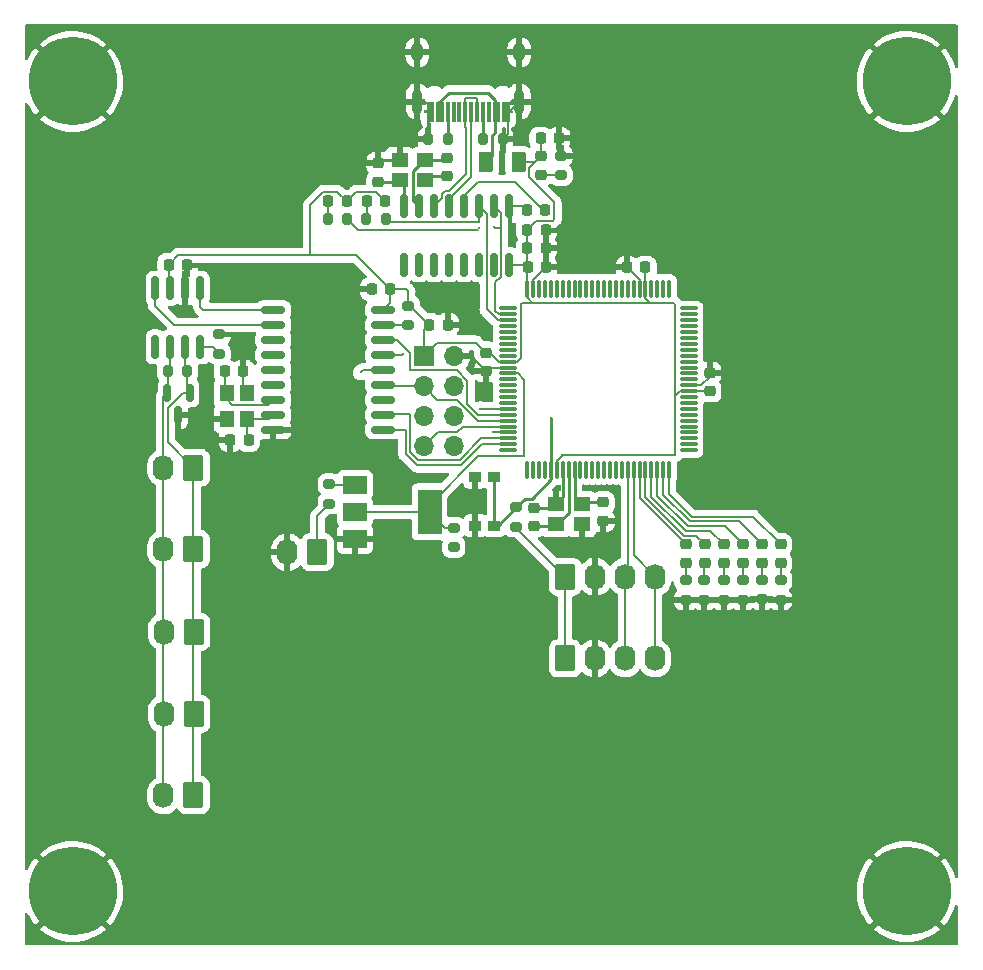
<source format=gbr>
%TF.GenerationSoftware,KiCad,Pcbnew,6.0.4-6f826c9f35~116~ubuntu20.04.1*%
%TF.CreationDate,2022-05-19T11:10:30+03:00*%
%TF.ProjectId,oskar_body_rev1,6f736b61-725f-4626-9f64-795f72657631,rev?*%
%TF.SameCoordinates,Original*%
%TF.FileFunction,Copper,L1,Top*%
%TF.FilePolarity,Positive*%
%FSLAX46Y46*%
G04 Gerber Fmt 4.6, Leading zero omitted, Abs format (unit mm)*
G04 Created by KiCad (PCBNEW 6.0.4-6f826c9f35~116~ubuntu20.04.1) date 2022-05-19 11:10:30*
%MOMM*%
%LPD*%
G01*
G04 APERTURE LIST*
G04 Aperture macros list*
%AMRoundRect*
0 Rectangle with rounded corners*
0 $1 Rounding radius*
0 $2 $3 $4 $5 $6 $7 $8 $9 X,Y pos of 4 corners*
0 Add a 4 corners polygon primitive as box body*
4,1,4,$2,$3,$4,$5,$6,$7,$8,$9,$2,$3,0*
0 Add four circle primitives for the rounded corners*
1,1,$1+$1,$2,$3*
1,1,$1+$1,$4,$5*
1,1,$1+$1,$6,$7*
1,1,$1+$1,$8,$9*
0 Add four rect primitives between the rounded corners*
20,1,$1+$1,$2,$3,$4,$5,0*
20,1,$1+$1,$4,$5,$6,$7,0*
20,1,$1+$1,$6,$7,$8,$9,0*
20,1,$1+$1,$8,$9,$2,$3,0*%
G04 Aperture macros list end*
%TA.AperFunction,SMDPad,CuDef*%
%ADD10RoundRect,0.225000X-0.225000X-0.250000X0.225000X-0.250000X0.225000X0.250000X-0.225000X0.250000X0*%
%TD*%
%TA.AperFunction,SMDPad,CuDef*%
%ADD11RoundRect,0.200000X0.275000X-0.200000X0.275000X0.200000X-0.275000X0.200000X-0.275000X-0.200000X0*%
%TD*%
%TA.AperFunction,SMDPad,CuDef*%
%ADD12R,2.000000X1.500000*%
%TD*%
%TA.AperFunction,SMDPad,CuDef*%
%ADD13R,2.000000X3.800000*%
%TD*%
%TA.AperFunction,ComponentPad*%
%ADD14RoundRect,0.250000X0.620000X0.845000X-0.620000X0.845000X-0.620000X-0.845000X0.620000X-0.845000X0*%
%TD*%
%TA.AperFunction,ComponentPad*%
%ADD15O,1.740000X2.190000*%
%TD*%
%TA.AperFunction,SMDPad,CuDef*%
%ADD16RoundRect,0.200000X-0.275000X0.200000X-0.275000X-0.200000X0.275000X-0.200000X0.275000X0.200000X0*%
%TD*%
%TA.AperFunction,SMDPad,CuDef*%
%ADD17RoundRect,0.218750X0.256250X-0.218750X0.256250X0.218750X-0.256250X0.218750X-0.256250X-0.218750X0*%
%TD*%
%TA.AperFunction,ComponentPad*%
%ADD18RoundRect,0.250000X-0.620000X-0.845000X0.620000X-0.845000X0.620000X0.845000X-0.620000X0.845000X0*%
%TD*%
%TA.AperFunction,SMDPad,CuDef*%
%ADD19R,1.000000X0.900000*%
%TD*%
%TA.AperFunction,SMDPad,CuDef*%
%ADD20R,1.400000X1.200000*%
%TD*%
%TA.AperFunction,SMDPad,CuDef*%
%ADD21RoundRect,0.150000X-0.150000X0.825000X-0.150000X-0.825000X0.150000X-0.825000X0.150000X0.825000X0*%
%TD*%
%TA.AperFunction,SMDPad,CuDef*%
%ADD22RoundRect,0.200000X0.200000X0.275000X-0.200000X0.275000X-0.200000X-0.275000X0.200000X-0.275000X0*%
%TD*%
%TA.AperFunction,SMDPad,CuDef*%
%ADD23RoundRect,0.200000X-0.200000X-0.275000X0.200000X-0.275000X0.200000X0.275000X-0.200000X0.275000X0*%
%TD*%
%TA.AperFunction,SMDPad,CuDef*%
%ADD24RoundRect,0.250000X-0.375000X-0.625000X0.375000X-0.625000X0.375000X0.625000X-0.375000X0.625000X0*%
%TD*%
%TA.AperFunction,SMDPad,CuDef*%
%ADD25RoundRect,0.218750X-0.218750X-0.256250X0.218750X-0.256250X0.218750X0.256250X-0.218750X0.256250X0*%
%TD*%
%TA.AperFunction,SMDPad,CuDef*%
%ADD26RoundRect,0.225000X0.250000X-0.225000X0.250000X0.225000X-0.250000X0.225000X-0.250000X-0.225000X0*%
%TD*%
%TA.AperFunction,SMDPad,CuDef*%
%ADD27R,1.200000X1.400000*%
%TD*%
%TA.AperFunction,SMDPad,CuDef*%
%ADD28RoundRect,0.150000X-0.875000X-0.150000X0.875000X-0.150000X0.875000X0.150000X-0.875000X0.150000X0*%
%TD*%
%TA.AperFunction,SMDPad,CuDef*%
%ADD29RoundRect,0.075000X-0.662500X-0.075000X0.662500X-0.075000X0.662500X0.075000X-0.662500X0.075000X0*%
%TD*%
%TA.AperFunction,SMDPad,CuDef*%
%ADD30RoundRect,0.075000X-0.075000X-0.662500X0.075000X-0.662500X0.075000X0.662500X-0.075000X0.662500X0*%
%TD*%
%TA.AperFunction,SMDPad,CuDef*%
%ADD31R,0.300000X1.750000*%
%TD*%
%TA.AperFunction,ComponentPad*%
%ADD32O,0.900000X2.100000*%
%TD*%
%TA.AperFunction,ComponentPad*%
%ADD33O,1.000000X1.600000*%
%TD*%
%TA.AperFunction,ComponentPad*%
%ADD34R,1.700000X1.700000*%
%TD*%
%TA.AperFunction,ComponentPad*%
%ADD35O,1.700000X1.700000*%
%TD*%
%TA.AperFunction,ComponentPad*%
%ADD36C,4.700000*%
%TD*%
%TA.AperFunction,ConnectorPad*%
%ADD37C,7.500000*%
%TD*%
%TA.AperFunction,SMDPad,CuDef*%
%ADD38RoundRect,0.150000X-0.150000X0.587500X-0.150000X-0.587500X0.150000X-0.587500X0.150000X0.587500X0*%
%TD*%
%TA.AperFunction,SMDPad,CuDef*%
%ADD39RoundRect,0.225000X0.225000X0.250000X-0.225000X0.250000X-0.225000X-0.250000X0.225000X-0.250000X0*%
%TD*%
%TA.AperFunction,SMDPad,CuDef*%
%ADD40RoundRect,0.225000X-0.250000X0.225000X-0.250000X-0.225000X0.250000X-0.225000X0.250000X0.225000X0*%
%TD*%
%TA.AperFunction,ViaPad*%
%ADD41C,0.300000*%
%TD*%
%TA.AperFunction,ViaPad*%
%ADD42C,0.800000*%
%TD*%
%TA.AperFunction,Conductor*%
%ADD43C,0.200000*%
%TD*%
%TA.AperFunction,Conductor*%
%ADD44C,0.250000*%
%TD*%
G04 APERTURE END LIST*
D10*
%TO.P,C15,1*%
%TO.N,+5V*%
X120891000Y-42418000D03*
%TO.P,C15,2*%
%TO.N,GND*%
X122441000Y-42418000D03*
%TD*%
%TO.P,C18,1*%
%TO.N,+5V*%
X119748000Y-50165000D03*
%TO.P,C18,2*%
%TO.N,GND*%
X121298000Y-50165000D03*
%TD*%
%TO.P,C17,1*%
%TO.N,+5V*%
X119748000Y-51689000D03*
%TO.P,C17,2*%
%TO.N,GND*%
X121298000Y-51689000D03*
%TD*%
%TO.P,C16,1*%
%TO.N,GND*%
X119735000Y-48514000D03*
%TO.P,C16,2*%
%TO.N,Net-(C16-Pad2)*%
X121285000Y-48514000D03*
%TD*%
D11*
%TO.P,R13,1*%
%TO.N,+5V*%
X113538000Y-77025000D03*
%TO.P,R13,2*%
%TO.N,/SBUS*%
X113538000Y-75375000D03*
%TD*%
%TO.P,R6,1*%
%TO.N,Net-(J8-Pad1)*%
X102997000Y-73342000D03*
%TO.P,R6,2*%
%TO.N,Net-(Q1-Pad1)*%
X102997000Y-71692000D03*
%TD*%
D12*
%TO.P,Q1,1,B*%
%TO.N,Net-(Q1-Pad1)*%
X105181000Y-71741000D03*
D13*
%TO.P,Q1,2,C*%
%TO.N,/SBUS*%
X111481000Y-74041000D03*
D12*
X105181000Y-74041000D03*
%TO.P,Q1,3,E*%
%TO.N,GND*%
X105181000Y-76341000D03*
%TD*%
D14*
%TO.P,J8,1,Pin_1*%
%TO.N,Net-(J8-Pad1)*%
X101981000Y-77450000D03*
D15*
%TO.P,J8,2,Pin_2*%
%TO.N,GND*%
X99441000Y-77450000D03*
%TD*%
D16*
%TO.P,R5,1*%
%TO.N,GND*%
X122605800Y-43879000D03*
%TO.P,R5,2*%
%TO.N,Net-(D10-Pad1)*%
X122605800Y-45529000D03*
%TD*%
D17*
%TO.P,D10,1,K*%
%TO.N,Net-(D10-Pad1)*%
X120904000Y-45491500D03*
%TO.P,D10,2,A*%
%TO.N,+5V*%
X120904000Y-43916500D03*
%TD*%
D18*
%TO.P,J7,1,Pin_1*%
%TO.N,+5V*%
X122961400Y-79530700D03*
D15*
%TO.P,J7,2,Pin_2*%
%TO.N,GND*%
X125501400Y-79530700D03*
%TO.P,J7,3,Pin_3*%
%TO.N,/SCL*%
X128041400Y-79530700D03*
%TO.P,J7,4,Pin_4*%
%TO.N,/SDA*%
X130581400Y-79530700D03*
%TD*%
D19*
%TO.P,SW1,1,1*%
%TO.N,GND*%
X115354200Y-75202000D03*
X115354200Y-71102000D03*
%TO.P,SW1,2,2*%
%TO.N,/RESET*%
X116954200Y-71102000D03*
X116954200Y-75202000D03*
%TD*%
D20*
%TO.P,Y2,1,1*%
%TO.N,/XO*%
X108934600Y-45943003D03*
%TO.P,Y2,2,2*%
%TO.N,GND*%
X111134600Y-45943003D03*
%TO.P,Y2,3,3*%
%TO.N,/XI*%
X111134600Y-44243003D03*
%TO.P,Y2,4,4*%
%TO.N,GND*%
X108934600Y-44243003D03*
%TD*%
D21*
%TO.P,U5,1,GND*%
%TO.N,GND*%
X118188000Y-48155203D03*
%TO.P,U5,2,TXD*%
%TO.N,/CONV_TXD*%
X116918000Y-48155203D03*
%TO.P,U5,3,RXD*%
%TO.N,/CONV_RXD*%
X115648000Y-48155203D03*
%TO.P,U5,4,V3*%
%TO.N,Net-(C16-Pad2)*%
X114378000Y-48155203D03*
%TO.P,U5,5,UD+*%
%TO.N,/D+*%
X113108000Y-48155203D03*
%TO.P,U5,6,UD-*%
%TO.N,/D-*%
X111838000Y-48155203D03*
%TO.P,U5,7,XI*%
%TO.N,/XI*%
X110568000Y-48155203D03*
%TO.P,U5,8,XO*%
%TO.N,/XO*%
X109298000Y-48155203D03*
%TO.P,U5,9,~{CTS}*%
%TO.N,unconnected-(U5-Pad9)*%
X109298000Y-53105203D03*
%TO.P,U5,10,~{DSR}*%
%TO.N,unconnected-(U5-Pad10)*%
X110568000Y-53105203D03*
%TO.P,U5,11,~{RI}*%
%TO.N,unconnected-(U5-Pad11)*%
X111838000Y-53105203D03*
%TO.P,U5,12,~{DCD}*%
%TO.N,unconnected-(U5-Pad12)*%
X113108000Y-53105203D03*
%TO.P,U5,13,~{DTR}*%
%TO.N,unconnected-(U5-Pad13)*%
X114378000Y-53105203D03*
%TO.P,U5,14,~{RTS}*%
%TO.N,unconnected-(U5-Pad14)*%
X115648000Y-53105203D03*
%TO.P,U5,15,R232*%
%TO.N,unconnected-(U5-Pad15)*%
X116918000Y-53105203D03*
%TO.P,U5,16,VCC*%
%TO.N,+5V*%
X118188000Y-53105203D03*
%TD*%
D22*
%TO.P,R18,1*%
%TO.N,/CONV_RXD*%
X107759000Y-49276000D03*
%TO.P,R18,2*%
%TO.N,Net-(D9-Pad1)*%
X106109000Y-49276000D03*
%TD*%
%TO.P,R17,1*%
%TO.N,/CONV_TXD*%
X104520000Y-49276000D03*
%TO.P,R17,2*%
%TO.N,Net-(D8-Pad1)*%
X102870000Y-49276000D03*
%TD*%
%TO.P,R16,1*%
%TO.N,GND*%
X117666800Y-42475234D03*
%TO.P,R16,2*%
%TO.N,Net-(J3-PadA5)*%
X116016800Y-42475234D03*
%TD*%
D23*
%TO.P,R15,2*%
%TO.N,Net-(J3-PadB5)*%
X113018600Y-42500634D03*
%TO.P,R15,1*%
%TO.N,GND*%
X111368600Y-42500634D03*
%TD*%
D24*
%TO.P,F1,2*%
%TO.N,+5V*%
X119029200Y-44431034D03*
%TO.P,F1,1*%
%TO.N,Net-(J3-PadA4)*%
X116229200Y-44431034D03*
%TD*%
D25*
%TO.P,D9,1,K*%
%TO.N,Net-(D9-Pad1)*%
X106172000Y-47752000D03*
%TO.P,D9,2,A*%
%TO.N,+5V*%
X107747000Y-47752000D03*
%TD*%
%TO.P,D8,1,K*%
%TO.N,Net-(D8-Pad1)*%
X102882000Y-47752000D03*
%TO.P,D8,2,A*%
%TO.N,+5V*%
X104457000Y-47752000D03*
%TD*%
D26*
%TO.P,C14,1*%
%TO.N,/XO*%
X107113600Y-46071203D03*
%TO.P,C14,2*%
%TO.N,GND*%
X107113600Y-44521203D03*
%TD*%
%TO.P,C13,1*%
%TO.N,GND*%
X112930200Y-45639403D03*
%TO.P,C13,2*%
%TO.N,/XI*%
X112930200Y-44089403D03*
%TD*%
D20*
%TO.P,Y3,1,1*%
%TO.N,/XTAL2*%
X122163100Y-75081800D03*
%TO.P,Y3,2,2*%
%TO.N,GND*%
X124363100Y-75081800D03*
%TO.P,Y3,3,3*%
%TO.N,/XTAL1*%
X124363100Y-73381800D03*
%TO.P,Y3,4,4*%
%TO.N,GND*%
X122163100Y-73381800D03*
%TD*%
D27*
%TO.P,Y1,1,1*%
%TO.N,/OSC2*%
X94312000Y-63962600D03*
%TO.P,Y1,2,2*%
%TO.N,GND*%
X94312000Y-66162600D03*
%TO.P,Y1,3,3*%
%TO.N,/OSC1*%
X96012000Y-66162600D03*
%TO.P,Y1,4,4*%
%TO.N,GND*%
X96012000Y-63962600D03*
%TD*%
D21*
%TO.P,U3,8,Rs*%
%TO.N,Net-(R2-Pad1)*%
X92049600Y-60070000D03*
%TO.P,U3,7,CANH*%
%TO.N,Net-(D1-Pad1)*%
X90779600Y-60070000D03*
%TO.P,U3,6,CANL*%
%TO.N,Net-(J2-Pad2)*%
X89509600Y-60070000D03*
%TO.P,U3,5,Vref*%
%TO.N,unconnected-(U3-Pad5)*%
X88239600Y-60070000D03*
%TO.P,U3,4,RXD*%
%TO.N,/RXCAN*%
X88239600Y-55120000D03*
%TO.P,U3,3,VDD*%
%TO.N,+5V*%
X89509600Y-55120000D03*
%TO.P,U3,2,VSS*%
%TO.N,GND*%
X90779600Y-55120000D03*
%TO.P,U3,1,TXD*%
%TO.N,/TXCAN*%
X92049600Y-55120000D03*
%TD*%
D28*
%TO.P,U2,1,TXCAN*%
%TO.N,/TXCAN*%
X98245400Y-56934600D03*
%TO.P,U2,2,RXCAN*%
%TO.N,/RXCAN*%
X98245400Y-58204600D03*
%TO.P,U2,3,CLKOUT/SOF*%
%TO.N,unconnected-(U2-Pad3)*%
X98245400Y-59474600D03*
%TO.P,U2,4,~{TX0RTS}*%
%TO.N,/TX0RTS*%
X98245400Y-60744600D03*
%TO.P,U2,5,~{TX1RTS}*%
%TO.N,/TX1RTS*%
X98245400Y-62014600D03*
%TO.P,U2,6,~{TX2RTS}*%
%TO.N,/TX2RTS*%
X98245400Y-63284600D03*
%TO.P,U2,7,OSC2*%
%TO.N,/OSC2*%
X98245400Y-64554600D03*
%TO.P,U2,8,OSC1*%
%TO.N,/OSC1*%
X98245400Y-65824600D03*
%TO.P,U2,9,VSS*%
%TO.N,GND*%
X98245400Y-67094600D03*
%TO.P,U2,10,~{RX1BF}*%
%TO.N,/RX1BF*%
X107545400Y-67094600D03*
%TO.P,U2,11,~{RX0BF}*%
%TO.N,/RX0BF*%
X107545400Y-65824600D03*
%TO.P,U2,12,~{INT}*%
%TO.N,unconnected-(U2-Pad12)*%
X107545400Y-64554600D03*
%TO.P,U2,13,SCK*%
%TO.N,/SCK*%
X107545400Y-63284600D03*
%TO.P,U2,14,SI*%
%TO.N,/MOSI*%
X107545400Y-62014600D03*
%TO.P,U2,15,SO*%
%TO.N,/MISO*%
X107545400Y-60744600D03*
%TO.P,U2,16,~{CS}*%
%TO.N,/CAN_SS*%
X107545400Y-59474600D03*
%TO.P,U2,17,~{RESET}*%
%TO.N,/CANRESET*%
X107545400Y-58204600D03*
%TO.P,U2,18,VDD*%
%TO.N,+5V*%
X107545400Y-56934600D03*
%TD*%
D29*
%TO.P,U1,1,PG5*%
%TO.N,unconnected-(U1-Pad1)*%
X118092900Y-56814200D03*
%TO.P,U1,2,PE0*%
%TO.N,/CONV_TXD*%
X118092900Y-57314200D03*
%TO.P,U1,3,PE1*%
%TO.N,/CONV_RXD*%
X118092900Y-57814200D03*
%TO.P,U1,4,PE2*%
%TO.N,unconnected-(U1-Pad4)*%
X118092900Y-58314200D03*
%TO.P,U1,5,PE3*%
%TO.N,unconnected-(U1-Pad5)*%
X118092900Y-58814200D03*
%TO.P,U1,6,PE4*%
%TO.N,unconnected-(U1-Pad6)*%
X118092900Y-59314200D03*
%TO.P,U1,7,PE5*%
%TO.N,unconnected-(U1-Pad7)*%
X118092900Y-59814200D03*
%TO.P,U1,8,PE6*%
%TO.N,unconnected-(U1-Pad8)*%
X118092900Y-60314200D03*
%TO.P,U1,9,PE7*%
%TO.N,unconnected-(U1-Pad9)*%
X118092900Y-60814200D03*
%TO.P,U1,10,VCC*%
%TO.N,+5V*%
X118092900Y-61314200D03*
%TO.P,U1,11,GND*%
%TO.N,GND*%
X118092900Y-61814200D03*
%TO.P,U1,12,PH0*%
%TO.N,/SBUS*%
X118092900Y-62314200D03*
%TO.P,U1,13,PH1*%
%TO.N,unconnected-(U1-Pad13)*%
X118092900Y-62814200D03*
%TO.P,U1,14,PH2*%
%TO.N,unconnected-(U1-Pad14)*%
X118092900Y-63314200D03*
%TO.P,U1,15,PH3*%
%TO.N,unconnected-(U1-Pad15)*%
X118092900Y-63814200D03*
%TO.P,U1,16,PH4*%
%TO.N,unconnected-(U1-Pad16)*%
X118092900Y-64314200D03*
%TO.P,U1,17,PH5*%
%TO.N,unconnected-(U1-Pad17)*%
X118092900Y-64814200D03*
%TO.P,U1,18,PH6*%
%TO.N,/CANRESET*%
X118092900Y-65314200D03*
%TO.P,U1,19,PB0*%
%TO.N,/CAN_SS*%
X118092900Y-65814200D03*
%TO.P,U1,20,PB1*%
%TO.N,/SCK*%
X118092900Y-66314200D03*
%TO.P,U1,21,PB2*%
%TO.N,/MOSI*%
X118092900Y-66814200D03*
%TO.P,U1,22,PB3*%
%TO.N,/MISO*%
X118092900Y-67314200D03*
%TO.P,U1,23,PB4*%
%TO.N,/RX0BF*%
X118092900Y-67814200D03*
%TO.P,U1,24,PB5*%
%TO.N,/RX1BF*%
X118092900Y-68314200D03*
%TO.P,U1,25,PB6*%
%TO.N,unconnected-(U1-Pad25)*%
X118092900Y-68814200D03*
D30*
%TO.P,U1,26,PB7*%
%TO.N,unconnected-(U1-Pad26)*%
X119755400Y-70476700D03*
%TO.P,U1,27,PH7*%
%TO.N,unconnected-(U1-Pad27)*%
X120255400Y-70476700D03*
%TO.P,U1,28,PG3*%
%TO.N,unconnected-(U1-Pad28)*%
X120755400Y-70476700D03*
%TO.P,U1,29,PG4*%
%TO.N,unconnected-(U1-Pad29)*%
X121255400Y-70476700D03*
%TO.P,U1,30,~{RESET}*%
%TO.N,/RESET*%
X121755400Y-70476700D03*
%TO.P,U1,31,VCC*%
%TO.N,+5V*%
X122255400Y-70476700D03*
%TO.P,U1,32,GND*%
%TO.N,GND*%
X122755400Y-70476700D03*
%TO.P,U1,33,XTAL2*%
%TO.N,/XTAL2*%
X123255400Y-70476700D03*
%TO.P,U1,34,XTAL1*%
%TO.N,/XTAL1*%
X123755400Y-70476700D03*
%TO.P,U1,35,PL0*%
%TO.N,unconnected-(U1-Pad35)*%
X124255400Y-70476700D03*
%TO.P,U1,36,PL1*%
%TO.N,unconnected-(U1-Pad36)*%
X124755400Y-70476700D03*
%TO.P,U1,37,PL2*%
%TO.N,unconnected-(U1-Pad37)*%
X125255400Y-70476700D03*
%TO.P,U1,38,PL3*%
%TO.N,unconnected-(U1-Pad38)*%
X125755400Y-70476700D03*
%TO.P,U1,39,PL4*%
%TO.N,unconnected-(U1-Pad39)*%
X126255400Y-70476700D03*
%TO.P,U1,40,PL5*%
%TO.N,unconnected-(U1-Pad40)*%
X126755400Y-70476700D03*
%TO.P,U1,41,PL6*%
%TO.N,unconnected-(U1-Pad41)*%
X127255400Y-70476700D03*
%TO.P,U1,42,PL7*%
%TO.N,unconnected-(U1-Pad42)*%
X127755400Y-70476700D03*
%TO.P,U1,43,PD0*%
%TO.N,/SCL*%
X128255400Y-70476700D03*
%TO.P,U1,44,PD1*%
%TO.N,/SDA*%
X128755400Y-70476700D03*
%TO.P,U1,45,PD2*%
%TO.N,/LED1*%
X129255400Y-70476700D03*
%TO.P,U1,46,PD3*%
%TO.N,/LED2*%
X129755400Y-70476700D03*
%TO.P,U1,47,PD4*%
%TO.N,/LED3*%
X130255400Y-70476700D03*
%TO.P,U1,48,PD5*%
%TO.N,/LED4*%
X130755400Y-70476700D03*
%TO.P,U1,49,PD6*%
%TO.N,/LED5*%
X131255400Y-70476700D03*
%TO.P,U1,50,PD7*%
%TO.N,/LED6*%
X131755400Y-70476700D03*
D29*
%TO.P,U1,51,PG0*%
%TO.N,unconnected-(U1-Pad51)*%
X133417900Y-68814200D03*
%TO.P,U1,52,PG1*%
%TO.N,unconnected-(U1-Pad52)*%
X133417900Y-68314200D03*
%TO.P,U1,53,PC0*%
%TO.N,unconnected-(U1-Pad53)*%
X133417900Y-67814200D03*
%TO.P,U1,54,PC1*%
%TO.N,unconnected-(U1-Pad54)*%
X133417900Y-67314200D03*
%TO.P,U1,55,PC2*%
%TO.N,unconnected-(U1-Pad55)*%
X133417900Y-66814200D03*
%TO.P,U1,56,PC3*%
%TO.N,unconnected-(U1-Pad56)*%
X133417900Y-66314200D03*
%TO.P,U1,57,PC4*%
%TO.N,unconnected-(U1-Pad57)*%
X133417900Y-65814200D03*
%TO.P,U1,58,PC5*%
%TO.N,unconnected-(U1-Pad58)*%
X133417900Y-65314200D03*
%TO.P,U1,59,PC6*%
%TO.N,unconnected-(U1-Pad59)*%
X133417900Y-64814200D03*
%TO.P,U1,60,PC7*%
%TO.N,unconnected-(U1-Pad60)*%
X133417900Y-64314200D03*
%TO.P,U1,61,VCC*%
%TO.N,+5V*%
X133417900Y-63814200D03*
%TO.P,U1,62,GND*%
%TO.N,GND*%
X133417900Y-63314200D03*
%TO.P,U1,63,PJ0*%
%TO.N,unconnected-(U1-Pad63)*%
X133417900Y-62814200D03*
%TO.P,U1,64,PJ1*%
%TO.N,unconnected-(U1-Pad64)*%
X133417900Y-62314200D03*
%TO.P,U1,65,PJ2*%
%TO.N,unconnected-(U1-Pad65)*%
X133417900Y-61814200D03*
%TO.P,U1,66,PJ3*%
%TO.N,unconnected-(U1-Pad66)*%
X133417900Y-61314200D03*
%TO.P,U1,67,PJ4*%
%TO.N,unconnected-(U1-Pad67)*%
X133417900Y-60814200D03*
%TO.P,U1,68,PJ5*%
%TO.N,unconnected-(U1-Pad68)*%
X133417900Y-60314200D03*
%TO.P,U1,69,PJ6*%
%TO.N,unconnected-(U1-Pad69)*%
X133417900Y-59814200D03*
%TO.P,U1,70,PG2*%
%TO.N,unconnected-(U1-Pad70)*%
X133417900Y-59314200D03*
%TO.P,U1,71,PA7*%
%TO.N,unconnected-(U1-Pad71)*%
X133417900Y-58814200D03*
%TO.P,U1,72,PA6*%
%TO.N,unconnected-(U1-Pad72)*%
X133417900Y-58314200D03*
%TO.P,U1,73,PA5*%
%TO.N,unconnected-(U1-Pad73)*%
X133417900Y-57814200D03*
%TO.P,U1,74,PA4*%
%TO.N,unconnected-(U1-Pad74)*%
X133417900Y-57314200D03*
%TO.P,U1,75,PA3*%
%TO.N,unconnected-(U1-Pad75)*%
X133417900Y-56814200D03*
D30*
%TO.P,U1,76,PA2*%
%TO.N,unconnected-(U1-Pad76)*%
X131755400Y-55151700D03*
%TO.P,U1,77,PA1*%
%TO.N,unconnected-(U1-Pad77)*%
X131255400Y-55151700D03*
%TO.P,U1,78,PA0*%
%TO.N,unconnected-(U1-Pad78)*%
X130755400Y-55151700D03*
%TO.P,U1,79,PJ7*%
%TO.N,unconnected-(U1-Pad79)*%
X130255400Y-55151700D03*
%TO.P,U1,80,VCC*%
%TO.N,+5V*%
X129755400Y-55151700D03*
%TO.P,U1,81,GND*%
%TO.N,GND*%
X129255400Y-55151700D03*
%TO.P,U1,82,PK7*%
%TO.N,unconnected-(U1-Pad82)*%
X128755400Y-55151700D03*
%TO.P,U1,83,PK6*%
%TO.N,unconnected-(U1-Pad83)*%
X128255400Y-55151700D03*
%TO.P,U1,84,PK5*%
%TO.N,unconnected-(U1-Pad84)*%
X127755400Y-55151700D03*
%TO.P,U1,85,PK4*%
%TO.N,unconnected-(U1-Pad85)*%
X127255400Y-55151700D03*
%TO.P,U1,86,PK3*%
%TO.N,unconnected-(U1-Pad86)*%
X126755400Y-55151700D03*
%TO.P,U1,87,PK2*%
%TO.N,unconnected-(U1-Pad87)*%
X126255400Y-55151700D03*
%TO.P,U1,88,PK1*%
%TO.N,unconnected-(U1-Pad88)*%
X125755400Y-55151700D03*
%TO.P,U1,89,PK0*%
%TO.N,unconnected-(U1-Pad89)*%
X125255400Y-55151700D03*
%TO.P,U1,90,PF7*%
%TO.N,unconnected-(U1-Pad90)*%
X124755400Y-55151700D03*
%TO.P,U1,91,PF6*%
%TO.N,unconnected-(U1-Pad91)*%
X124255400Y-55151700D03*
%TO.P,U1,92,PF5*%
%TO.N,unconnected-(U1-Pad92)*%
X123755400Y-55151700D03*
%TO.P,U1,93,PF4*%
%TO.N,unconnected-(U1-Pad93)*%
X123255400Y-55151700D03*
%TO.P,U1,94,PF3*%
%TO.N,unconnected-(U1-Pad94)*%
X122755400Y-55151700D03*
%TO.P,U1,95,PF2*%
%TO.N,unconnected-(U1-Pad95)*%
X122255400Y-55151700D03*
%TO.P,U1,96,PF1*%
%TO.N,unconnected-(U1-Pad96)*%
X121755400Y-55151700D03*
%TO.P,U1,97,PF0*%
%TO.N,unconnected-(U1-Pad97)*%
X121255400Y-55151700D03*
%TO.P,U1,98,AREF*%
%TO.N,unconnected-(U1-Pad98)*%
X120755400Y-55151700D03*
%TO.P,U1,99,GND*%
%TO.N,GND*%
X120255400Y-55151700D03*
%TO.P,U1,100,AVCC*%
%TO.N,+5V*%
X119755400Y-55151700D03*
%TD*%
D11*
%TO.P,R12,2*%
%TO.N,Net-(D7-Pad1)*%
X141198600Y-79820000D03*
%TO.P,R12,1*%
%TO.N,GND*%
X141198600Y-81470000D03*
%TD*%
%TO.P,R11,2*%
%TO.N,Net-(D6-Pad1)*%
X139606800Y-79803300D03*
%TO.P,R11,1*%
%TO.N,GND*%
X139606800Y-81453300D03*
%TD*%
%TO.P,R10,2*%
%TO.N,Net-(D5-Pad1)*%
X138013800Y-79821900D03*
%TO.P,R10,1*%
%TO.N,GND*%
X138013800Y-81471900D03*
%TD*%
%TO.P,R9,2*%
%TO.N,Net-(D4-Pad1)*%
X136383200Y-79821300D03*
%TO.P,R9,1*%
%TO.N,GND*%
X136383200Y-81471300D03*
%TD*%
%TO.P,R8,2*%
%TO.N,Net-(D3-Pad1)*%
X134757000Y-79809200D03*
%TO.P,R8,1*%
%TO.N,GND*%
X134757000Y-81459200D03*
%TD*%
%TO.P,R7,2*%
%TO.N,Net-(D2-Pad1)*%
X133172200Y-79820100D03*
%TO.P,R7,1*%
%TO.N,GND*%
X133172200Y-81470100D03*
%TD*%
D16*
%TO.P,R4,1*%
%TO.N,+5V*%
X109677200Y-56566800D03*
%TO.P,R4,2*%
%TO.N,/CANRESET*%
X109677200Y-58216800D03*
%TD*%
D22*
%TO.P,R3,1*%
%TO.N,Net-(D1-Pad1)*%
X90969600Y-62141600D03*
%TO.P,R3,2*%
%TO.N,Net-(J2-Pad2)*%
X89319600Y-62141600D03*
%TD*%
D11*
%TO.P,R2,2*%
%TO.N,GND*%
X93675200Y-58979800D03*
%TO.P,R2,1*%
%TO.N,Net-(R2-Pad1)*%
X93675200Y-60629800D03*
%TD*%
%TO.P,R1,1*%
%TO.N,+5V*%
X118795800Y-75297800D03*
%TO.P,R1,2*%
%TO.N,/RESET*%
X118795800Y-73647800D03*
%TD*%
D14*
%TO.P,J57,1,Pin_1*%
%TO.N,Net-(D1-Pad1)*%
X91490800Y-70289600D03*
D15*
%TO.P,J57,2,Pin_2*%
%TO.N,Net-(J2-Pad2)*%
X88950800Y-70289600D03*
%TD*%
D18*
%TO.P,J10,1,Pin_1*%
%TO.N,+5V*%
X122949800Y-86444500D03*
D15*
%TO.P,J10,2,Pin_2*%
%TO.N,GND*%
X125489800Y-86444500D03*
%TO.P,J10,3,Pin_3*%
%TO.N,/SCL*%
X128029800Y-86444500D03*
%TO.P,J10,4,Pin_4*%
%TO.N,/SDA*%
X130569800Y-86444500D03*
%TD*%
D14*
%TO.P,J6,1,Pin_1*%
%TO.N,Net-(D1-Pad1)*%
X91490800Y-77203800D03*
D15*
%TO.P,J6,2,Pin_2*%
%TO.N,Net-(J2-Pad2)*%
X88950800Y-77203800D03*
%TD*%
D14*
%TO.P,J5,1,Pin_1*%
%TO.N,Net-(D1-Pad1)*%
X91541600Y-84188800D03*
D15*
%TO.P,J5,2,Pin_2*%
%TO.N,Net-(J2-Pad2)*%
X89001600Y-84188800D03*
%TD*%
D14*
%TO.P,J4,1,Pin_1*%
%TO.N,Net-(D1-Pad1)*%
X91541600Y-91148400D03*
D15*
%TO.P,J4,2,Pin_2*%
%TO.N,Net-(J2-Pad2)*%
X89001600Y-91148400D03*
%TD*%
D31*
%TO.P,J3,A12,GND*%
%TO.N,GND*%
X111409000Y-40138834D03*
%TO.P,J3,B1,GND*%
X111709000Y-40138834D03*
%TO.P,J3,B4,VBUS*%
%TO.N,Net-(J3-PadA4)*%
X112509000Y-40138834D03*
%TO.P,J3,A9,VBUS*%
X112209000Y-40138834D03*
%TO.P,J3,B9,VBUS*%
X117009000Y-40138834D03*
%TO.P,J3,A4,VBUS*%
X117309000Y-40138834D03*
%TO.P,J3,B12,GND*%
%TO.N,GND*%
X117809000Y-40138834D03*
%TO.P,J3,A1,GND*%
X118109000Y-40138834D03*
%TO.P,J3,A6,D+*%
%TO.N,/D+*%
X115009000Y-40138834D03*
%TO.P,J3,A5,CC1*%
%TO.N,Net-(J3-PadA5)*%
X116009000Y-40138834D03*
%TO.P,J3,B8,SBU2*%
%TO.N,unconnected-(J3-PadB8)*%
X116509000Y-40138834D03*
%TO.P,J3,B7,D-*%
%TO.N,/D-*%
X115509000Y-40138834D03*
%TO.P,J3,B5,CC2*%
%TO.N,Net-(J3-PadB5)*%
X113009000Y-40138834D03*
%TO.P,J3,A8,SBU1*%
%TO.N,unconnected-(J3-PadA8)*%
X113509000Y-40138834D03*
%TO.P,J3,B6,D+*%
%TO.N,/D+*%
X114009000Y-40138834D03*
%TO.P,J3,A7,D-*%
%TO.N,/D-*%
X114509000Y-40138834D03*
D32*
%TO.P,J3,S1,SHIELD*%
%TO.N,GND*%
X110439000Y-39298834D03*
X119079000Y-39298834D03*
D33*
X110439000Y-35118834D03*
X119079000Y-35118834D03*
%TD*%
D14*
%TO.P,J2,1,Pin_1*%
%TO.N,Net-(D1-Pad1)*%
X91490800Y-98031800D03*
D15*
%TO.P,J2,2,Pin_2*%
%TO.N,Net-(J2-Pad2)*%
X88950800Y-98031800D03*
%TD*%
D34*
%TO.P,J1,1,Pin_1*%
%TO.N,+5V*%
X110998000Y-60858400D03*
D35*
%TO.P,J1,2,Pin_2*%
%TO.N,GND*%
X113538000Y-60858400D03*
%TO.P,J1,3,Pin_3*%
%TO.N,/SCK*%
X110998000Y-63398400D03*
%TO.P,J1,4,Pin_4*%
%TO.N,/RESET*%
X113538000Y-63398400D03*
%TO.P,J1,5,Pin_5*%
%TO.N,/MISO*%
X110998000Y-65938400D03*
%TO.P,J1,6,Pin_6*%
%TO.N,/RESET*%
X113538000Y-65938400D03*
%TO.P,J1,7,Pin_7*%
%TO.N,/MOSI*%
X110998000Y-68478400D03*
%TO.P,J1,8,Pin_8*%
%TO.N,unconnected-(J1-Pad8)*%
X113538000Y-68478400D03*
%TD*%
D36*
%TO.P,H4,1,1*%
%TO.N,GND*%
X81280000Y-106172000D03*
D37*
X81280000Y-106172000D03*
%TD*%
D36*
%TO.P,H3,1,1*%
%TO.N,GND*%
X151892000Y-106172000D03*
D37*
X151892000Y-106172000D03*
%TD*%
D36*
%TO.P,H2,1,1*%
%TO.N,GND*%
X151892000Y-37592000D03*
D37*
X151892000Y-37592000D03*
%TD*%
D36*
%TO.P,H1,1,1*%
%TO.N,GND*%
X81280000Y-37592000D03*
D37*
X81280000Y-37592000D03*
%TD*%
D17*
%TO.P,D7,2,A*%
%TO.N,/LED6*%
X141198600Y-76784200D03*
%TO.P,D7,1,K*%
%TO.N,Net-(D7-Pad1)*%
X141198600Y-78359200D03*
%TD*%
%TO.P,D6,2,A*%
%TO.N,/LED5*%
X139598400Y-76784200D03*
%TO.P,D6,1,K*%
%TO.N,Net-(D6-Pad1)*%
X139598400Y-78359200D03*
%TD*%
%TO.P,D5,1,K*%
%TO.N,Net-(D5-Pad1)*%
X137998200Y-78359200D03*
%TO.P,D5,2,A*%
%TO.N,/LED4*%
X137998200Y-76784200D03*
%TD*%
%TO.P,D4,2,A*%
%TO.N,/LED3*%
X136372600Y-76784200D03*
%TO.P,D4,1,K*%
%TO.N,Net-(D4-Pad1)*%
X136372600Y-78359200D03*
%TD*%
%TO.P,D3,2,A*%
%TO.N,/LED2*%
X134772400Y-76784100D03*
%TO.P,D3,1,K*%
%TO.N,Net-(D3-Pad1)*%
X134772400Y-78359100D03*
%TD*%
%TO.P,D2,1,K*%
%TO.N,Net-(D2-Pad1)*%
X133172200Y-78359200D03*
%TO.P,D2,2,A*%
%TO.N,/LED1*%
X133172200Y-76784200D03*
%TD*%
D38*
%TO.P,D1,1,K*%
%TO.N,Net-(D1-Pad1)*%
X91170800Y-63947300D03*
%TO.P,D1,2,K*%
%TO.N,Net-(J2-Pad2)*%
X89270800Y-63947300D03*
%TO.P,D1,3,A*%
%TO.N,GND*%
X90220800Y-65822300D03*
%TD*%
D10*
%TO.P,C11,1*%
%TO.N,+5V*%
X89395000Y-53099200D03*
%TO.P,C11,2*%
%TO.N,GND*%
X90945000Y-53099200D03*
%TD*%
D39*
%TO.P,C10,1*%
%TO.N,+5V*%
X108115400Y-55182000D03*
%TO.P,C10,2*%
%TO.N,GND*%
X106565400Y-55182000D03*
%TD*%
%TO.P,C9,1*%
%TO.N,/OSC1*%
X96165600Y-67958200D03*
%TO.P,C9,2*%
%TO.N,GND*%
X94615600Y-67958200D03*
%TD*%
%TO.P,C8,1*%
%TO.N,GND*%
X95721400Y-62141600D03*
%TO.P,C8,2*%
%TO.N,/OSC2*%
X94171400Y-62141600D03*
%TD*%
%TO.P,C7,1*%
%TO.N,+5V*%
X129756200Y-53340000D03*
%TO.P,C7,2*%
%TO.N,GND*%
X128206200Y-53340000D03*
%TD*%
D10*
%TO.P,C6,1*%
%TO.N,+5V*%
X119773400Y-53314600D03*
%TO.P,C6,2*%
%TO.N,GND*%
X121323400Y-53314600D03*
%TD*%
D39*
%TO.P,C5,1*%
%TO.N,GND*%
X113017600Y-58191400D03*
%TO.P,C5,2*%
%TO.N,+5V*%
X111467600Y-58191400D03*
%TD*%
D26*
%TO.P,C4,1*%
%TO.N,/XTAL2*%
X120354900Y-75235400D03*
%TO.P,C4,2*%
%TO.N,GND*%
X120354900Y-73685400D03*
%TD*%
%TO.P,C3,1*%
%TO.N,GND*%
X126171500Y-74792200D03*
%TO.P,C3,2*%
%TO.N,/XTAL1*%
X126171500Y-73242200D03*
%TD*%
%TO.P,C2,1*%
%TO.N,+5V*%
X135204200Y-63817800D03*
%TO.P,C2,2*%
%TO.N,GND*%
X135204200Y-62267800D03*
%TD*%
D40*
%TO.P,C1,2*%
%TO.N,GND*%
X116255800Y-62116000D03*
%TO.P,C1,1*%
%TO.N,+5V*%
X116255800Y-60566000D03*
%TD*%
D41*
%TO.N,GND*%
X119735000Y-48514000D03*
X113030000Y-58166000D03*
%TO.N,/CANRESET*%
X115754916Y-65328965D03*
X109677200Y-58216800D03*
%TO.N,+5V*%
X113538000Y-77089000D03*
X122682000Y-69215000D03*
%TO.N,/CONV_TXD*%
X115697000Y-50038000D03*
X116967000Y-49911000D03*
%TO.N,/MOSI*%
X105664000Y-62230000D03*
%TO.N,/MISO*%
X109220000Y-60706000D03*
%TO.N,/RESET*%
X121767600Y-66116200D03*
%TO.N,/MISO*%
X116840000Y-67310000D03*
D42*
%TO.N,GND*%
X96025600Y-63970400D03*
X94312000Y-66162600D03*
X124363100Y-75081800D03*
X122163100Y-73381800D03*
D41*
%TO.N,/D+*%
X114009000Y-40138834D03*
X115009000Y-40138834D03*
D42*
%TO.N,GND*%
X111101400Y-45956603D03*
X108934600Y-44243003D03*
%TD*%
D43*
%TO.N,GND*%
X118109000Y-40138834D02*
X118239000Y-40138834D01*
X118239000Y-40138834D02*
X119079000Y-39298834D01*
X118109000Y-40138834D02*
X118109000Y-42033034D01*
X118109000Y-42033034D02*
X117666800Y-42475234D01*
X133417900Y-63314200D02*
X134491017Y-63314200D01*
X134491017Y-63314200D02*
X135204200Y-62601017D01*
X135204200Y-62601017D02*
X135204200Y-62267800D01*
X118188000Y-48155203D02*
X119376203Y-48155203D01*
X119376203Y-48155203D02*
X119735000Y-48514000D01*
%TO.N,+5V*%
X119748000Y-50165000D02*
X120522520Y-49390480D01*
X120522520Y-49390480D02*
X121907480Y-49390480D01*
X121907480Y-49390480D02*
X122047000Y-49250960D01*
X122047000Y-49250960D02*
X122047000Y-47842444D01*
X122047000Y-47842444D02*
X119888000Y-45683444D01*
X119888000Y-45683444D02*
X119888000Y-44932500D01*
X120904000Y-43916500D02*
X119888000Y-44932500D01*
%TO.N,GND*%
X113017600Y-58178400D02*
X113030000Y-58166000D01*
X113017600Y-58191400D02*
X113017600Y-58178400D01*
X113538000Y-60858400D02*
X114998200Y-60858400D01*
X114998200Y-60858400D02*
X116255800Y-62116000D01*
%TO.N,+5V*%
X116255800Y-60566000D02*
X115398689Y-59708889D01*
X115398689Y-59708889D02*
X112147511Y-59708889D01*
X112147511Y-59708889D02*
X110998000Y-60858400D01*
%TO.N,GND*%
X128206200Y-53340000D02*
X128210851Y-53340000D01*
X128210851Y-53340000D02*
X129255400Y-54384549D01*
X129255400Y-54384549D02*
X129255400Y-55151700D01*
X120255400Y-55151700D02*
X120255400Y-54382600D01*
X120255400Y-54382600D02*
X121323400Y-53314600D01*
%TO.N,+5V*%
X109677200Y-56566800D02*
X109843000Y-56566800D01*
X109843000Y-56566800D02*
X111467600Y-58191400D01*
%TO.N,/CANRESET*%
X115754916Y-65328965D02*
X118078135Y-65328965D01*
X118078135Y-65328965D02*
X118092900Y-65314200D01*
%TO.N,/CAN_SS*%
X118092900Y-65814200D02*
X115604461Y-65814200D01*
X114687511Y-64897250D02*
X114687511Y-62922256D01*
X109848489Y-62007911D02*
X109848489Y-60572489D01*
X115604461Y-65814200D02*
X114687511Y-64897250D01*
X114687511Y-62922256D02*
X113773166Y-62007911D01*
X109848489Y-60572489D02*
X108750600Y-59474600D01*
X113773166Y-62007911D02*
X109848489Y-62007911D01*
X108750600Y-59474600D02*
X107545400Y-59474600D01*
%TO.N,GND*%
X118092900Y-61814200D02*
X116557600Y-61814200D01*
X116557600Y-61814200D02*
X116255800Y-62116000D01*
%TO.N,+5V*%
X116255800Y-60566000D02*
X116577549Y-60566000D01*
X116577549Y-60566000D02*
X117325749Y-61314200D01*
X117325749Y-61314200D02*
X118092900Y-61314200D01*
%TO.N,GND*%
X95721400Y-62141600D02*
X95721400Y-63666200D01*
X95721400Y-63666200D02*
X96025600Y-63970400D01*
%TO.N,Net-(D1-Pad1)*%
X91170800Y-63947300D02*
X90644017Y-63947300D01*
X90644017Y-63947300D02*
X89350320Y-65240997D01*
X89350320Y-65240997D02*
X89350320Y-68149120D01*
X89350320Y-68149120D02*
X91490800Y-70289600D01*
%TO.N,+5V*%
X122682000Y-69215000D02*
X122749949Y-69215000D01*
X122749949Y-69215000D02*
X122775349Y-69189600D01*
X118795800Y-75297800D02*
X118795800Y-75365100D01*
X118795800Y-75365100D02*
X122961400Y-79530700D01*
D44*
%TO.N,GND*%
X122163100Y-73381800D02*
X122755400Y-72789500D01*
X122755400Y-72789500D02*
X122755400Y-70476700D01*
D43*
%TO.N,/SBUS*%
X115565178Y-69342000D02*
X119507000Y-69342000D01*
X111481000Y-73426178D02*
X115565178Y-69342000D01*
X111481000Y-74041000D02*
X111481000Y-73426178D01*
X119507000Y-69342000D02*
X119507000Y-62865000D01*
X119507000Y-62865000D02*
X118956200Y-62314200D01*
X118956200Y-62314200D02*
X118092900Y-62314200D01*
%TO.N,Net-(Q1-Pad1)*%
X102997000Y-71692000D02*
X103046000Y-71741000D01*
X103046000Y-71741000D02*
X105181000Y-71741000D01*
%TO.N,Net-(J8-Pad1)*%
X101981000Y-77450000D02*
X101981000Y-74358000D01*
X101981000Y-74358000D02*
X102997000Y-73342000D01*
%TO.N,/SBUS*%
X111481000Y-74041000D02*
X112815000Y-75375000D01*
X112815000Y-75375000D02*
X113538000Y-75375000D01*
X105181000Y-74041000D02*
X111481000Y-74041000D01*
%TO.N,+5V*%
X101345320Y-52324680D02*
X105258080Y-52324680D01*
X90169520Y-52324680D02*
X101345320Y-52324680D01*
X101345320Y-52324680D02*
X101345320Y-48080736D01*
X101345320Y-48080736D02*
X102448576Y-46977480D01*
X102448576Y-46977480D02*
X103682480Y-46977480D01*
X103682480Y-46977480D02*
X104457000Y-47752000D01*
%TO.N,/CONV_TXD*%
X104520000Y-49276000D02*
X105409000Y-50165000D01*
X105409000Y-50165000D02*
X115570000Y-50165000D01*
X117517520Y-49995480D02*
X117517520Y-48754723D01*
X117517520Y-51731520D02*
X117517520Y-49995480D01*
X117517520Y-49995480D02*
X117051480Y-49995480D01*
X117051480Y-49995480D02*
X116967000Y-49911000D01*
%TO.N,/CONV_RXD*%
X108013000Y-49530000D02*
X115697000Y-49530000D01*
X107759000Y-49276000D02*
X108013000Y-49530000D01*
X115697000Y-49530000D02*
X115697000Y-48204203D01*
X115697000Y-48204203D02*
X115648000Y-48155203D01*
%TO.N,Net-(C16-Pad2)*%
X121285000Y-48641000D02*
X118726481Y-46082481D01*
X118726481Y-46082481D02*
X115588519Y-46082481D01*
X115588519Y-46082481D02*
X114378000Y-47293000D01*
X114378000Y-47293000D02*
X114378000Y-48155203D01*
%TO.N,+5V*%
X119748000Y-50165000D02*
X119748000Y-53289200D01*
X119748000Y-53289200D02*
X119773400Y-53314600D01*
X120904000Y-43916500D02*
X120904000Y-42431000D01*
X120904000Y-42431000D02*
X120891000Y-42418000D01*
%TO.N,/CONV_TXD*%
X117517520Y-54116400D02*
X117517520Y-51731520D01*
%TO.N,+5V*%
X104457000Y-47752000D02*
X105231520Y-46977480D01*
X105231520Y-46977480D02*
X106972480Y-46977480D01*
X106972480Y-46977480D02*
X107747000Y-47752000D01*
%TO.N,Net-(D9-Pad1)*%
X106172000Y-47752000D02*
X106172000Y-49213000D01*
X106172000Y-49213000D02*
X106109000Y-49276000D01*
%TO.N,Net-(D8-Pad1)*%
X102882000Y-47752000D02*
X102882000Y-49264000D01*
X102882000Y-49264000D02*
X102870000Y-49276000D01*
%TO.N,+5V*%
X89395000Y-53099200D02*
X90169520Y-52324680D01*
X105258080Y-52324680D02*
X108115400Y-55182000D01*
%TO.N,/MOSI*%
X105879400Y-62014600D02*
X105664000Y-62230000D01*
X107545400Y-62014600D02*
X105879400Y-62014600D01*
%TO.N,/MISO*%
X109181400Y-60744600D02*
X109220000Y-60706000D01*
X107545400Y-60744600D02*
X109181400Y-60744600D01*
%TO.N,/MOSI*%
X113792055Y-67310000D02*
X112166400Y-67310000D01*
%TO.N,/RX1BF*%
X118092900Y-68314200D02*
X115892861Y-68314200D01*
X115892861Y-68314200D02*
X114103061Y-70104000D01*
X114103061Y-70104000D02*
X110432939Y-70104000D01*
X110432939Y-70104000D02*
X109448969Y-69120030D01*
X109448970Y-67081030D02*
X107558970Y-67081030D01*
X109448969Y-69120030D02*
X109448970Y-67081030D01*
X107558970Y-67081030D02*
X107545400Y-67094600D01*
%TO.N,/RX0BF*%
X109848489Y-68954544D02*
X109848489Y-65786000D01*
X110521856Y-69627911D02*
X109848489Y-68954544D01*
X118092900Y-67814200D02*
X115827855Y-67814200D01*
X115827855Y-67814200D02*
X114014144Y-69627911D01*
X114014144Y-69627911D02*
X110521856Y-69627911D01*
X109848489Y-65786000D02*
X107584000Y-65786000D01*
X107584000Y-65786000D02*
X107545400Y-65824600D01*
%TO.N,/SCK*%
X107545400Y-63284600D02*
X107659200Y-63398400D01*
X107659200Y-63398400D02*
X110998000Y-63398400D01*
%TO.N,Net-(D10-Pad1)*%
X120904000Y-45491500D02*
X122568300Y-45491500D01*
X122568300Y-45491500D02*
X122605800Y-45529000D01*
%TO.N,+5V*%
X119029200Y-44431034D02*
X120389466Y-44431034D01*
X120389466Y-44431034D02*
X120904000Y-43916500D01*
X118188000Y-53105203D02*
X119564003Y-53105203D01*
X119564003Y-53105203D02*
X119773400Y-53314600D01*
%TO.N,/CONV_RXD*%
X115648000Y-48155203D02*
X116318480Y-48825683D01*
X116318480Y-56871937D02*
X117260743Y-57814200D01*
X116318480Y-48825683D02*
X116318480Y-56871937D01*
X117260743Y-57814200D02*
X118092900Y-57814200D01*
%TO.N,/CONV_TXD*%
X118092900Y-57314200D02*
X117325749Y-57314200D01*
X117325749Y-57314200D02*
X117055880Y-57044331D01*
X117055880Y-57044331D02*
X117055880Y-54578040D01*
X117055880Y-54578040D02*
X117517520Y-54116400D01*
X117517520Y-48754723D02*
X116918000Y-48155203D01*
%TO.N,Net-(D2-Pad1)*%
X133172200Y-79820100D02*
X133172200Y-78359200D01*
%TO.N,Net-(D3-Pad1)*%
X134757000Y-79809200D02*
X134757000Y-78374500D01*
X134757000Y-78374500D02*
X134772400Y-78359100D01*
%TO.N,Net-(D4-Pad1)*%
X136383200Y-79821300D02*
X136383200Y-78369800D01*
X136383200Y-78369800D02*
X136372600Y-78359200D01*
%TO.N,Net-(D5-Pad1)*%
X137998200Y-78359200D02*
X137998200Y-79806300D01*
X137998200Y-79806300D02*
X138013800Y-79821900D01*
%TO.N,Net-(D6-Pad1)*%
X139598400Y-78359200D02*
X139598400Y-79794900D01*
X139598400Y-79794900D02*
X139606800Y-79803300D01*
%TO.N,Net-(D7-Pad1)*%
X141198600Y-78359200D02*
X141198600Y-79820000D01*
%TO.N,/LED6*%
X131755400Y-70476700D02*
X131755400Y-72542370D01*
X131755400Y-72542370D02*
X133662130Y-74449100D01*
X133662130Y-74449100D02*
X138863500Y-74449100D01*
X138863500Y-74449100D02*
X141198600Y-76784200D01*
%TO.N,/LED5*%
X131255400Y-70476700D02*
X131255400Y-72607376D01*
X131255400Y-72607376D02*
X133496644Y-74848620D01*
X133496644Y-74848620D02*
X137662820Y-74848620D01*
X137662820Y-74848620D02*
X139598400Y-76784200D01*
%TO.N,/LED4*%
X130755400Y-70476700D02*
X130755400Y-72672382D01*
X133331158Y-75248140D02*
X136462140Y-75248140D01*
X130755400Y-72672382D02*
X133331158Y-75248140D01*
X136462140Y-75248140D02*
X137998200Y-76784200D01*
%TO.N,/LED3*%
X130255400Y-70476700D02*
X130255400Y-72737388D01*
X130255400Y-72737388D02*
X133165672Y-75647660D01*
X133165672Y-75647660D02*
X135236060Y-75647660D01*
X135236060Y-75647660D02*
X136372600Y-76784200D01*
%TO.N,/LED2*%
X129755400Y-70476700D02*
X129755400Y-72802394D01*
X129755400Y-72802394D02*
X133000186Y-76047180D01*
X133000186Y-76047180D02*
X134035480Y-76047180D01*
X134035480Y-76047180D02*
X134772400Y-76784100D01*
%TO.N,/LED1*%
X129255400Y-70476700D02*
X129255400Y-72867400D01*
X129255400Y-72867400D02*
X133172200Y-76784200D01*
%TO.N,/SCL*%
X128255400Y-70476700D02*
X128255400Y-79316700D01*
X128255400Y-79316700D02*
X128041400Y-79530700D01*
%TO.N,/SDA*%
X128755400Y-70476700D02*
X128755400Y-77704700D01*
X128755400Y-77704700D02*
X130581400Y-79530700D01*
%TO.N,+5V*%
X122961400Y-79530700D02*
X122961400Y-86432900D01*
X122961400Y-86432900D02*
X122949800Y-86444500D01*
%TO.N,/SCL*%
X128041400Y-79530700D02*
X128041400Y-86432900D01*
X128041400Y-86432900D02*
X128029800Y-86444500D01*
%TO.N,/SDA*%
X130581400Y-79530700D02*
X130581400Y-86432900D01*
X130581400Y-86432900D02*
X130569800Y-86444500D01*
%TO.N,+5V*%
X108115400Y-55182000D02*
X109499400Y-55182000D01*
X109499400Y-55182000D02*
X109677200Y-55359800D01*
X109677200Y-55359800D02*
X109677200Y-56566800D01*
%TO.N,/CANRESET*%
X109677200Y-58216800D02*
X107557600Y-58216800D01*
X107557600Y-58216800D02*
X107545400Y-58204600D01*
%TO.N,+5V*%
X108115400Y-55182000D02*
X108115400Y-56364600D01*
X108115400Y-56364600D02*
X107545400Y-56934600D01*
D44*
%TO.N,/RESET*%
X121755400Y-66128400D02*
X121767600Y-66116200D01*
X121755400Y-70476700D02*
X121755400Y-66128400D01*
D43*
%TO.N,/SCK*%
X118092900Y-66314200D02*
X115539455Y-66314200D01*
X115539455Y-66314200D02*
X113773166Y-64547911D01*
X113773166Y-64547911D02*
X112147511Y-64547911D01*
X112147511Y-64547911D02*
X110998000Y-63398400D01*
%TO.N,/MISO*%
X116840000Y-67310000D02*
X118088700Y-67310000D01*
X118088700Y-67310000D02*
X118092900Y-67314200D01*
%TO.N,/MOSI*%
X118092900Y-66814200D02*
X114287855Y-66814200D01*
X114287855Y-66814200D02*
X113792055Y-67310000D01*
X112166400Y-67310000D02*
X110998000Y-68478400D01*
%TO.N,+5V*%
X110998000Y-60858400D02*
X110998000Y-58661000D01*
X110998000Y-58661000D02*
X111467600Y-58191400D01*
%TO.N,/TXCAN*%
X92329000Y-56934600D02*
X92049600Y-56655200D01*
X98245400Y-56934600D02*
X92329000Y-56934600D01*
X92049600Y-56655200D02*
X92049600Y-55120000D01*
%TO.N,/RXCAN*%
X88239600Y-55120000D02*
X88239600Y-56579000D01*
X88239600Y-56579000D02*
X89865200Y-58204600D01*
X89865200Y-58204600D02*
X98245400Y-58204600D01*
%TO.N,/OSC1*%
X98245400Y-65824600D02*
X97907400Y-66162600D01*
X97907400Y-66162600D02*
X96012000Y-66162600D01*
%TO.N,/OSC2*%
X98245400Y-64554600D02*
X97837889Y-64962111D01*
X97837889Y-64962111D02*
X94793911Y-64962111D01*
X94793911Y-64962111D02*
X94312000Y-64480200D01*
X94312000Y-64480200D02*
X94312000Y-63962600D01*
%TO.N,GND*%
X96017800Y-63962600D02*
X96025600Y-63970400D01*
X96012000Y-63962600D02*
X96017800Y-63962600D01*
%TO.N,/OSC2*%
X94171400Y-62141600D02*
X94171400Y-63822000D01*
X94171400Y-63822000D02*
X94312000Y-63962600D01*
%TO.N,/OSC1*%
X96012000Y-66162600D02*
X96012000Y-67804600D01*
X96012000Y-67804600D02*
X96165600Y-67958200D01*
%TO.N,GND*%
X90779600Y-55120000D02*
X90779600Y-53264600D01*
X90779600Y-53264600D02*
X90945000Y-53099200D01*
%TO.N,+5V*%
X89395000Y-53099200D02*
X89395000Y-55005400D01*
X89395000Y-55005400D02*
X89509600Y-55120000D01*
%TO.N,Net-(J2-Pad2)*%
X89319600Y-62141600D02*
X89319600Y-63898500D01*
X89319600Y-63898500D02*
X89270800Y-63947300D01*
%TO.N,Net-(D1-Pad1)*%
X90969600Y-62141600D02*
X90969600Y-63746100D01*
X90969600Y-63746100D02*
X91170800Y-63947300D01*
X90779600Y-60070000D02*
X90779600Y-61951600D01*
X90779600Y-61951600D02*
X90969600Y-62141600D01*
%TO.N,Net-(J2-Pad2)*%
X89509600Y-60070000D02*
X89509600Y-61951600D01*
X89509600Y-61951600D02*
X89319600Y-62141600D01*
%TO.N,Net-(R2-Pad1)*%
X92049600Y-60070000D02*
X93115400Y-60070000D01*
X93115400Y-60070000D02*
X93675200Y-60629800D01*
%TO.N,Net-(J2-Pad2)*%
X89270800Y-63947300D02*
X88950800Y-64267300D01*
X88950800Y-64267300D02*
X88950800Y-70289600D01*
X88950800Y-70289600D02*
X88950800Y-98031800D01*
%TO.N,Net-(D1-Pad1)*%
X91490800Y-98031800D02*
X91490800Y-70289600D01*
%TO.N,+5V*%
X118860051Y-61314200D02*
X119202200Y-60972051D01*
X119202200Y-60972051D02*
X119202200Y-56413400D01*
X118092900Y-61314200D02*
X118860051Y-61314200D01*
X130148349Y-56311800D02*
X120269000Y-56311800D01*
X120269000Y-56311800D02*
X120148349Y-56311800D01*
X119202200Y-56413400D02*
X119303800Y-56311800D01*
X119303800Y-56311800D02*
X120269000Y-56311800D01*
X119805880Y-55969331D02*
X119805880Y-54940200D01*
X120148349Y-56311800D02*
X119805880Y-55969331D01*
X119755400Y-54990680D02*
X119755400Y-55151700D01*
X119805880Y-54940200D02*
X119755400Y-54990680D01*
X130148349Y-56311800D02*
X132105400Y-56311800D01*
X132257800Y-64389000D02*
X132257800Y-56464200D01*
X132257800Y-56464200D02*
X132105400Y-56311800D01*
X129755400Y-55918851D02*
X130148349Y-56311800D01*
X132257800Y-64207149D02*
X132257800Y-64389000D01*
X129755400Y-55151700D02*
X129755400Y-55918851D01*
X132257800Y-64389000D02*
X132257800Y-69189600D01*
X133417900Y-63814200D02*
X132650749Y-63814200D01*
X132650749Y-63814200D02*
X132257800Y-64207149D01*
X122775349Y-69189600D02*
X132257800Y-69189600D01*
X122255400Y-69709549D02*
X122775349Y-69189600D01*
X122255400Y-70476700D02*
X122255400Y-69709549D01*
X119755400Y-55151700D02*
X119755400Y-53332600D01*
X119755400Y-53332600D02*
X119773400Y-53314600D01*
X129755400Y-55151700D02*
X129755400Y-53340800D01*
X129755400Y-53340800D02*
X129756200Y-53340000D01*
X133417900Y-63814200D02*
X135200600Y-63814200D01*
X135200600Y-63814200D02*
X135204200Y-63817800D01*
D44*
%TO.N,/RESET*%
X116954200Y-75202000D02*
X117241600Y-75202000D01*
X117241600Y-75202000D02*
X118795800Y-73647800D01*
X116954200Y-71102000D02*
X116954200Y-75202000D01*
X118795800Y-73647800D02*
X119532720Y-72910880D01*
X119532720Y-72910880D02*
X120123726Y-72910880D01*
X120123726Y-72910880D02*
X121755400Y-71279206D01*
X121755400Y-71279206D02*
X121755400Y-70476700D01*
%TO.N,/XTAL2*%
X123252300Y-70870700D02*
X123252300Y-71029900D01*
X123252300Y-71029900D02*
X123252300Y-74092600D01*
X123255400Y-70476700D02*
X123255400Y-71026800D01*
X123255400Y-71026800D02*
X123252300Y-71029900D01*
%TO.N,/XTAL1*%
X123755400Y-70476700D02*
X123755400Y-70867600D01*
X123755400Y-70867600D02*
X123752300Y-70870700D01*
X123752300Y-70870700D02*
X123752300Y-72771000D01*
X123752300Y-72771000D02*
X124363100Y-73381800D01*
%TO.N,/XTAL2*%
X123252300Y-74092600D02*
X122263100Y-75081800D01*
X122263100Y-75081800D02*
X122163100Y-75081800D01*
%TO.N,GND*%
X120354900Y-73685400D02*
X121859500Y-73685400D01*
X121859500Y-73685400D02*
X122163100Y-73381800D01*
%TO.N,/XTAL2*%
X120354900Y-75235400D02*
X122009500Y-75235400D01*
X122009500Y-75235400D02*
X122163100Y-75081800D01*
%TO.N,/XTAL1*%
X126171500Y-73242200D02*
X124502700Y-73242200D01*
X124502700Y-73242200D02*
X124363100Y-73381800D01*
D43*
%TO.N,/D-*%
X114509000Y-40138834D02*
X114509000Y-39014812D01*
X114509000Y-39014812D02*
X114559489Y-38964323D01*
X114559489Y-38964323D02*
X115437520Y-38964323D01*
X115437520Y-38964323D02*
X115509000Y-39035803D01*
X115509000Y-39035803D02*
X115509000Y-40138834D01*
%TO.N,/D+*%
X113108000Y-48155203D02*
X113108000Y-47521600D01*
%TO.N,/D-*%
X114534000Y-45459203D02*
X114534000Y-41476335D01*
X114509000Y-41451335D02*
X114509000Y-40138834D01*
%TO.N,/D+*%
X113108000Y-47521600D02*
X114984000Y-45645600D01*
X114984000Y-45645600D02*
X114984000Y-41476335D01*
X114984000Y-41476335D02*
X115009000Y-41451335D01*
X115009000Y-41451335D02*
X115009000Y-40138834D01*
%TO.N,/D-*%
X112771803Y-46880683D02*
X113112520Y-46880683D01*
X111838000Y-48155203D02*
X112508480Y-47484723D01*
X114534000Y-41476335D02*
X114509000Y-41451335D01*
X112508480Y-47484723D02*
X112508480Y-47144006D01*
X113112520Y-46880683D02*
X114534000Y-45459203D01*
X112508480Y-47144006D02*
X112771803Y-46880683D01*
D44*
%TO.N,Net-(J3-PadA4)*%
X117009000Y-40138834D02*
X117009000Y-41916251D01*
X117009000Y-41916251D02*
X116741320Y-42183931D01*
X116741320Y-42183931D02*
X116741320Y-43918914D01*
X116741320Y-43918914D02*
X116229200Y-44431034D01*
%TO.N,GND*%
X112930200Y-45639403D02*
X111438200Y-45639403D01*
X111438200Y-45639403D02*
X111134600Y-45943003D01*
X111115000Y-45943003D02*
X111101400Y-45956603D01*
X111134600Y-45943003D02*
X111115000Y-45943003D01*
%TO.N,/XI*%
X111134600Y-44243003D02*
X111034600Y-44243003D01*
X110110089Y-45167514D02*
X110110089Y-47697292D01*
X111034600Y-44243003D02*
X110110089Y-45167514D01*
X110110089Y-47697292D02*
X110568000Y-48155203D01*
%TO.N,/XO*%
X109298000Y-48155203D02*
X109298000Y-46306403D01*
X109298000Y-46306403D02*
X108934600Y-45943003D01*
%TO.N,GND*%
X108934600Y-44243003D02*
X107391800Y-44243003D01*
X107391800Y-44243003D02*
X107113600Y-44521203D01*
%TO.N,/XO*%
X107113600Y-46071203D02*
X108806400Y-46071203D01*
X108806400Y-46071203D02*
X108934600Y-45943003D01*
%TO.N,/XI*%
X111134600Y-44243003D02*
X112776600Y-44243003D01*
X112776600Y-44243003D02*
X112930200Y-44089403D01*
%TO.N,Net-(J3-PadA4)*%
X117009000Y-40138834D02*
X117009000Y-39148107D01*
X117009000Y-39148107D02*
X116400696Y-38539803D01*
X112209000Y-39448107D02*
X112209000Y-40138834D01*
X116400696Y-38539803D02*
X113117304Y-38539803D01*
X113117304Y-38539803D02*
X112209000Y-39448107D01*
%TO.N,Net-(J3-PadB5)*%
X113009000Y-40138834D02*
X113009000Y-42491034D01*
X113009000Y-42491034D02*
X113018600Y-42500634D01*
%TO.N,Net-(J3-PadA5)*%
X116009000Y-40138834D02*
X116009000Y-42467434D01*
X116009000Y-42467434D02*
X116016800Y-42475234D01*
%TD*%
%TA.AperFunction,Conductor*%
%TO.N,GND*%
G36*
X156151621Y-32786502D02*
G01*
X156198114Y-32840158D01*
X156209500Y-32892500D01*
X156209500Y-36299759D01*
X156189498Y-36367880D01*
X156135842Y-36414373D01*
X156065568Y-36424477D01*
X156000988Y-36394983D01*
X155964293Y-36340573D01*
X155856434Y-36025544D01*
X155854260Y-36020053D01*
X155691429Y-35659422D01*
X155688739Y-35654141D01*
X155492690Y-35310432D01*
X155489523Y-35305442D01*
X155262000Y-34981709D01*
X155258365Y-34977023D01*
X155089476Y-34779278D01*
X155076562Y-34770848D01*
X155066355Y-34776855D01*
X154120800Y-35722410D01*
X154120799Y-35722412D01*
X152264020Y-37579190D01*
X152256408Y-37593131D01*
X152256539Y-37594966D01*
X152260790Y-37601580D01*
X154120787Y-39461576D01*
X154120800Y-39461590D01*
X155067271Y-40408061D01*
X155081215Y-40415675D01*
X155082524Y-40415582D01*
X155089360Y-40411112D01*
X155091454Y-40408737D01*
X155338841Y-40099947D01*
X155342331Y-40095144D01*
X155559564Y-39764440D01*
X155562589Y-39759323D01*
X155747733Y-39409647D01*
X155750255Y-39404288D01*
X155901680Y-39038716D01*
X155903684Y-39033151D01*
X155963070Y-38840112D01*
X156002218Y-38780884D01*
X156067173Y-38752223D01*
X156137311Y-38763229D01*
X156190365Y-38810408D01*
X156209500Y-38877161D01*
X156209500Y-104879759D01*
X156189498Y-104947880D01*
X156135842Y-104994373D01*
X156065568Y-105004477D01*
X156000988Y-104974983D01*
X155964293Y-104920573D01*
X155856434Y-104605544D01*
X155854260Y-104600053D01*
X155691429Y-104239422D01*
X155688739Y-104234141D01*
X155492690Y-103890432D01*
X155489523Y-103885442D01*
X155262000Y-103561709D01*
X155258365Y-103557023D01*
X155089476Y-103359278D01*
X155076562Y-103350848D01*
X155066355Y-103356855D01*
X154120800Y-104302410D01*
X154120799Y-104302412D01*
X152264020Y-106159190D01*
X152256408Y-106173131D01*
X152256539Y-106174966D01*
X152260790Y-106181580D01*
X154120787Y-108041576D01*
X154120800Y-108041590D01*
X155067271Y-108988061D01*
X155081215Y-108995675D01*
X155082524Y-108995582D01*
X155089360Y-108991112D01*
X155091454Y-108988737D01*
X155338841Y-108679947D01*
X155342331Y-108675144D01*
X155559564Y-108344440D01*
X155562589Y-108339323D01*
X155747733Y-107989647D01*
X155750255Y-107984288D01*
X155901680Y-107618716D01*
X155903684Y-107613151D01*
X155963070Y-107420112D01*
X156002218Y-107360884D01*
X156067173Y-107332223D01*
X156137311Y-107343229D01*
X156190365Y-107390408D01*
X156209500Y-107457161D01*
X156209500Y-110617500D01*
X156189498Y-110685621D01*
X156135842Y-110732114D01*
X156083500Y-110743500D01*
X77342500Y-110743500D01*
X77274379Y-110723498D01*
X77227886Y-110669842D01*
X77216500Y-110617500D01*
X77216500Y-109358434D01*
X78458921Y-109358434D01*
X78465708Y-109368135D01*
X78665023Y-109538365D01*
X78669709Y-109542000D01*
X78993442Y-109769523D01*
X78998432Y-109772690D01*
X79342141Y-109968739D01*
X79347422Y-109971429D01*
X79708053Y-110134260D01*
X79713544Y-110136434D01*
X80087906Y-110264607D01*
X80093590Y-110266259D01*
X80478347Y-110358631D01*
X80484162Y-110359740D01*
X80875889Y-110415490D01*
X80881802Y-110416049D01*
X81277031Y-110434688D01*
X81282969Y-110434688D01*
X81678198Y-110416049D01*
X81684111Y-110415490D01*
X82075838Y-110359740D01*
X82081653Y-110358631D01*
X82466410Y-110266259D01*
X82472094Y-110264607D01*
X82846456Y-110136434D01*
X82851947Y-110134260D01*
X83212578Y-109971429D01*
X83217859Y-109968739D01*
X83561568Y-109772690D01*
X83566558Y-109769523D01*
X83890291Y-109542000D01*
X83894977Y-109538365D01*
X84092722Y-109369476D01*
X84099930Y-109358434D01*
X149070921Y-109358434D01*
X149077708Y-109368135D01*
X149277023Y-109538365D01*
X149281709Y-109542000D01*
X149605442Y-109769523D01*
X149610432Y-109772690D01*
X149954141Y-109968739D01*
X149959422Y-109971429D01*
X150320053Y-110134260D01*
X150325544Y-110136434D01*
X150699906Y-110264607D01*
X150705590Y-110266259D01*
X151090347Y-110358631D01*
X151096162Y-110359740D01*
X151487889Y-110415490D01*
X151493802Y-110416049D01*
X151889031Y-110434688D01*
X151894969Y-110434688D01*
X152290198Y-110416049D01*
X152296111Y-110415490D01*
X152687838Y-110359740D01*
X152693653Y-110358631D01*
X153078410Y-110266259D01*
X153084094Y-110264607D01*
X153458456Y-110136434D01*
X153463947Y-110134260D01*
X153824578Y-109971429D01*
X153829859Y-109968739D01*
X154173568Y-109772690D01*
X154178558Y-109769523D01*
X154502291Y-109542000D01*
X154506977Y-109538365D01*
X154704722Y-109369476D01*
X154713152Y-109356562D01*
X154707145Y-109346355D01*
X153761592Y-108400802D01*
X153761588Y-108400799D01*
X151904810Y-106544020D01*
X151890869Y-106536408D01*
X151889034Y-106536539D01*
X151882420Y-106540790D01*
X150022424Y-108400787D01*
X150022396Y-108400814D01*
X149078313Y-109344897D01*
X149070921Y-109358434D01*
X84099930Y-109358434D01*
X84101152Y-109356562D01*
X84095145Y-109346355D01*
X83149592Y-108400802D01*
X83149588Y-108400799D01*
X81292810Y-106544020D01*
X81278869Y-106536408D01*
X81277034Y-106536539D01*
X81270420Y-106540790D01*
X79410424Y-108400787D01*
X79410396Y-108400814D01*
X78466313Y-109344897D01*
X78458921Y-109358434D01*
X77216500Y-109358434D01*
X77216500Y-108104486D01*
X77236502Y-108036365D01*
X77290158Y-107989872D01*
X77360432Y-107979768D01*
X77425012Y-108009262D01*
X77453854Y-108045527D01*
X77609411Y-108339323D01*
X77612436Y-108344440D01*
X77829669Y-108675144D01*
X77833159Y-108679947D01*
X78080292Y-108988420D01*
X78093130Y-108995694D01*
X78094439Y-108995621D01*
X78101852Y-108990938D01*
X79051200Y-108041590D01*
X79051201Y-108041588D01*
X80907980Y-106184810D01*
X80914357Y-106173131D01*
X81644408Y-106173131D01*
X81644539Y-106174966D01*
X81648790Y-106181580D01*
X83508787Y-108041576D01*
X83508800Y-108041590D01*
X84455271Y-108988061D01*
X84469215Y-108995675D01*
X84470524Y-108995582D01*
X84477360Y-108991112D01*
X84479454Y-108988737D01*
X84726841Y-108679947D01*
X84730331Y-108675144D01*
X84947564Y-108344440D01*
X84950589Y-108339323D01*
X85135733Y-107989647D01*
X85138255Y-107984288D01*
X85289680Y-107618716D01*
X85291684Y-107613151D01*
X85408030Y-107234960D01*
X85409506Y-107229212D01*
X85489743Y-106841766D01*
X85490673Y-106835895D01*
X85534145Y-106442124D01*
X85534494Y-106437196D01*
X85542750Y-106174468D01*
X85542711Y-106169530D01*
X85536653Y-106041073D01*
X147631322Y-106041073D01*
X147637537Y-106436679D01*
X147637911Y-106442629D01*
X147681327Y-106835895D01*
X147682257Y-106841766D01*
X147762494Y-107229212D01*
X147763970Y-107234960D01*
X147880316Y-107613151D01*
X147882320Y-107618716D01*
X148033745Y-107984288D01*
X148036267Y-107989647D01*
X148221411Y-108339323D01*
X148224436Y-108344440D01*
X148441669Y-108675144D01*
X148445159Y-108679947D01*
X148692292Y-108988420D01*
X148705130Y-108995694D01*
X148706439Y-108995621D01*
X148713852Y-108990938D01*
X149663200Y-108041590D01*
X149663201Y-108041588D01*
X151519980Y-106184810D01*
X151527592Y-106170869D01*
X151527461Y-106169034D01*
X151523210Y-106162420D01*
X149663213Y-104302424D01*
X149663200Y-104302410D01*
X148719402Y-103358612D01*
X148705458Y-103350998D01*
X148705205Y-103351016D01*
X148696463Y-103356930D01*
X148609436Y-103452572D01*
X148605649Y-103457150D01*
X148368088Y-103773551D01*
X148364744Y-103778471D01*
X148158001Y-104115845D01*
X148155153Y-104121025D01*
X147981072Y-104476370D01*
X147978723Y-104481797D01*
X147838858Y-104851939D01*
X147837026Y-104857578D01*
X147732622Y-105239215D01*
X147731323Y-105245028D01*
X147663295Y-105634811D01*
X147662554Y-105640674D01*
X147631507Y-106035147D01*
X147631322Y-106041073D01*
X85536653Y-106041073D01*
X85524049Y-105773802D01*
X85523490Y-105767889D01*
X85467740Y-105376162D01*
X85466631Y-105370347D01*
X85374259Y-104985590D01*
X85372607Y-104979906D01*
X85244434Y-104605544D01*
X85242260Y-104600053D01*
X85079429Y-104239422D01*
X85076739Y-104234141D01*
X84880690Y-103890432D01*
X84877523Y-103885442D01*
X84650000Y-103561709D01*
X84646365Y-103557023D01*
X84477476Y-103359278D01*
X84464562Y-103350848D01*
X84454355Y-103356855D01*
X83508800Y-104302410D01*
X83508799Y-104302412D01*
X81652020Y-106159190D01*
X81644408Y-106173131D01*
X80914357Y-106173131D01*
X80915592Y-106170869D01*
X80915461Y-106169034D01*
X80911210Y-106162420D01*
X79051213Y-104302424D01*
X79051200Y-104302410D01*
X78107402Y-103358612D01*
X78093458Y-103350998D01*
X78093205Y-103351016D01*
X78084463Y-103356930D01*
X77997436Y-103452572D01*
X77993649Y-103457150D01*
X77756088Y-103773551D01*
X77752744Y-103778471D01*
X77546001Y-104115845D01*
X77543153Y-104121025D01*
X77455652Y-104299637D01*
X77407720Y-104352012D01*
X77339082Y-104370159D01*
X77271529Y-104348316D01*
X77226509Y-104293419D01*
X77216500Y-104244205D01*
X77216500Y-102987964D01*
X78458939Y-102987964D01*
X78458945Y-102988217D01*
X78464445Y-102997235D01*
X79410408Y-103943198D01*
X79410412Y-103943201D01*
X80709303Y-105242093D01*
X81267190Y-105799980D01*
X81281131Y-105807592D01*
X81282966Y-105807461D01*
X81289580Y-105803210D01*
X83149576Y-103943213D01*
X83149604Y-103943186D01*
X84096061Y-102996729D01*
X84100847Y-102987964D01*
X149070939Y-102987964D01*
X149070945Y-102988217D01*
X149076445Y-102997235D01*
X150022408Y-103943198D01*
X150022412Y-103943201D01*
X151321303Y-105242093D01*
X151879190Y-105799980D01*
X151893131Y-105807592D01*
X151894966Y-105807461D01*
X151901580Y-105803210D01*
X152462697Y-105242093D01*
X153761576Y-103943213D01*
X153761604Y-103943186D01*
X154708061Y-102996729D01*
X154715675Y-102982785D01*
X154715582Y-102981476D01*
X154711112Y-102974640D01*
X154708737Y-102972546D01*
X154399947Y-102725159D01*
X154395144Y-102721669D01*
X154064440Y-102504436D01*
X154059323Y-102501411D01*
X153709647Y-102316267D01*
X153704288Y-102313745D01*
X153338716Y-102162320D01*
X153333151Y-102160316D01*
X152954960Y-102043970D01*
X152949212Y-102042494D01*
X152561766Y-101962257D01*
X152555895Y-101961327D01*
X152162629Y-101917911D01*
X152156679Y-101917537D01*
X151761073Y-101911322D01*
X151755147Y-101911507D01*
X151360674Y-101942554D01*
X151354811Y-101943295D01*
X150965028Y-102011323D01*
X150959215Y-102012622D01*
X150577578Y-102117026D01*
X150571939Y-102118858D01*
X150201797Y-102258723D01*
X150196370Y-102261072D01*
X149841025Y-102435153D01*
X149835845Y-102438001D01*
X149498471Y-102644744D01*
X149493551Y-102648088D01*
X149177150Y-102885649D01*
X149172572Y-102889436D01*
X149079199Y-102974398D01*
X149070939Y-102987964D01*
X84100847Y-102987964D01*
X84103675Y-102982785D01*
X84103582Y-102981476D01*
X84099112Y-102974640D01*
X84096737Y-102972546D01*
X83787947Y-102725159D01*
X83783144Y-102721669D01*
X83452440Y-102504436D01*
X83447323Y-102501411D01*
X83097647Y-102316267D01*
X83092288Y-102313745D01*
X82726716Y-102162320D01*
X82721151Y-102160316D01*
X82342960Y-102043970D01*
X82337212Y-102042494D01*
X81949766Y-101962257D01*
X81943895Y-101961327D01*
X81550629Y-101917911D01*
X81544679Y-101917537D01*
X81149073Y-101911322D01*
X81143147Y-101911507D01*
X80748674Y-101942554D01*
X80742811Y-101943295D01*
X80353028Y-102011323D01*
X80347215Y-102012622D01*
X79965578Y-102117026D01*
X79959939Y-102118858D01*
X79589797Y-102258723D01*
X79584370Y-102261072D01*
X79229025Y-102435153D01*
X79223845Y-102438001D01*
X78886471Y-102644744D01*
X78881551Y-102648088D01*
X78565150Y-102885649D01*
X78560572Y-102889436D01*
X78467199Y-102974398D01*
X78458939Y-102987964D01*
X77216500Y-102987964D01*
X77216500Y-60961502D01*
X87431100Y-60961502D01*
X87431293Y-60963950D01*
X87431293Y-60963958D01*
X87433060Y-60986400D01*
X87434038Y-60998831D01*
X87452489Y-61062341D01*
X87467033Y-61112400D01*
X87480455Y-61158601D01*
X87484492Y-61165427D01*
X87561109Y-61294980D01*
X87561111Y-61294983D01*
X87565147Y-61301807D01*
X87682793Y-61419453D01*
X87689617Y-61423489D01*
X87689620Y-61423491D01*
X87778978Y-61476337D01*
X87825999Y-61504145D01*
X87833610Y-61506356D01*
X87833612Y-61506357D01*
X87860433Y-61514149D01*
X87985769Y-61550562D01*
X87992174Y-61551066D01*
X87992179Y-61551067D01*
X88020642Y-61553307D01*
X88020650Y-61553307D01*
X88023098Y-61553500D01*
X88303680Y-61553500D01*
X88371801Y-61573502D01*
X88418294Y-61627158D01*
X88428398Y-61697432D01*
X88423916Y-61717171D01*
X88417847Y-61736538D01*
X88411100Y-61809965D01*
X88411101Y-62473234D01*
X88411364Y-62476092D01*
X88411364Y-62476101D01*
X88412482Y-62488269D01*
X88417847Y-62546662D01*
X88419846Y-62553040D01*
X88419846Y-62553041D01*
X88449914Y-62648986D01*
X88469128Y-62710299D01*
X88557961Y-62856981D01*
X88560261Y-62859281D01*
X88585868Y-62923506D01*
X88568876Y-62999445D01*
X88511655Y-63096199D01*
X88465238Y-63255969D01*
X88462300Y-63293298D01*
X88462300Y-63861582D01*
X88442298Y-63929703D01*
X88436263Y-63938286D01*
X88419276Y-63960424D01*
X88358914Y-64106151D01*
X88357962Y-64108450D01*
X88356884Y-64116638D01*
X88346889Y-64192557D01*
X88342300Y-64227415D01*
X88342300Y-64227420D01*
X88337050Y-64267300D01*
X88340643Y-64294589D01*
X88341222Y-64298990D01*
X88342300Y-64315436D01*
X88342300Y-68750439D01*
X88322298Y-68818560D01*
X88281665Y-68858158D01*
X88140222Y-68943988D01*
X88135656Y-68946759D01*
X87958966Y-69100083D01*
X87810635Y-69280986D01*
X87796762Y-69305357D01*
X87701811Y-69472162D01*
X87694904Y-69484295D01*
X87615084Y-69704196D01*
X87614135Y-69709445D01*
X87614134Y-69709448D01*
X87600936Y-69782438D01*
X87573456Y-69934403D01*
X87572300Y-69958916D01*
X87572300Y-70573338D01*
X87572525Y-70575987D01*
X87584554Y-70717751D01*
X87587095Y-70747702D01*
X87588433Y-70752859D01*
X87588434Y-70752862D01*
X87638637Y-70946283D01*
X87645867Y-70974140D01*
X87648059Y-70979006D01*
X87648060Y-70979009D01*
X87683697Y-71058120D01*
X87741950Y-71187437D01*
X87872598Y-71381496D01*
X88034076Y-71550768D01*
X88221765Y-71690413D01*
X88226516Y-71692829D01*
X88226520Y-71692831D01*
X88273405Y-71716668D01*
X88325062Y-71765371D01*
X88342300Y-71828985D01*
X88342300Y-75664639D01*
X88322298Y-75732760D01*
X88281665Y-75772358D01*
X88141399Y-75857474D01*
X88135656Y-75860959D01*
X87958966Y-76014283D01*
X87810635Y-76195186D01*
X87694904Y-76398495D01*
X87615084Y-76618396D01*
X87614135Y-76623645D01*
X87614134Y-76623648D01*
X87601243Y-76694938D01*
X87573456Y-76848603D01*
X87572300Y-76873116D01*
X87572300Y-77487538D01*
X87572525Y-77490187D01*
X87583174Y-77615688D01*
X87587095Y-77661902D01*
X87588433Y-77667059D01*
X87588434Y-77667062D01*
X87643117Y-77877744D01*
X87645867Y-77888340D01*
X87648059Y-77893206D01*
X87648060Y-77893209D01*
X87701050Y-78010842D01*
X87741950Y-78101637D01*
X87872598Y-78295696D01*
X87876277Y-78299553D01*
X87876279Y-78299555D01*
X87917468Y-78342732D01*
X88034076Y-78464968D01*
X88221765Y-78604613D01*
X88226516Y-78607029D01*
X88226520Y-78607031D01*
X88264365Y-78626272D01*
X88270758Y-78629522D01*
X88273405Y-78630868D01*
X88325062Y-78679571D01*
X88342300Y-78743185D01*
X88342300Y-82680465D01*
X88322298Y-82748586D01*
X88281666Y-82788184D01*
X88186456Y-82845959D01*
X88009766Y-82999283D01*
X87861435Y-83180186D01*
X87745704Y-83383495D01*
X87665884Y-83603396D01*
X87624256Y-83833603D01*
X87623100Y-83858116D01*
X87623100Y-84472538D01*
X87637895Y-84646902D01*
X87639233Y-84652059D01*
X87639234Y-84652062D01*
X87695302Y-84868080D01*
X87696667Y-84873340D01*
X87698859Y-84878206D01*
X87698860Y-84878209D01*
X87725138Y-84936544D01*
X87792750Y-85086637D01*
X87795734Y-85091070D01*
X87795735Y-85091071D01*
X87802863Y-85101659D01*
X87923398Y-85280696D01*
X87927077Y-85284553D01*
X87927079Y-85284555D01*
X87976012Y-85335850D01*
X88084876Y-85449968D01*
X88089154Y-85453151D01*
X88116505Y-85473501D01*
X88272565Y-85589613D01*
X88277320Y-85592031D01*
X88281859Y-85594845D01*
X88280619Y-85596845D01*
X88325058Y-85638735D01*
X88342300Y-85702357D01*
X88342300Y-89640065D01*
X88322298Y-89708186D01*
X88281666Y-89747784D01*
X88186456Y-89805559D01*
X88009766Y-89958883D01*
X87861435Y-90139786D01*
X87745704Y-90343095D01*
X87665884Y-90562996D01*
X87624256Y-90793203D01*
X87623100Y-90817716D01*
X87623100Y-91432138D01*
X87637895Y-91606502D01*
X87696667Y-91832940D01*
X87792750Y-92046237D01*
X87923398Y-92240296D01*
X88084876Y-92409568D01*
X88272565Y-92549213D01*
X88277320Y-92551631D01*
X88281859Y-92554445D01*
X88280619Y-92556445D01*
X88325058Y-92598335D01*
X88342300Y-92661957D01*
X88342300Y-96492639D01*
X88322298Y-96560760D01*
X88281665Y-96600358D01*
X88225940Y-96634173D01*
X88135656Y-96688959D01*
X87958966Y-96842283D01*
X87810635Y-97023186D01*
X87694904Y-97226495D01*
X87615084Y-97446396D01*
X87573456Y-97676603D01*
X87572300Y-97701116D01*
X87572300Y-98315538D01*
X87587095Y-98489902D01*
X87645867Y-98716340D01*
X87741950Y-98929637D01*
X87872598Y-99123696D01*
X88034076Y-99292968D01*
X88221765Y-99432613D01*
X88226516Y-99435029D01*
X88226520Y-99435031D01*
X88340997Y-99493234D01*
X88430300Y-99538638D01*
X88653717Y-99608010D01*
X88659004Y-99608711D01*
X88659005Y-99608711D01*
X88880345Y-99638048D01*
X88880349Y-99638048D01*
X88885629Y-99638748D01*
X88890958Y-99638548D01*
X88890960Y-99638548D01*
X89002517Y-99634360D01*
X89119404Y-99629972D01*
X89231613Y-99606428D01*
X89343132Y-99583029D01*
X89343135Y-99583028D01*
X89348359Y-99581932D01*
X89565946Y-99496003D01*
X89675660Y-99429427D01*
X89761383Y-99377409D01*
X89761386Y-99377407D01*
X89765944Y-99374641D01*
X89942634Y-99221317D01*
X89973208Y-99184029D01*
X90031867Y-99144036D01*
X90102838Y-99142105D01*
X90163586Y-99178850D01*
X90178533Y-99201190D01*
X90179250Y-99200746D01*
X90272322Y-99351148D01*
X90397497Y-99476105D01*
X90403727Y-99479945D01*
X90403728Y-99479946D01*
X90540890Y-99564494D01*
X90548062Y-99568915D01*
X90590615Y-99583029D01*
X90709411Y-99622432D01*
X90709413Y-99622432D01*
X90715939Y-99624597D01*
X90722775Y-99625297D01*
X90722778Y-99625298D01*
X90765831Y-99629709D01*
X90820400Y-99635300D01*
X92161200Y-99635300D01*
X92164446Y-99634963D01*
X92164450Y-99634963D01*
X92260108Y-99625038D01*
X92260112Y-99625037D01*
X92266966Y-99624326D01*
X92273502Y-99622145D01*
X92273504Y-99622145D01*
X92405606Y-99578072D01*
X92434746Y-99568350D01*
X92585148Y-99475278D01*
X92710105Y-99350103D01*
X92789490Y-99221317D01*
X92799075Y-99205768D01*
X92799076Y-99205766D01*
X92802915Y-99199538D01*
X92858597Y-99031661D01*
X92869300Y-98927200D01*
X92869300Y-97136400D01*
X92858326Y-97030634D01*
X92854465Y-97019059D01*
X92804668Y-96869802D01*
X92802350Y-96862854D01*
X92709278Y-96712452D01*
X92584103Y-96587495D01*
X92533056Y-96556029D01*
X92439768Y-96498525D01*
X92439766Y-96498524D01*
X92433538Y-96494685D01*
X92273054Y-96441455D01*
X92272189Y-96441168D01*
X92272187Y-96441168D01*
X92265661Y-96439003D01*
X92258823Y-96438302D01*
X92258821Y-96438302D01*
X92232975Y-96435654D01*
X92212458Y-96433552D01*
X92146731Y-96406711D01*
X92105948Y-96348596D01*
X92099300Y-96308208D01*
X92099300Y-92877196D01*
X92119302Y-92809075D01*
X92172958Y-92762582D01*
X92212296Y-92751869D01*
X92247720Y-92748194D01*
X92310907Y-92741638D01*
X92310910Y-92741637D01*
X92317766Y-92740926D01*
X92324302Y-92738745D01*
X92324304Y-92738745D01*
X92456406Y-92694672D01*
X92485546Y-92684950D01*
X92635948Y-92591878D01*
X92760905Y-92466703D01*
X92840290Y-92337917D01*
X92849875Y-92322368D01*
X92849876Y-92322366D01*
X92853715Y-92316138D01*
X92909397Y-92148261D01*
X92920100Y-92043800D01*
X92920100Y-90253000D01*
X92909126Y-90147234D01*
X92905265Y-90135659D01*
X92855468Y-89986402D01*
X92853150Y-89979454D01*
X92760078Y-89829052D01*
X92634903Y-89704095D01*
X92620966Y-89695504D01*
X92490568Y-89615125D01*
X92490566Y-89615124D01*
X92484338Y-89611285D01*
X92323854Y-89558055D01*
X92322989Y-89557768D01*
X92322987Y-89557768D01*
X92316461Y-89555603D01*
X92309623Y-89554902D01*
X92309621Y-89554902D01*
X92240842Y-89547855D01*
X92212458Y-89544947D01*
X92146730Y-89518106D01*
X92105948Y-89459991D01*
X92099300Y-89419603D01*
X92099300Y-85917596D01*
X92119302Y-85849475D01*
X92172958Y-85802982D01*
X92212296Y-85792269D01*
X92247720Y-85788594D01*
X92310907Y-85782038D01*
X92310910Y-85782037D01*
X92317766Y-85781326D01*
X92324302Y-85779145D01*
X92324304Y-85779145D01*
X92456406Y-85735072D01*
X92485546Y-85725350D01*
X92635948Y-85632278D01*
X92760905Y-85507103D01*
X92776665Y-85481536D01*
X92849875Y-85362768D01*
X92849876Y-85362766D01*
X92853715Y-85356538D01*
X92882242Y-85270532D01*
X92907232Y-85195189D01*
X92907232Y-85195187D01*
X92909397Y-85188661D01*
X92920100Y-85084200D01*
X92920100Y-83293400D01*
X92909126Y-83187634D01*
X92905265Y-83176059D01*
X92855468Y-83026802D01*
X92853150Y-83019854D01*
X92760078Y-82869452D01*
X92634903Y-82744495D01*
X92620966Y-82735904D01*
X92490568Y-82655525D01*
X92490566Y-82655524D01*
X92484338Y-82651685D01*
X92323854Y-82598455D01*
X92322989Y-82598168D01*
X92322987Y-82598168D01*
X92316461Y-82596003D01*
X92309623Y-82595302D01*
X92309621Y-82595302D01*
X92240842Y-82588255D01*
X92212458Y-82585347D01*
X92146730Y-82558506D01*
X92105948Y-82500391D01*
X92099300Y-82460003D01*
X92099300Y-78927325D01*
X92119302Y-78859204D01*
X92172958Y-78812711D01*
X92212295Y-78801999D01*
X92232293Y-78799924D01*
X92260108Y-78797038D01*
X92260112Y-78797037D01*
X92266966Y-78796326D01*
X92273502Y-78794145D01*
X92273504Y-78794145D01*
X92405606Y-78750072D01*
X92434746Y-78740350D01*
X92585148Y-78647278D01*
X92609515Y-78622869D01*
X92704934Y-78527283D01*
X92710105Y-78522103D01*
X92750612Y-78456389D01*
X92799075Y-78377768D01*
X92799076Y-78377766D01*
X92802915Y-78371538D01*
X92837681Y-78266721D01*
X92856432Y-78210189D01*
X92856432Y-78210187D01*
X92858597Y-78203661D01*
X92859858Y-78191360D01*
X92866226Y-78129202D01*
X92869300Y-78099200D01*
X92869300Y-77731054D01*
X98063000Y-77731054D01*
X98063225Y-77736363D01*
X98077339Y-77902707D01*
X98079129Y-77913179D01*
X98135198Y-78129202D01*
X98138734Y-78139242D01*
X98230399Y-78342732D01*
X98235568Y-78352018D01*
X98360210Y-78537155D01*
X98366871Y-78545441D01*
X98520924Y-78706930D01*
X98528892Y-78713979D01*
X98707952Y-78847203D01*
X98716982Y-78852802D01*
X98915931Y-78953953D01*
X98925792Y-78957956D01*
X99138929Y-79024138D01*
X99149309Y-79026420D01*
X99169043Y-79029036D01*
X99183207Y-79026840D01*
X99187000Y-79013655D01*
X99187000Y-77722115D01*
X99182525Y-77706876D01*
X99181135Y-77705671D01*
X99173452Y-77704000D01*
X98081115Y-77704000D01*
X98065876Y-77708475D01*
X98064671Y-77709865D01*
X98063000Y-77717548D01*
X98063000Y-77731054D01*
X92869300Y-77731054D01*
X92869300Y-77177885D01*
X98063000Y-77177885D01*
X98067475Y-77193124D01*
X98068865Y-77194329D01*
X98076548Y-77196000D01*
X99168885Y-77196000D01*
X99184124Y-77191525D01*
X99185329Y-77190135D01*
X99187000Y-77182452D01*
X99187000Y-75888373D01*
X99183027Y-75874842D01*
X99172420Y-75873317D01*
X99048812Y-75899252D01*
X99038616Y-75902312D01*
X98831048Y-75984284D01*
X98821511Y-75989018D01*
X98630715Y-76104796D01*
X98622122Y-76111062D01*
X98453559Y-76257333D01*
X98446139Y-76264964D01*
X98304632Y-76437542D01*
X98298607Y-76446309D01*
X98188203Y-76640262D01*
X98183738Y-76649926D01*
X98107590Y-76859711D01*
X98104819Y-76869979D01*
X98064894Y-77090766D01*
X98063961Y-77098995D01*
X98063070Y-77117874D01*
X98063000Y-77120849D01*
X98063000Y-77177885D01*
X92869300Y-77177885D01*
X92869300Y-76308400D01*
X92866459Y-76281018D01*
X92859038Y-76209492D01*
X92859037Y-76209488D01*
X92858326Y-76202634D01*
X92854465Y-76191059D01*
X92804668Y-76041802D01*
X92802350Y-76034854D01*
X92709278Y-75884452D01*
X92584103Y-75759495D01*
X92539636Y-75732085D01*
X92439768Y-75670525D01*
X92439766Y-75670524D01*
X92433538Y-75666685D01*
X92273054Y-75613455D01*
X92272189Y-75613168D01*
X92272187Y-75613168D01*
X92265661Y-75611003D01*
X92258823Y-75610302D01*
X92258821Y-75610302D01*
X92232975Y-75607654D01*
X92212458Y-75605552D01*
X92146731Y-75578711D01*
X92105948Y-75520596D01*
X92099300Y-75480208D01*
X92099300Y-72013125D01*
X92119302Y-71945004D01*
X92172958Y-71898511D01*
X92212295Y-71887799D01*
X92232293Y-71885724D01*
X92260108Y-71882838D01*
X92260112Y-71882837D01*
X92266966Y-71882126D01*
X92273502Y-71879945D01*
X92273504Y-71879945D01*
X92415338Y-71832625D01*
X92434746Y-71826150D01*
X92585148Y-71733078D01*
X92710105Y-71607903D01*
X92789490Y-71479117D01*
X92799075Y-71463568D01*
X92799076Y-71463566D01*
X92802915Y-71457338D01*
X92855382Y-71299154D01*
X92856432Y-71295989D01*
X92856432Y-71295987D01*
X92858597Y-71289461D01*
X92869300Y-71185000D01*
X92869300Y-69394200D01*
X92860082Y-69305357D01*
X92859038Y-69295292D01*
X92859037Y-69295288D01*
X92858326Y-69288434D01*
X92854465Y-69276859D01*
X92804668Y-69127602D01*
X92802350Y-69120654D01*
X92709278Y-68970252D01*
X92670517Y-68931558D01*
X92589283Y-68850466D01*
X92584103Y-68845295D01*
X92495067Y-68790412D01*
X92439768Y-68756325D01*
X92439766Y-68756324D01*
X92433538Y-68752485D01*
X92353795Y-68726036D01*
X92272189Y-68698968D01*
X92272187Y-68698968D01*
X92265661Y-68696803D01*
X92258825Y-68696103D01*
X92258822Y-68696102D01*
X92215769Y-68691691D01*
X92161200Y-68686100D01*
X90820400Y-68686100D01*
X90815978Y-68686559D01*
X90814334Y-68686729D01*
X90744514Y-68673859D01*
X90712245Y-68650496D01*
X90315387Y-68253638D01*
X93657600Y-68253638D01*
X93657937Y-68260153D01*
X93667494Y-68352257D01*
X93670388Y-68365656D01*
X93719981Y-68514307D01*
X93726155Y-68527486D01*
X93808388Y-68660373D01*
X93817424Y-68671774D01*
X93928029Y-68782186D01*
X93939440Y-68791198D01*
X94072480Y-68873204D01*
X94085661Y-68879351D01*
X94234414Y-68928691D01*
X94247790Y-68931558D01*
X94338697Y-68940872D01*
X94343726Y-68941129D01*
X94358724Y-68936725D01*
X94359929Y-68935335D01*
X94361600Y-68927652D01*
X94361600Y-68230315D01*
X94357125Y-68215076D01*
X94355735Y-68213871D01*
X94348052Y-68212200D01*
X93675715Y-68212200D01*
X93660476Y-68216675D01*
X93659271Y-68218065D01*
X93657600Y-68225748D01*
X93657600Y-68253638D01*
X90315387Y-68253638D01*
X89995725Y-67933976D01*
X89961699Y-67871664D01*
X89958820Y-67844881D01*
X89958820Y-67097261D01*
X89966800Y-67060328D01*
X89966800Y-67046678D01*
X90474800Y-67046678D01*
X90478773Y-67060209D01*
X90486671Y-67061344D01*
X90626590Y-67020693D01*
X90641021Y-67014448D01*
X90770478Y-66937889D01*
X90782904Y-66928249D01*
X90889249Y-66821904D01*
X90898889Y-66809478D01*
X90975448Y-66680021D01*
X90981693Y-66665590D01*
X91024069Y-66519735D01*
X91026370Y-66507133D01*
X91028607Y-66478716D01*
X91028800Y-66473786D01*
X91028800Y-66094415D01*
X91024325Y-66079176D01*
X91022935Y-66077971D01*
X91015252Y-66076300D01*
X90492915Y-66076300D01*
X90477676Y-66080775D01*
X90476471Y-66082165D01*
X90474800Y-66089848D01*
X90474800Y-67046678D01*
X89966800Y-67046678D01*
X89966800Y-65694300D01*
X89986802Y-65626179D01*
X90040458Y-65579686D01*
X90092800Y-65568300D01*
X91010684Y-65568300D01*
X91025923Y-65563825D01*
X91027128Y-65562435D01*
X91028799Y-65554752D01*
X91028799Y-65319300D01*
X91048801Y-65251179D01*
X91102457Y-65204686D01*
X91154799Y-65193300D01*
X91387302Y-65193300D01*
X91389750Y-65193107D01*
X91389758Y-65193107D01*
X91418221Y-65190867D01*
X91418226Y-65190866D01*
X91424631Y-65190362D01*
X91540226Y-65156779D01*
X91576788Y-65146157D01*
X91576790Y-65146156D01*
X91584401Y-65143945D01*
X91622017Y-65121699D01*
X91720780Y-65063291D01*
X91720783Y-65063289D01*
X91727607Y-65059253D01*
X91845253Y-64941607D01*
X91849289Y-64934783D01*
X91849291Y-64934780D01*
X91925908Y-64805227D01*
X91929945Y-64798401D01*
X91933866Y-64784907D01*
X91955019Y-64712096D01*
X91976362Y-64638631D01*
X91977220Y-64627738D01*
X91979107Y-64603758D01*
X91979107Y-64603750D01*
X91979300Y-64601302D01*
X91979300Y-63293298D01*
X91976362Y-63255969D01*
X91929945Y-63096199D01*
X91891250Y-63030769D01*
X91849291Y-62959820D01*
X91849289Y-62959817D01*
X91845253Y-62952993D01*
X91807889Y-62915629D01*
X91773863Y-62853317D01*
X91778928Y-62782502D01*
X91789207Y-62761264D01*
X91802538Y-62739251D01*
X91820072Y-62710299D01*
X91871353Y-62546662D01*
X91878100Y-62473235D01*
X91878099Y-61809966D01*
X91877834Y-61807074D01*
X91873579Y-61760769D01*
X91871353Y-61736538D01*
X91865286Y-61717178D01*
X91864001Y-61646196D01*
X91901298Y-61585785D01*
X91965334Y-61555127D01*
X91985520Y-61553500D01*
X92266102Y-61553500D01*
X92268550Y-61553307D01*
X92268558Y-61553307D01*
X92297021Y-61551067D01*
X92297026Y-61551066D01*
X92303431Y-61550562D01*
X92428767Y-61514149D01*
X92455588Y-61506357D01*
X92455590Y-61506356D01*
X92463201Y-61504145D01*
X92510222Y-61476337D01*
X92599580Y-61423491D01*
X92599583Y-61423489D01*
X92606407Y-61419453D01*
X92708025Y-61317835D01*
X92770337Y-61283809D01*
X92841152Y-61288874D01*
X92886215Y-61317835D01*
X92959819Y-61391439D01*
X93106501Y-61480272D01*
X93113748Y-61482543D01*
X93113750Y-61482544D01*
X93168604Y-61499734D01*
X93227626Y-61539192D01*
X93255946Y-61604295D01*
X93250518Y-61659635D01*
X93231732Y-61716275D01*
X93223251Y-61741843D01*
X93212900Y-61842868D01*
X93212900Y-62440332D01*
X93223513Y-62542619D01*
X93225695Y-62549159D01*
X93262476Y-62659403D01*
X93277644Y-62704868D01*
X93281496Y-62711092D01*
X93281496Y-62711093D01*
X93296056Y-62734622D01*
X93325689Y-62782507D01*
X93330485Y-62790258D01*
X93349323Y-62858710D01*
X93324168Y-62932124D01*
X93261385Y-63015895D01*
X93210255Y-63152284D01*
X93203500Y-63214466D01*
X93203500Y-64710734D01*
X93210255Y-64772916D01*
X93261385Y-64909305D01*
X93310641Y-64975027D01*
X93319953Y-64987452D01*
X93344801Y-65053958D01*
X93329748Y-65123341D01*
X93319953Y-65138582D01*
X93267214Y-65208952D01*
X93258676Y-65224546D01*
X93213522Y-65344994D01*
X93209895Y-65360249D01*
X93204369Y-65411114D01*
X93204000Y-65417928D01*
X93204000Y-65890485D01*
X93208475Y-65905724D01*
X93209865Y-65906929D01*
X93217548Y-65908600D01*
X94440000Y-65908600D01*
X94508121Y-65928602D01*
X94554614Y-65982258D01*
X94566000Y-66034600D01*
X94566000Y-66290600D01*
X94545998Y-66358721D01*
X94492342Y-66405214D01*
X94440000Y-66416600D01*
X93222116Y-66416600D01*
X93206877Y-66421075D01*
X93205672Y-66422465D01*
X93204001Y-66430148D01*
X93204001Y-66907269D01*
X93204371Y-66914090D01*
X93209895Y-66964952D01*
X93213521Y-66980204D01*
X93258676Y-67100654D01*
X93267214Y-67116249D01*
X93343715Y-67218324D01*
X93356276Y-67230885D01*
X93458351Y-67307386D01*
X93473946Y-67315924D01*
X93601793Y-67363852D01*
X93600845Y-67366380D01*
X93651193Y-67395133D01*
X93684022Y-67458084D01*
X93680005Y-67522178D01*
X93670110Y-67552011D01*
X93667242Y-67565390D01*
X93657928Y-67656297D01*
X93657600Y-67662714D01*
X93657600Y-67686085D01*
X93662075Y-67701324D01*
X93663465Y-67702529D01*
X93671148Y-67704200D01*
X94743600Y-67704200D01*
X94811721Y-67724202D01*
X94858214Y-67777858D01*
X94869600Y-67830200D01*
X94869600Y-68923085D01*
X94874075Y-68938324D01*
X94875465Y-68939529D01*
X94883148Y-68941200D01*
X94886038Y-68941200D01*
X94892553Y-68940863D01*
X94984657Y-68931306D01*
X94998056Y-68928412D01*
X95146707Y-68878819D01*
X95159886Y-68872645D01*
X95292773Y-68790412D01*
X95309911Y-68776829D01*
X95311441Y-68778759D01*
X95363480Y-68750297D01*
X95434299Y-68755313D01*
X95471217Y-68778999D01*
X95471972Y-68778043D01*
X95477718Y-68782581D01*
X95482898Y-68787752D01*
X95489128Y-68791592D01*
X95489129Y-68791593D01*
X95620620Y-68872645D01*
X95628499Y-68877502D01*
X95790843Y-68931349D01*
X95797680Y-68932049D01*
X95797682Y-68932050D01*
X95839001Y-68936283D01*
X95891868Y-68941700D01*
X96439332Y-68941700D01*
X96442578Y-68941363D01*
X96442582Y-68941363D01*
X96476683Y-68937825D01*
X96541619Y-68931087D01*
X96695326Y-68879806D01*
X96696924Y-68879273D01*
X96696926Y-68879272D01*
X96703868Y-68876956D01*
X96746676Y-68850466D01*
X96843085Y-68790806D01*
X96849313Y-68786952D01*
X96858207Y-68778043D01*
X96964981Y-68671082D01*
X96970152Y-68665902D01*
X96973993Y-68659671D01*
X97056062Y-68526531D01*
X97056063Y-68526529D01*
X97059902Y-68520301D01*
X97113749Y-68357957D01*
X97124100Y-68256932D01*
X97124100Y-68024060D01*
X97144102Y-67955939D01*
X97197758Y-67909446D01*
X97266552Y-67900881D01*
X97266648Y-67899665D01*
X97272575Y-67900131D01*
X97272739Y-67900111D01*
X97273060Y-67900170D01*
X97301484Y-67902407D01*
X97306414Y-67902600D01*
X97973285Y-67902600D01*
X97988524Y-67898125D01*
X97989729Y-67896735D01*
X97991400Y-67889052D01*
X97991400Y-67884484D01*
X98499400Y-67884484D01*
X98503875Y-67899723D01*
X98505265Y-67900928D01*
X98512948Y-67902599D01*
X99184384Y-67902599D01*
X99189320Y-67902405D01*
X99217736Y-67900170D01*
X99230331Y-67897870D01*
X99376190Y-67855493D01*
X99390621Y-67849248D01*
X99520078Y-67772689D01*
X99532504Y-67763049D01*
X99638849Y-67656704D01*
X99648489Y-67644278D01*
X99725048Y-67514821D01*
X99731293Y-67500390D01*
X99770339Y-67365995D01*
X99770299Y-67351894D01*
X99763030Y-67348600D01*
X98517515Y-67348600D01*
X98502276Y-67353075D01*
X98501071Y-67354465D01*
X98499400Y-67362148D01*
X98499400Y-67884484D01*
X97991400Y-67884484D01*
X97991400Y-66966600D01*
X98011402Y-66898479D01*
X98065058Y-66851986D01*
X98117400Y-66840600D01*
X99757278Y-66840600D01*
X99770809Y-66836627D01*
X99771944Y-66828729D01*
X99731293Y-66688810D01*
X99725048Y-66674379D01*
X99648489Y-66544923D01*
X99642529Y-66537240D01*
X99616580Y-66471156D01*
X99630478Y-66401533D01*
X99640821Y-66385439D01*
X99644853Y-66381407D01*
X99729545Y-66238201D01*
X99775962Y-66078431D01*
X99777083Y-66064200D01*
X99778707Y-66043558D01*
X99778707Y-66043550D01*
X99778900Y-66041102D01*
X99778900Y-65608098D01*
X99775962Y-65570769D01*
X99729545Y-65410999D01*
X99644853Y-65267793D01*
X99642171Y-65265111D01*
X99616898Y-65200739D01*
X99630800Y-65131116D01*
X99640972Y-65115288D01*
X99644853Y-65111407D01*
X99729545Y-64968201D01*
X99775962Y-64808431D01*
X99776752Y-64798401D01*
X99778707Y-64773558D01*
X99778707Y-64773550D01*
X99778900Y-64771102D01*
X99778900Y-64338098D01*
X99778707Y-64335642D01*
X99776467Y-64307179D01*
X99776466Y-64307174D01*
X99775962Y-64300769D01*
X99742537Y-64185718D01*
X99731757Y-64148612D01*
X99731756Y-64148610D01*
X99729545Y-64140999D01*
X99644853Y-63997793D01*
X99642171Y-63995111D01*
X99616898Y-63930739D01*
X99630800Y-63861116D01*
X99640972Y-63845288D01*
X99644853Y-63841407D01*
X99729545Y-63698201D01*
X99775962Y-63538431D01*
X99778900Y-63501102D01*
X99778900Y-63068098D01*
X99778606Y-63064358D01*
X99776467Y-63037179D01*
X99776466Y-63037174D01*
X99775962Y-63030769D01*
X99744995Y-62924180D01*
X99731757Y-62878612D01*
X99731756Y-62878610D01*
X99729545Y-62870999D01*
X99644853Y-62727793D01*
X99642171Y-62725111D01*
X99616898Y-62660739D01*
X99630800Y-62591116D01*
X99640972Y-62575288D01*
X99644853Y-62571407D01*
X99729545Y-62428201D01*
X99731758Y-62420586D01*
X99746928Y-62368369D01*
X99775962Y-62268431D01*
X99778325Y-62238416D01*
X99778707Y-62233558D01*
X99778707Y-62233550D01*
X99778900Y-62231102D01*
X99778900Y-61798098D01*
X99777959Y-61786142D01*
X99776467Y-61767179D01*
X99776466Y-61767174D01*
X99775962Y-61760769D01*
X99742676Y-61646196D01*
X99731757Y-61608612D01*
X99731756Y-61608610D01*
X99729545Y-61600999D01*
X99644853Y-61457793D01*
X99642171Y-61455111D01*
X99616898Y-61390739D01*
X99630800Y-61321116D01*
X99640972Y-61305288D01*
X99644853Y-61301407D01*
X99729545Y-61158201D01*
X99734474Y-61141237D01*
X99750326Y-61086673D01*
X99775962Y-60998431D01*
X99778039Y-60972051D01*
X99778707Y-60963558D01*
X99778707Y-60963550D01*
X99778900Y-60961102D01*
X99778900Y-60528098D01*
X99775962Y-60490769D01*
X99729545Y-60330999D01*
X99644853Y-60187793D01*
X99642171Y-60185111D01*
X99616898Y-60120739D01*
X99630800Y-60051116D01*
X99640972Y-60035288D01*
X99644853Y-60031407D01*
X99729545Y-59888201D01*
X99775962Y-59728431D01*
X99776524Y-59721301D01*
X99778707Y-59693558D01*
X99778707Y-59693550D01*
X99778900Y-59691102D01*
X99778900Y-59258098D01*
X99778707Y-59255642D01*
X99776467Y-59227179D01*
X99776466Y-59227174D01*
X99775962Y-59220769D01*
X99740989Y-59100389D01*
X99731757Y-59068612D01*
X99731756Y-59068610D01*
X99729545Y-59060999D01*
X99644853Y-58917793D01*
X99642171Y-58915111D01*
X99616898Y-58850739D01*
X99630800Y-58781116D01*
X99640972Y-58765288D01*
X99644853Y-58761407D01*
X99729545Y-58618201D01*
X99735227Y-58598645D01*
X99751739Y-58541809D01*
X99775962Y-58458431D01*
X99776762Y-58448276D01*
X99778707Y-58423558D01*
X99778707Y-58423550D01*
X99778900Y-58421102D01*
X99778900Y-57988098D01*
X99775962Y-57950769D01*
X99729545Y-57790999D01*
X99644853Y-57647793D01*
X99642171Y-57645111D01*
X99616898Y-57580739D01*
X99630800Y-57511116D01*
X99640972Y-57495288D01*
X99644853Y-57491407D01*
X99729545Y-57348201D01*
X99733016Y-57336256D01*
X99751099Y-57274012D01*
X99775962Y-57188431D01*
X99777335Y-57170995D01*
X99778707Y-57153558D01*
X99778707Y-57153550D01*
X99778900Y-57151102D01*
X99778900Y-56718098D01*
X99778707Y-56715642D01*
X99776467Y-56687179D01*
X99776466Y-56687174D01*
X99775962Y-56680769D01*
X99729545Y-56520999D01*
X99690561Y-56455080D01*
X99648891Y-56384620D01*
X99648889Y-56384617D01*
X99644853Y-56377793D01*
X99527207Y-56260147D01*
X99520383Y-56256111D01*
X99520380Y-56256109D01*
X99390827Y-56179492D01*
X99390828Y-56179492D01*
X99384001Y-56175455D01*
X99376390Y-56173244D01*
X99376388Y-56173243D01*
X99290432Y-56148271D01*
X99224231Y-56129038D01*
X99217826Y-56128534D01*
X99217821Y-56128533D01*
X99189358Y-56126293D01*
X99189350Y-56126293D01*
X99186902Y-56126100D01*
X97303898Y-56126100D01*
X97301450Y-56126293D01*
X97301442Y-56126293D01*
X97272979Y-56128533D01*
X97272974Y-56128534D01*
X97266569Y-56129038D01*
X97200368Y-56148271D01*
X97114412Y-56173243D01*
X97114410Y-56173244D01*
X97106799Y-56175455D01*
X97099972Y-56179492D01*
X97099973Y-56179492D01*
X96970420Y-56256109D01*
X96970417Y-56256111D01*
X96963593Y-56260147D01*
X96934545Y-56289195D01*
X96872233Y-56323221D01*
X96845450Y-56326100D01*
X92942425Y-56326100D01*
X92874304Y-56306098D01*
X92827811Y-56252442D01*
X92817707Y-56182168D01*
X92821428Y-56164948D01*
X92853367Y-56055011D01*
X92853368Y-56055007D01*
X92855162Y-56048831D01*
X92856628Y-56030213D01*
X92857907Y-56013958D01*
X92857907Y-56013950D01*
X92858100Y-56011502D01*
X92858100Y-54228498D01*
X92855162Y-54191169D01*
X92818310Y-54064321D01*
X92810957Y-54039012D01*
X92810956Y-54039010D01*
X92808745Y-54031399D01*
X92778060Y-53979514D01*
X92728091Y-53895020D01*
X92728089Y-53895017D01*
X92724053Y-53888193D01*
X92606407Y-53770547D01*
X92599583Y-53766511D01*
X92599580Y-53766509D01*
X92470027Y-53689892D01*
X92470028Y-53689892D01*
X92463201Y-53685855D01*
X92455590Y-53683644D01*
X92455588Y-53683643D01*
X92403369Y-53668472D01*
X92303431Y-53639438D01*
X92297026Y-53638934D01*
X92297021Y-53638933D01*
X92268558Y-53636693D01*
X92268550Y-53636693D01*
X92266102Y-53636500D01*
X92018124Y-53636500D01*
X91950003Y-53616498D01*
X91903510Y-53562842D01*
X91892780Y-53497658D01*
X91902672Y-53401104D01*
X91903000Y-53394687D01*
X91903000Y-53371315D01*
X91898525Y-53356076D01*
X91897135Y-53354871D01*
X91889452Y-53353200D01*
X91217115Y-53353200D01*
X91201876Y-53357675D01*
X91200671Y-53359065D01*
X91199000Y-53366748D01*
X91199000Y-53996200D01*
X91178998Y-54064321D01*
X91125342Y-54110814D01*
X91073000Y-54122200D01*
X91051715Y-54122200D01*
X91036476Y-54126675D01*
X91035271Y-54128065D01*
X91033600Y-54135748D01*
X91033600Y-56581878D01*
X91037573Y-56595409D01*
X91045471Y-56596544D01*
X91185390Y-56555893D01*
X91199821Y-56549648D01*
X91247992Y-56521160D01*
X91316808Y-56503701D01*
X91384140Y-56526218D01*
X91428609Y-56581562D01*
X91436098Y-56638755D01*
X91436928Y-56638755D01*
X91436928Y-56645092D01*
X91437054Y-56646054D01*
X91435850Y-56655200D01*
X91441100Y-56695080D01*
X91441100Y-56695085D01*
X91451720Y-56775749D01*
X91456762Y-56814051D01*
X91518076Y-56962076D01*
X91523103Y-56968627D01*
X91523104Y-56968629D01*
X91591120Y-57057269D01*
X91591126Y-57057275D01*
X91615613Y-57089187D01*
X91622168Y-57094217D01*
X91640979Y-57108652D01*
X91653370Y-57119519D01*
X91864685Y-57330834D01*
X91875552Y-57343225D01*
X91895013Y-57368587D01*
X91901563Y-57373613D01*
X91907404Y-57379454D01*
X91905343Y-57381515D01*
X91938904Y-57427484D01*
X91943121Y-57498355D01*
X91908352Y-57560256D01*
X91845637Y-57593532D01*
X91820330Y-57596100D01*
X90169439Y-57596100D01*
X90101318Y-57576098D01*
X90080344Y-57559195D01*
X89339744Y-56818595D01*
X89305718Y-56756283D01*
X89310783Y-56685468D01*
X89353330Y-56628632D01*
X89419850Y-56603821D01*
X89428839Y-56603500D01*
X89726102Y-56603500D01*
X89728550Y-56603307D01*
X89728558Y-56603307D01*
X89757021Y-56601067D01*
X89757026Y-56601066D01*
X89763431Y-56600562D01*
X89900105Y-56560855D01*
X89915588Y-56556357D01*
X89915590Y-56556356D01*
X89923201Y-56554145D01*
X90066407Y-56469453D01*
X90069347Y-56466513D01*
X90133871Y-56441179D01*
X90203494Y-56455080D01*
X90222240Y-56467129D01*
X90229923Y-56473089D01*
X90359379Y-56549648D01*
X90373810Y-56555893D01*
X90508205Y-56594939D01*
X90522306Y-56594899D01*
X90525600Y-56587630D01*
X90525600Y-53723000D01*
X90545602Y-53654879D01*
X90599258Y-53608386D01*
X90651600Y-53597000D01*
X90672885Y-53597000D01*
X90688124Y-53592525D01*
X90689329Y-53591135D01*
X90691000Y-53583452D01*
X90691000Y-53059180D01*
X90711002Y-52991059D01*
X90764658Y-52944566D01*
X90817000Y-52933180D01*
X101297177Y-52933180D01*
X101313623Y-52934258D01*
X101345320Y-52938431D01*
X101353508Y-52937353D01*
X101377017Y-52934258D01*
X101393463Y-52933180D01*
X104953841Y-52933180D01*
X105021962Y-52953182D01*
X105042936Y-52970085D01*
X106115081Y-54042230D01*
X106149107Y-54104542D01*
X106144042Y-54175357D01*
X106101495Y-54232193D01*
X106065861Y-54250849D01*
X106034295Y-54261380D01*
X106021114Y-54267555D01*
X105888227Y-54349788D01*
X105876826Y-54358824D01*
X105766414Y-54469429D01*
X105757402Y-54480840D01*
X105675396Y-54613880D01*
X105669249Y-54627061D01*
X105619909Y-54775814D01*
X105617042Y-54789190D01*
X105607728Y-54880097D01*
X105607400Y-54886514D01*
X105607400Y-54909885D01*
X105611875Y-54925124D01*
X105613265Y-54926329D01*
X105620948Y-54928000D01*
X106693400Y-54928000D01*
X106761521Y-54948002D01*
X106808014Y-55001658D01*
X106819400Y-55054000D01*
X106819400Y-55310000D01*
X106799398Y-55378121D01*
X106745742Y-55424614D01*
X106693400Y-55436000D01*
X105625515Y-55436000D01*
X105610276Y-55440475D01*
X105609071Y-55441865D01*
X105607400Y-55449548D01*
X105607400Y-55477438D01*
X105607737Y-55483953D01*
X105617294Y-55576057D01*
X105620188Y-55589456D01*
X105669781Y-55738107D01*
X105675955Y-55751286D01*
X105758188Y-55884173D01*
X105767224Y-55895574D01*
X105877829Y-56005986D01*
X105889240Y-56014998D01*
X106022280Y-56097004D01*
X106035461Y-56103151D01*
X106130838Y-56134787D01*
X106189198Y-56175218D01*
X106216434Y-56240783D01*
X106203900Y-56310664D01*
X106180265Y-56343475D01*
X106145947Y-56377793D01*
X106141911Y-56384617D01*
X106141909Y-56384620D01*
X106100239Y-56455080D01*
X106061255Y-56520999D01*
X106014838Y-56680769D01*
X106014334Y-56687174D01*
X106014333Y-56687179D01*
X106012093Y-56715642D01*
X106011900Y-56718098D01*
X106011900Y-57151102D01*
X106012093Y-57153550D01*
X106012093Y-57153558D01*
X106013466Y-57170995D01*
X106014838Y-57188431D01*
X106039701Y-57274012D01*
X106057785Y-57336256D01*
X106061255Y-57348201D01*
X106145947Y-57491407D01*
X106148629Y-57494089D01*
X106173902Y-57558461D01*
X106160000Y-57628084D01*
X106149828Y-57643912D01*
X106145947Y-57647793D01*
X106061255Y-57790999D01*
X106014838Y-57950769D01*
X106011900Y-57988098D01*
X106011900Y-58421102D01*
X106012093Y-58423550D01*
X106012093Y-58423558D01*
X106014039Y-58448276D01*
X106014838Y-58458431D01*
X106039061Y-58541809D01*
X106055574Y-58598645D01*
X106061255Y-58618201D01*
X106145947Y-58761407D01*
X106148629Y-58764089D01*
X106173902Y-58828461D01*
X106160000Y-58898084D01*
X106149828Y-58913912D01*
X106145947Y-58917793D01*
X106061255Y-59060999D01*
X106059044Y-59068610D01*
X106059043Y-59068612D01*
X106049811Y-59100389D01*
X106014838Y-59220769D01*
X106014334Y-59227174D01*
X106014333Y-59227179D01*
X106012093Y-59255642D01*
X106011900Y-59258098D01*
X106011900Y-59691102D01*
X106012093Y-59693550D01*
X106012093Y-59693558D01*
X106014277Y-59721301D01*
X106014838Y-59728431D01*
X106061255Y-59888201D01*
X106145947Y-60031407D01*
X106148629Y-60034089D01*
X106173902Y-60098461D01*
X106160000Y-60168084D01*
X106149828Y-60183912D01*
X106145947Y-60187793D01*
X106061255Y-60330999D01*
X106014838Y-60490769D01*
X106011900Y-60528098D01*
X106011900Y-60961102D01*
X106012093Y-60963550D01*
X106012093Y-60963558D01*
X106012762Y-60972051D01*
X106014838Y-60998431D01*
X106040474Y-61086673D01*
X106056327Y-61141237D01*
X106061255Y-61158201D01*
X106095416Y-61215963D01*
X106112874Y-61284777D01*
X106090357Y-61352109D01*
X106035013Y-61396578D01*
X105986961Y-61406100D01*
X105927544Y-61406100D01*
X105911098Y-61405022D01*
X105887588Y-61401927D01*
X105879400Y-61400849D01*
X105801809Y-61411064D01*
X105738088Y-61419453D01*
X105720549Y-61421762D01*
X105572524Y-61483076D01*
X105532029Y-61514149D01*
X105477337Y-61556115D01*
X105477321Y-61556129D01*
X105451966Y-61575584D01*
X105451963Y-61575587D01*
X105445413Y-61580613D01*
X105440383Y-61587168D01*
X105435707Y-61593261D01*
X105393535Y-61628523D01*
X105291150Y-61681368D01*
X105285428Y-61686360D01*
X105285426Y-61686361D01*
X105229309Y-61735315D01*
X105171045Y-61786142D01*
X105156334Y-61807074D01*
X105100328Y-61886763D01*
X105079400Y-61916540D01*
X105021504Y-62065035D01*
X105020513Y-62072562D01*
X105002585Y-62208738D01*
X105000700Y-62223054D01*
X105009002Y-62298252D01*
X105017241Y-62372876D01*
X105018190Y-62381473D01*
X105020799Y-62388604D01*
X105020800Y-62388606D01*
X105029196Y-62411548D01*
X105072963Y-62531148D01*
X105077200Y-62537454D01*
X105077202Y-62537457D01*
X105110411Y-62586876D01*
X105161858Y-62663437D01*
X105279742Y-62770704D01*
X105419810Y-62846754D01*
X105573975Y-62887199D01*
X105655226Y-62888475D01*
X105725738Y-62889583D01*
X105725741Y-62889583D01*
X105733337Y-62889702D01*
X105869887Y-62858428D01*
X105940752Y-62862717D01*
X105998050Y-62904639D01*
X106023588Y-62970884D01*
X106019013Y-63016398D01*
X106014838Y-63030769D01*
X106014334Y-63037174D01*
X106014333Y-63037179D01*
X106012194Y-63064358D01*
X106011900Y-63068098D01*
X106011900Y-63501102D01*
X106014838Y-63538431D01*
X106061255Y-63698201D01*
X106145947Y-63841407D01*
X106148629Y-63844089D01*
X106173902Y-63908461D01*
X106160000Y-63978084D01*
X106149828Y-63993912D01*
X106145947Y-63997793D01*
X106061255Y-64140999D01*
X106059044Y-64148610D01*
X106059043Y-64148612D01*
X106048263Y-64185718D01*
X106014838Y-64300769D01*
X106014334Y-64307174D01*
X106014333Y-64307179D01*
X106012093Y-64335642D01*
X106011900Y-64338098D01*
X106011900Y-64771102D01*
X106012093Y-64773550D01*
X106012093Y-64773558D01*
X106014049Y-64798401D01*
X106014838Y-64808431D01*
X106061255Y-64968201D01*
X106145947Y-65111407D01*
X106148629Y-65114089D01*
X106173902Y-65178461D01*
X106160000Y-65248084D01*
X106149828Y-65263912D01*
X106145947Y-65267793D01*
X106061255Y-65410999D01*
X106014838Y-65570769D01*
X106011900Y-65608098D01*
X106011900Y-66041102D01*
X106012093Y-66043550D01*
X106012093Y-66043558D01*
X106013718Y-66064200D01*
X106014838Y-66078431D01*
X106061255Y-66238201D01*
X106145947Y-66381407D01*
X106148629Y-66384089D01*
X106173902Y-66448461D01*
X106160000Y-66518084D01*
X106149828Y-66533912D01*
X106145947Y-66537793D01*
X106061255Y-66680999D01*
X106059044Y-66688610D01*
X106059043Y-66688612D01*
X106054259Y-66705078D01*
X106014838Y-66840769D01*
X106011900Y-66878098D01*
X106011900Y-67311102D01*
X106012093Y-67313550D01*
X106012093Y-67313558D01*
X106012280Y-67315924D01*
X106014838Y-67348431D01*
X106019941Y-67365995D01*
X106058986Y-67500390D01*
X106061255Y-67508201D01*
X106065292Y-67515027D01*
X106141909Y-67644580D01*
X106141911Y-67644583D01*
X106145947Y-67651407D01*
X106263593Y-67769053D01*
X106270417Y-67773089D01*
X106270420Y-67773091D01*
X106278481Y-67777858D01*
X106406799Y-67853745D01*
X106414410Y-67855956D01*
X106414412Y-67855957D01*
X106466631Y-67871128D01*
X106566569Y-67900162D01*
X106572974Y-67900666D01*
X106572979Y-67900667D01*
X106601442Y-67902907D01*
X106601450Y-67902907D01*
X106603898Y-67903100D01*
X108486902Y-67903100D01*
X108489350Y-67902907D01*
X108489358Y-67902907D01*
X108517821Y-67900667D01*
X108517826Y-67900666D01*
X108524231Y-67900162D01*
X108530407Y-67898368D01*
X108530411Y-67898367D01*
X108679318Y-67855106D01*
X108750314Y-67855309D01*
X108809930Y-67893863D01*
X108839238Y-67958528D01*
X108840470Y-67976101D01*
X108840469Y-68525943D01*
X108840469Y-69071894D01*
X108839391Y-69088337D01*
X108835219Y-69120030D01*
X108840469Y-69159910D01*
X108840469Y-69159915D01*
X108847721Y-69215000D01*
X108856131Y-69278881D01*
X108917445Y-69426906D01*
X108922472Y-69433457D01*
X108922473Y-69433459D01*
X108990489Y-69522099D01*
X108990495Y-69522105D01*
X109014982Y-69554017D01*
X109021537Y-69559047D01*
X109040348Y-69573482D01*
X109052739Y-69584349D01*
X109968624Y-70500234D01*
X109979491Y-70512625D01*
X109998952Y-70537987D01*
X110005502Y-70543013D01*
X110030860Y-70562471D01*
X110030876Y-70562485D01*
X110080244Y-70600366D01*
X110126063Y-70635524D01*
X110274088Y-70696838D01*
X110432939Y-70717751D01*
X110464638Y-70713578D01*
X110481083Y-70712500D01*
X113029939Y-70712500D01*
X113098060Y-70732502D01*
X113144553Y-70786158D01*
X113154657Y-70856432D01*
X113125163Y-70921012D01*
X113119037Y-70927593D01*
X112764007Y-71282622D01*
X112451033Y-71595596D01*
X112388721Y-71629621D01*
X112361938Y-71632500D01*
X110432866Y-71632500D01*
X110370684Y-71639255D01*
X110234295Y-71690385D01*
X110117739Y-71777739D01*
X110030385Y-71894295D01*
X109979255Y-72030684D01*
X109972500Y-72092866D01*
X109972500Y-73306500D01*
X109952498Y-73374621D01*
X109898842Y-73421114D01*
X109846500Y-73432500D01*
X106815500Y-73432500D01*
X106747379Y-73412498D01*
X106700886Y-73358842D01*
X106689500Y-73306500D01*
X106689500Y-73242866D01*
X106682745Y-73180684D01*
X106631615Y-73044295D01*
X106626229Y-73037108D01*
X106573360Y-72966565D01*
X106548512Y-72900058D01*
X106563565Y-72830676D01*
X106573360Y-72815435D01*
X106626229Y-72744892D01*
X106626230Y-72744890D01*
X106631615Y-72737705D01*
X106682745Y-72601316D01*
X106689500Y-72539134D01*
X106689500Y-70942866D01*
X106682745Y-70880684D01*
X106631615Y-70744295D01*
X106544261Y-70627739D01*
X106427705Y-70540385D01*
X106291316Y-70489255D01*
X106229134Y-70482500D01*
X104132866Y-70482500D01*
X104070684Y-70489255D01*
X103934295Y-70540385D01*
X103817739Y-70627739D01*
X103730385Y-70744295D01*
X103727233Y-70752703D01*
X103722272Y-70765936D01*
X103679630Y-70822701D01*
X103613068Y-70847400D01*
X103566475Y-70839052D01*
X103565699Y-70841528D01*
X103402062Y-70790247D01*
X103328635Y-70783500D01*
X103325737Y-70783500D01*
X102996140Y-70783501D01*
X102665366Y-70783501D01*
X102662508Y-70783764D01*
X102662499Y-70783764D01*
X102626996Y-70787026D01*
X102591938Y-70790247D01*
X102585560Y-70792246D01*
X102585559Y-70792246D01*
X102435550Y-70839256D01*
X102435548Y-70839257D01*
X102428301Y-70841528D01*
X102281619Y-70930361D01*
X102160361Y-71051619D01*
X102071528Y-71198301D01*
X102020247Y-71361938D01*
X102013500Y-71435365D01*
X102013501Y-71948634D01*
X102013764Y-71951492D01*
X102013764Y-71951501D01*
X102017026Y-71987004D01*
X102020247Y-72022062D01*
X102022246Y-72028440D01*
X102022246Y-72028441D01*
X102043507Y-72096283D01*
X102071528Y-72185699D01*
X102160361Y-72332381D01*
X102255885Y-72427905D01*
X102289911Y-72490217D01*
X102284846Y-72561032D01*
X102255885Y-72606095D01*
X102160361Y-72701619D01*
X102071528Y-72848301D01*
X102069257Y-72855548D01*
X102069256Y-72855550D01*
X102055308Y-72900058D01*
X102020247Y-73011938D01*
X102013500Y-73085365D01*
X102013501Y-73270234D01*
X102013501Y-73412760D01*
X101993499Y-73480880D01*
X101976596Y-73501855D01*
X101584766Y-73893685D01*
X101572375Y-73904552D01*
X101547013Y-73924013D01*
X101522526Y-73955925D01*
X101522523Y-73955928D01*
X101449476Y-74051124D01*
X101414338Y-74135956D01*
X101399147Y-74172630D01*
X101391808Y-74190349D01*
X101388162Y-74199150D01*
X101387084Y-74207338D01*
X101386694Y-74210297D01*
X101372500Y-74318115D01*
X101372500Y-74318120D01*
X101367250Y-74358000D01*
X101368700Y-74369010D01*
X101371422Y-74389690D01*
X101372500Y-74406136D01*
X101372500Y-75726475D01*
X101352498Y-75794596D01*
X101298842Y-75841089D01*
X101259505Y-75851801D01*
X101239507Y-75853876D01*
X101211692Y-75856762D01*
X101211688Y-75856763D01*
X101204834Y-75857474D01*
X101198298Y-75859655D01*
X101198296Y-75859655D01*
X101081250Y-75898705D01*
X101037054Y-75913450D01*
X100886652Y-76006522D01*
X100881479Y-76011704D01*
X100877928Y-76015261D01*
X100761695Y-76131697D01*
X100757855Y-76137927D01*
X100757854Y-76137928D01*
X100681502Y-76261794D01*
X100668885Y-76282262D01*
X100666868Y-76281018D01*
X100627463Y-76325775D01*
X100559187Y-76345239D01*
X100491226Y-76324700D01*
X100469011Y-76306215D01*
X100361076Y-76193070D01*
X100353108Y-76186021D01*
X100174048Y-76052797D01*
X100165018Y-76047198D01*
X99966069Y-75946047D01*
X99956208Y-75942044D01*
X99743071Y-75875862D01*
X99732691Y-75873580D01*
X99712957Y-75870964D01*
X99698793Y-75873160D01*
X99695000Y-75886345D01*
X99695000Y-79011627D01*
X99698973Y-79025158D01*
X99709580Y-79026683D01*
X99833188Y-79000748D01*
X99843384Y-78997688D01*
X100050952Y-78915716D01*
X100060489Y-78910982D01*
X100251285Y-78795204D01*
X100259878Y-78788938D01*
X100428441Y-78642667D01*
X100435862Y-78635035D01*
X100463173Y-78601728D01*
X100521833Y-78561734D01*
X100592803Y-78559803D01*
X100653551Y-78596548D01*
X100668804Y-78619346D01*
X100669450Y-78618946D01*
X100762522Y-78769348D01*
X100887697Y-78894305D01*
X100893927Y-78898145D01*
X100893928Y-78898146D01*
X101031090Y-78982694D01*
X101038262Y-78987115D01*
X101112164Y-79011627D01*
X101199611Y-79040632D01*
X101199613Y-79040632D01*
X101206139Y-79042797D01*
X101212975Y-79043497D01*
X101212978Y-79043498D01*
X101256031Y-79047909D01*
X101310600Y-79053500D01*
X102651400Y-79053500D01*
X102654646Y-79053163D01*
X102654650Y-79053163D01*
X102750308Y-79043238D01*
X102750312Y-79043237D01*
X102757166Y-79042526D01*
X102763702Y-79040345D01*
X102763704Y-79040345D01*
X102895806Y-78996272D01*
X102924946Y-78986550D01*
X103075348Y-78893478D01*
X103200305Y-78768303D01*
X103219554Y-78737075D01*
X103289275Y-78623968D01*
X103289276Y-78623966D01*
X103293115Y-78617738D01*
X103323117Y-78527283D01*
X103346632Y-78456389D01*
X103346632Y-78456387D01*
X103348797Y-78449861D01*
X103350326Y-78434945D01*
X103356060Y-78378972D01*
X103359500Y-78345400D01*
X103359500Y-77135669D01*
X103673001Y-77135669D01*
X103673371Y-77142490D01*
X103678895Y-77193352D01*
X103682521Y-77208604D01*
X103727676Y-77329054D01*
X103736214Y-77344649D01*
X103812715Y-77446724D01*
X103825276Y-77459285D01*
X103927351Y-77535786D01*
X103942946Y-77544324D01*
X104063394Y-77589478D01*
X104078649Y-77593105D01*
X104129514Y-77598631D01*
X104136328Y-77599000D01*
X104908885Y-77599000D01*
X104924124Y-77594525D01*
X104925329Y-77593135D01*
X104927000Y-77585452D01*
X104927000Y-77580884D01*
X105435000Y-77580884D01*
X105439475Y-77596123D01*
X105440865Y-77597328D01*
X105448548Y-77598999D01*
X106225669Y-77598999D01*
X106232490Y-77598629D01*
X106283352Y-77593105D01*
X106298604Y-77589479D01*
X106419054Y-77544324D01*
X106434649Y-77535786D01*
X106536724Y-77459285D01*
X106549285Y-77446724D01*
X106625786Y-77344649D01*
X106634324Y-77329054D01*
X106679478Y-77208606D01*
X106683105Y-77193351D01*
X106688631Y-77142486D01*
X106689000Y-77135672D01*
X106689000Y-76613115D01*
X106684525Y-76597876D01*
X106683135Y-76596671D01*
X106675452Y-76595000D01*
X105453115Y-76595000D01*
X105437876Y-76599475D01*
X105436671Y-76600865D01*
X105435000Y-76608548D01*
X105435000Y-77580884D01*
X104927000Y-77580884D01*
X104927000Y-76613115D01*
X104922525Y-76597876D01*
X104921135Y-76596671D01*
X104913452Y-76595000D01*
X103691116Y-76595000D01*
X103675877Y-76599475D01*
X103674672Y-76600865D01*
X103673001Y-76608548D01*
X103673001Y-77135669D01*
X103359500Y-77135669D01*
X103359500Y-76554600D01*
X103357083Y-76531301D01*
X103349238Y-76455692D01*
X103349237Y-76455688D01*
X103348526Y-76448834D01*
X103333407Y-76403515D01*
X103294868Y-76288002D01*
X103292550Y-76281054D01*
X103199478Y-76130652D01*
X103074303Y-76005695D01*
X103052947Y-75992531D01*
X102929968Y-75916725D01*
X102929966Y-75916724D01*
X102923738Y-75912885D01*
X102825548Y-75880317D01*
X102762389Y-75859368D01*
X102762387Y-75859368D01*
X102755861Y-75857203D01*
X102749023Y-75856502D01*
X102749021Y-75856502D01*
X102723175Y-75853854D01*
X102702658Y-75851752D01*
X102636931Y-75824911D01*
X102596148Y-75766796D01*
X102589500Y-75726408D01*
X102589500Y-74662239D01*
X102609502Y-74594118D01*
X102626405Y-74573144D01*
X102912144Y-74287405D01*
X102974456Y-74253379D01*
X103001239Y-74250500D01*
X103308763Y-74250499D01*
X103328634Y-74250499D01*
X103331492Y-74250236D01*
X103331501Y-74250236D01*
X103368058Y-74246877D01*
X103402062Y-74243753D01*
X103429690Y-74235095D01*
X103508821Y-74210297D01*
X103579806Y-74209013D01*
X103640217Y-74246310D01*
X103670873Y-74310347D01*
X103672500Y-74330531D01*
X103672500Y-74839134D01*
X103679255Y-74901316D01*
X103730385Y-75037705D01*
X103753917Y-75069103D01*
X103788953Y-75115852D01*
X103813801Y-75182358D01*
X103798748Y-75251741D01*
X103788953Y-75266982D01*
X103736214Y-75337352D01*
X103727676Y-75352946D01*
X103682522Y-75473394D01*
X103678895Y-75488649D01*
X103673369Y-75539514D01*
X103673000Y-75546328D01*
X103673000Y-76068885D01*
X103677475Y-76084124D01*
X103678865Y-76085329D01*
X103686548Y-76087000D01*
X106670884Y-76087000D01*
X106686123Y-76082525D01*
X106687328Y-76081135D01*
X106688999Y-76073452D01*
X106688999Y-75546331D01*
X106688629Y-75539510D01*
X106683105Y-75488648D01*
X106679479Y-75473396D01*
X106634324Y-75352946D01*
X106625786Y-75337352D01*
X106573047Y-75266982D01*
X106548199Y-75200476D01*
X106563252Y-75131093D01*
X106573047Y-75115852D01*
X106608083Y-75069103D01*
X106631615Y-75037705D01*
X106682745Y-74901316D01*
X106689500Y-74839134D01*
X106689500Y-74775500D01*
X106709502Y-74707379D01*
X106763158Y-74660886D01*
X106815500Y-74649500D01*
X109846500Y-74649500D01*
X109914621Y-74669502D01*
X109961114Y-74723158D01*
X109972500Y-74775500D01*
X109972500Y-75989134D01*
X109979255Y-76051316D01*
X110030385Y-76187705D01*
X110117739Y-76304261D01*
X110234295Y-76391615D01*
X110370684Y-76442745D01*
X110432866Y-76449500D01*
X112466635Y-76449500D01*
X112534756Y-76469502D01*
X112581249Y-76523158D01*
X112591353Y-76593432D01*
X112586870Y-76613175D01*
X112561247Y-76694938D01*
X112554500Y-76768365D01*
X112554501Y-77281634D01*
X112554764Y-77284492D01*
X112554764Y-77284501D01*
X112556688Y-77305443D01*
X112561247Y-77355062D01*
X112563246Y-77361440D01*
X112563246Y-77361441D01*
X112602763Y-77487538D01*
X112612528Y-77518699D01*
X112701361Y-77665381D01*
X112822619Y-77786639D01*
X112969301Y-77875472D01*
X112976548Y-77877743D01*
X112976550Y-77877744D01*
X113027307Y-77893650D01*
X113132938Y-77926753D01*
X113206365Y-77933500D01*
X113209263Y-77933500D01*
X113538860Y-77933499D01*
X113869634Y-77933499D01*
X113872492Y-77933236D01*
X113872501Y-77933236D01*
X113908004Y-77929974D01*
X113943062Y-77926753D01*
X113949447Y-77924752D01*
X114099450Y-77877744D01*
X114099452Y-77877743D01*
X114106699Y-77875472D01*
X114253381Y-77786639D01*
X114374639Y-77665381D01*
X114463472Y-77518699D01*
X114473238Y-77487538D01*
X114512752Y-77361446D01*
X114514753Y-77355062D01*
X114521500Y-77281635D01*
X114521499Y-76768366D01*
X114521234Y-76765474D01*
X114515364Y-76701592D01*
X114514753Y-76694938D01*
X114512158Y-76686656D01*
X114465744Y-76538550D01*
X114465743Y-76538548D01*
X114463472Y-76531301D01*
X114374639Y-76384619D01*
X114279115Y-76289095D01*
X114245089Y-76226783D01*
X114250154Y-76155968D01*
X114279115Y-76110905D01*
X114347642Y-76042378D01*
X114409954Y-76008352D01*
X114480769Y-76013417D01*
X114512302Y-76030647D01*
X114600551Y-76096786D01*
X114616146Y-76105324D01*
X114736594Y-76150478D01*
X114751849Y-76154105D01*
X114802714Y-76159631D01*
X114809528Y-76160000D01*
X115082085Y-76160000D01*
X115097324Y-76155525D01*
X115098529Y-76154135D01*
X115100200Y-76146452D01*
X115100200Y-74262116D01*
X115095725Y-74246877D01*
X115094335Y-74245672D01*
X115086652Y-74244001D01*
X114809531Y-74244001D01*
X114802710Y-74244371D01*
X114751848Y-74249895D01*
X114736596Y-74253521D01*
X114616146Y-74298676D01*
X114600551Y-74307214D01*
X114498476Y-74383715D01*
X114485915Y-74396276D01*
X114409414Y-74498351D01*
X114400876Y-74513947D01*
X114396532Y-74525532D01*
X114353888Y-74582295D01*
X114287326Y-74606993D01*
X114213280Y-74589075D01*
X114113197Y-74528463D01*
X114113195Y-74528462D01*
X114106699Y-74524528D01*
X114099452Y-74522257D01*
X114099450Y-74522256D01*
X114033164Y-74501483D01*
X113943062Y-74473247D01*
X113869635Y-74466500D01*
X113866737Y-74466500D01*
X113537140Y-74466501D01*
X113206366Y-74466501D01*
X113203508Y-74466764D01*
X113203499Y-74466764D01*
X113132938Y-74473247D01*
X113132810Y-74471850D01*
X113069524Y-74466272D01*
X113013399Y-74422792D01*
X112989500Y-74348959D01*
X112989500Y-72830417D01*
X113009502Y-72762296D01*
X113026405Y-72741322D01*
X114147102Y-71620625D01*
X114209414Y-71586599D01*
X114280229Y-71591664D01*
X114337065Y-71634211D01*
X114354179Y-71665491D01*
X114400875Y-71790052D01*
X114409414Y-71805649D01*
X114485915Y-71907724D01*
X114498476Y-71920285D01*
X114600551Y-71996786D01*
X114616146Y-72005324D01*
X114736594Y-72050478D01*
X114751849Y-72054105D01*
X114802714Y-72059631D01*
X114809528Y-72060000D01*
X115082085Y-72060000D01*
X115097324Y-72055525D01*
X115098529Y-72054135D01*
X115100200Y-72046452D01*
X115100200Y-70974000D01*
X115120202Y-70905879D01*
X115173858Y-70859386D01*
X115226200Y-70848000D01*
X115482200Y-70848000D01*
X115550321Y-70868002D01*
X115596814Y-70921658D01*
X115608200Y-70974000D01*
X115608200Y-72041884D01*
X115612675Y-72057123D01*
X115614065Y-72058328D01*
X115621748Y-72059999D01*
X115898869Y-72059999D01*
X115905690Y-72059629D01*
X115956552Y-72054105D01*
X115971804Y-72050479D01*
X116092261Y-72005321D01*
X116093166Y-72004826D01*
X116094166Y-72004607D01*
X116100662Y-72002172D01*
X116101014Y-72003110D01*
X116162523Y-71989657D01*
X116207413Y-72002838D01*
X116207496Y-72002616D01*
X116210529Y-72003753D01*
X116210536Y-72003755D01*
X116215901Y-72005766D01*
X116215904Y-72005768D01*
X116238931Y-72014401D01*
X116295695Y-72057043D01*
X116320394Y-72123605D01*
X116320700Y-72132382D01*
X116320700Y-74171618D01*
X116300698Y-74239739D01*
X116247042Y-74286232D01*
X116238931Y-74289599D01*
X116215904Y-74298232D01*
X116215901Y-74298234D01*
X116212285Y-74299589D01*
X116212282Y-74299590D01*
X116207496Y-74301384D01*
X116207237Y-74300693D01*
X116144826Y-74314343D01*
X116100815Y-74301420D01*
X116100662Y-74301828D01*
X116095088Y-74299738D01*
X116093166Y-74299174D01*
X116092261Y-74298679D01*
X115971806Y-74253522D01*
X115956551Y-74249895D01*
X115905686Y-74244369D01*
X115898872Y-74244000D01*
X115626315Y-74244000D01*
X115611076Y-74248475D01*
X115609871Y-74249865D01*
X115608200Y-74257548D01*
X115608200Y-76141884D01*
X115612675Y-76157123D01*
X115614065Y-76158328D01*
X115621748Y-76159999D01*
X115898869Y-76159999D01*
X115905690Y-76159629D01*
X115956552Y-76154105D01*
X115971804Y-76150479D01*
X116092261Y-76105321D01*
X116093166Y-76104826D01*
X116094166Y-76104607D01*
X116100662Y-76102172D01*
X116101014Y-76103110D01*
X116162523Y-76089657D01*
X116207412Y-76102838D01*
X116207495Y-76102615D01*
X116210537Y-76103756D01*
X116210544Y-76103758D01*
X116215896Y-76105764D01*
X116215899Y-76105766D01*
X116285071Y-76131697D01*
X116343884Y-76153745D01*
X116406066Y-76160500D01*
X117502334Y-76160500D01*
X117564516Y-76153745D01*
X117700905Y-76102615D01*
X117817461Y-76015261D01*
X117824030Y-76006497D01*
X117825602Y-76005321D01*
X117829192Y-76001731D01*
X117829710Y-76002249D01*
X117880889Y-75963983D01*
X117951708Y-75958959D01*
X118013949Y-75992969D01*
X118080419Y-76059439D01*
X118227101Y-76148272D01*
X118234348Y-76150543D01*
X118234350Y-76150544D01*
X118266120Y-76160500D01*
X118390738Y-76199553D01*
X118464165Y-76206300D01*
X118724261Y-76206300D01*
X118792382Y-76226302D01*
X118813356Y-76243205D01*
X121545995Y-78975844D01*
X121580021Y-79038156D01*
X121582900Y-79064939D01*
X121582900Y-80426100D01*
X121583237Y-80429346D01*
X121583237Y-80429350D01*
X121589961Y-80494150D01*
X121593874Y-80531866D01*
X121596055Y-80538402D01*
X121596055Y-80538404D01*
X121624144Y-80622596D01*
X121649850Y-80699646D01*
X121742922Y-80850048D01*
X121868097Y-80975005D01*
X121874327Y-80978845D01*
X121874328Y-80978846D01*
X122011490Y-81063394D01*
X122018662Y-81067815D01*
X122092564Y-81092327D01*
X122180011Y-81121332D01*
X122180013Y-81121332D01*
X122186539Y-81123497D01*
X122193377Y-81124198D01*
X122193379Y-81124198D01*
X122219225Y-81126846D01*
X122239742Y-81128948D01*
X122305469Y-81155789D01*
X122346252Y-81213904D01*
X122352900Y-81254292D01*
X122352900Y-84719771D01*
X122332898Y-84787892D01*
X122279242Y-84834385D01*
X122239904Y-84845098D01*
X122180492Y-84851262D01*
X122180488Y-84851263D01*
X122173634Y-84851974D01*
X122167098Y-84854155D01*
X122167096Y-84854155D01*
X122048410Y-84893752D01*
X122005854Y-84907950D01*
X121855452Y-85001022D01*
X121730495Y-85126197D01*
X121726655Y-85132427D01*
X121726654Y-85132428D01*
X121653052Y-85251833D01*
X121637685Y-85276762D01*
X121582003Y-85444639D01*
X121581303Y-85451475D01*
X121581302Y-85451478D01*
X121576891Y-85494531D01*
X121571300Y-85549100D01*
X121571300Y-87339900D01*
X121571637Y-87343146D01*
X121571637Y-87343150D01*
X121578361Y-87407950D01*
X121582274Y-87445666D01*
X121584455Y-87452202D01*
X121584455Y-87452204D01*
X121611067Y-87531969D01*
X121638250Y-87613446D01*
X121731322Y-87763848D01*
X121856497Y-87888805D01*
X121862727Y-87892645D01*
X121862728Y-87892646D01*
X121999890Y-87977194D01*
X122007062Y-87981615D01*
X122049615Y-87995729D01*
X122168411Y-88035132D01*
X122168413Y-88035132D01*
X122174939Y-88037297D01*
X122181775Y-88037997D01*
X122181778Y-88037998D01*
X122224831Y-88042409D01*
X122279400Y-88048000D01*
X123620200Y-88048000D01*
X123623446Y-88047663D01*
X123623450Y-88047663D01*
X123719108Y-88037738D01*
X123719112Y-88037737D01*
X123725966Y-88037026D01*
X123732502Y-88034845D01*
X123732504Y-88034845D01*
X123864606Y-87990772D01*
X123893746Y-87981050D01*
X124044148Y-87887978D01*
X124169105Y-87762803D01*
X124246549Y-87637167D01*
X124261915Y-87612238D01*
X124263932Y-87613482D01*
X124303337Y-87568725D01*
X124371613Y-87549261D01*
X124439574Y-87569800D01*
X124461789Y-87588285D01*
X124569724Y-87701430D01*
X124577692Y-87708479D01*
X124756752Y-87841703D01*
X124765782Y-87847302D01*
X124964731Y-87948453D01*
X124974592Y-87952456D01*
X125187729Y-88018638D01*
X125198109Y-88020920D01*
X125217843Y-88023536D01*
X125232007Y-88021340D01*
X125235800Y-88008155D01*
X125235800Y-84882873D01*
X125231827Y-84869342D01*
X125221220Y-84867817D01*
X125097612Y-84893752D01*
X125087416Y-84896812D01*
X124879848Y-84978784D01*
X124870311Y-84983518D01*
X124679515Y-85099296D01*
X124670922Y-85105562D01*
X124502359Y-85251833D01*
X124494938Y-85259465D01*
X124467627Y-85292772D01*
X124408967Y-85332766D01*
X124337997Y-85334697D01*
X124277249Y-85297952D01*
X124261996Y-85275154D01*
X124261350Y-85275554D01*
X124172132Y-85131380D01*
X124168278Y-85125152D01*
X124043103Y-85000195D01*
X124036872Y-84996354D01*
X123898768Y-84911225D01*
X123898766Y-84911224D01*
X123892538Y-84907385D01*
X123789895Y-84873340D01*
X123731189Y-84853868D01*
X123731187Y-84853868D01*
X123724661Y-84851703D01*
X123717823Y-84851002D01*
X123717821Y-84851002D01*
X123683057Y-84847440D01*
X123617329Y-84820598D01*
X123576548Y-84762483D01*
X123569900Y-84722096D01*
X123569900Y-81254225D01*
X123589902Y-81186104D01*
X123643558Y-81139611D01*
X123682895Y-81128899D01*
X123702893Y-81126824D01*
X123730708Y-81123938D01*
X123730712Y-81123937D01*
X123737566Y-81123226D01*
X123744102Y-81121045D01*
X123744104Y-81121045D01*
X123876206Y-81076972D01*
X123905346Y-81067250D01*
X124055748Y-80974178D01*
X124180705Y-80849003D01*
X124258149Y-80723367D01*
X124273515Y-80698438D01*
X124275532Y-80699682D01*
X124314937Y-80654925D01*
X124383213Y-80635461D01*
X124451174Y-80656000D01*
X124473389Y-80674485D01*
X124581324Y-80787630D01*
X124589292Y-80794679D01*
X124768352Y-80927903D01*
X124777382Y-80933502D01*
X124976331Y-81034653D01*
X124986192Y-81038656D01*
X125199329Y-81104838D01*
X125209709Y-81107120D01*
X125229443Y-81109736D01*
X125243607Y-81107540D01*
X125247400Y-81094355D01*
X125247400Y-77969073D01*
X125243427Y-77955542D01*
X125232820Y-77954017D01*
X125109212Y-77979952D01*
X125099016Y-77983012D01*
X124891448Y-78064984D01*
X124881911Y-78069718D01*
X124691115Y-78185496D01*
X124682522Y-78191762D01*
X124513959Y-78338033D01*
X124506538Y-78345665D01*
X124479227Y-78378972D01*
X124420567Y-78418966D01*
X124349597Y-78420897D01*
X124288849Y-78384152D01*
X124273596Y-78361354D01*
X124272950Y-78361754D01*
X124183732Y-78217580D01*
X124179878Y-78211352D01*
X124054703Y-78086395D01*
X124019243Y-78064537D01*
X123910368Y-77997425D01*
X123910366Y-77997424D01*
X123904138Y-77993585D01*
X123808221Y-77961771D01*
X123742789Y-77940068D01*
X123742787Y-77940068D01*
X123736261Y-77937903D01*
X123729425Y-77937203D01*
X123729422Y-77937202D01*
X123681849Y-77932328D01*
X123631800Y-77927200D01*
X122291000Y-77927200D01*
X122286578Y-77927659D01*
X122284934Y-77927829D01*
X122215114Y-77914959D01*
X122182845Y-77891596D01*
X120687336Y-76396087D01*
X120653310Y-76333775D01*
X120658375Y-76262960D01*
X120700922Y-76206124D01*
X120749586Y-76183944D01*
X120755919Y-76183287D01*
X120762461Y-76181104D01*
X120762463Y-76181104D01*
X120911224Y-76131473D01*
X120911226Y-76131472D01*
X120918168Y-76129156D01*
X120948082Y-76110645D01*
X120961774Y-76102172D01*
X121006049Y-76074774D01*
X121074500Y-76055936D01*
X121147913Y-76081091D01*
X121216395Y-76132415D01*
X121352784Y-76183545D01*
X121414966Y-76190300D01*
X122911234Y-76190300D01*
X122973416Y-76183545D01*
X123109805Y-76132415D01*
X123187952Y-76073847D01*
X123254458Y-76048999D01*
X123323841Y-76064052D01*
X123339082Y-76073847D01*
X123409452Y-76126586D01*
X123425046Y-76135124D01*
X123545494Y-76180278D01*
X123560749Y-76183905D01*
X123611614Y-76189431D01*
X123618428Y-76189800D01*
X124090985Y-76189800D01*
X124106224Y-76185325D01*
X124107429Y-76183935D01*
X124109100Y-76176252D01*
X124109100Y-74953800D01*
X124129102Y-74885679D01*
X124182758Y-74839186D01*
X124235100Y-74827800D01*
X124491100Y-74827800D01*
X124559221Y-74847802D01*
X124605714Y-74901458D01*
X124617100Y-74953800D01*
X124617100Y-76171684D01*
X124621575Y-76186923D01*
X124622965Y-76188128D01*
X124630648Y-76189799D01*
X125107769Y-76189799D01*
X125114590Y-76189429D01*
X125165452Y-76183905D01*
X125180704Y-76180279D01*
X125301154Y-76135124D01*
X125316749Y-76126586D01*
X125418824Y-76050085D01*
X125431385Y-76037524D01*
X125507886Y-75935449D01*
X125516424Y-75919854D01*
X125562125Y-75797949D01*
X125604767Y-75741184D01*
X125671329Y-75716485D01*
X125719775Y-75722586D01*
X125765314Y-75737691D01*
X125778690Y-75740558D01*
X125869597Y-75749872D01*
X125876013Y-75750200D01*
X125899385Y-75750200D01*
X125914624Y-75745725D01*
X125915829Y-75744335D01*
X125917500Y-75736652D01*
X125917500Y-75732085D01*
X126425500Y-75732085D01*
X126429975Y-75747324D01*
X126431365Y-75748529D01*
X126439048Y-75750200D01*
X126466938Y-75750200D01*
X126473453Y-75749863D01*
X126565557Y-75740306D01*
X126578956Y-75737412D01*
X126727607Y-75687819D01*
X126740786Y-75681645D01*
X126873673Y-75599412D01*
X126885074Y-75590376D01*
X126995486Y-75479771D01*
X127004498Y-75468360D01*
X127086504Y-75335320D01*
X127092651Y-75322139D01*
X127141991Y-75173386D01*
X127144858Y-75160010D01*
X127154172Y-75069103D01*
X127154429Y-75064074D01*
X127150025Y-75049076D01*
X127148635Y-75047871D01*
X127140952Y-75046200D01*
X126443615Y-75046200D01*
X126428376Y-75050675D01*
X126427171Y-75052065D01*
X126425500Y-75059748D01*
X126425500Y-75732085D01*
X125917500Y-75732085D01*
X125917500Y-74664200D01*
X125937502Y-74596079D01*
X125991158Y-74549586D01*
X126043500Y-74538200D01*
X127136385Y-74538200D01*
X127151624Y-74533725D01*
X127152829Y-74532335D01*
X127154500Y-74524652D01*
X127154500Y-74521762D01*
X127154163Y-74515247D01*
X127144606Y-74423143D01*
X127141712Y-74409744D01*
X127092119Y-74261093D01*
X127085945Y-74247914D01*
X127003712Y-74115027D01*
X126990129Y-74097889D01*
X126992059Y-74096359D01*
X126963597Y-74044320D01*
X126968613Y-73973501D01*
X126992299Y-73936583D01*
X126991343Y-73935828D01*
X126995881Y-73930082D01*
X127001052Y-73924902D01*
X127016694Y-73899526D01*
X127086962Y-73785531D01*
X127086963Y-73785529D01*
X127090802Y-73779301D01*
X127144649Y-73616957D01*
X127155000Y-73515932D01*
X127155000Y-72968468D01*
X127144387Y-72866181D01*
X127127457Y-72815435D01*
X127092573Y-72710876D01*
X127092572Y-72710874D01*
X127090256Y-72703932D01*
X127000252Y-72558487D01*
X126879202Y-72437648D01*
X126863396Y-72427905D01*
X126739831Y-72351738D01*
X126739829Y-72351737D01*
X126733601Y-72347898D01*
X126571257Y-72294051D01*
X126564420Y-72293351D01*
X126564418Y-72293350D01*
X126518290Y-72288624D01*
X126470232Y-72283700D01*
X125872768Y-72283700D01*
X125869522Y-72284037D01*
X125869518Y-72284037D01*
X125837609Y-72287348D01*
X125770481Y-72294313D01*
X125763940Y-72296495D01*
X125763941Y-72296495D01*
X125615176Y-72346127D01*
X125615174Y-72346128D01*
X125608232Y-72348444D01*
X125530473Y-72396562D01*
X125462024Y-72415400D01*
X125388607Y-72390244D01*
X125309805Y-72331185D01*
X125173416Y-72280055D01*
X125111234Y-72273300D01*
X124511800Y-72273300D01*
X124443679Y-72253298D01*
X124397186Y-72199642D01*
X124385800Y-72147300D01*
X124385800Y-71832625D01*
X124405802Y-71764504D01*
X124459458Y-71718011D01*
X124528245Y-71707703D01*
X124642156Y-71722700D01*
X124868644Y-71722700D01*
X124872730Y-71722162D01*
X124872731Y-71722162D01*
X124982724Y-71707681D01*
X124982927Y-71709226D01*
X125027873Y-71709226D01*
X125028076Y-71707681D01*
X125138069Y-71722162D01*
X125138070Y-71722162D01*
X125142156Y-71722700D01*
X125368644Y-71722700D01*
X125372730Y-71722162D01*
X125372731Y-71722162D01*
X125482724Y-71707681D01*
X125482927Y-71709226D01*
X125527873Y-71709226D01*
X125528076Y-71707681D01*
X125638069Y-71722162D01*
X125638070Y-71722162D01*
X125642156Y-71722700D01*
X125868644Y-71722700D01*
X125872730Y-71722162D01*
X125872731Y-71722162D01*
X125982724Y-71707681D01*
X125982927Y-71709226D01*
X126027873Y-71709226D01*
X126028076Y-71707681D01*
X126138069Y-71722162D01*
X126138070Y-71722162D01*
X126142156Y-71722700D01*
X126368644Y-71722700D01*
X126372730Y-71722162D01*
X126372731Y-71722162D01*
X126482724Y-71707681D01*
X126482927Y-71709226D01*
X126527873Y-71709226D01*
X126528076Y-71707681D01*
X126638069Y-71722162D01*
X126638070Y-71722162D01*
X126642156Y-71722700D01*
X126868644Y-71722700D01*
X126872730Y-71722162D01*
X126872731Y-71722162D01*
X126982724Y-71707681D01*
X126982927Y-71709226D01*
X127027873Y-71709226D01*
X127028076Y-71707681D01*
X127138069Y-71722162D01*
X127138070Y-71722162D01*
X127142156Y-71722700D01*
X127368644Y-71722700D01*
X127372730Y-71722162D01*
X127372731Y-71722162D01*
X127482724Y-71707681D01*
X127482927Y-71709226D01*
X127527868Y-71709226D01*
X127528071Y-71707680D01*
X127528075Y-71707680D01*
X127528076Y-71707681D01*
X127537343Y-71708901D01*
X127538190Y-71709276D01*
X127544235Y-71710895D01*
X127543982Y-71711838D01*
X127602269Y-71737620D01*
X127641363Y-71796883D01*
X127646900Y-71833823D01*
X127646900Y-77893650D01*
X127626898Y-77961771D01*
X127567182Y-78010842D01*
X127426254Y-78066497D01*
X127421690Y-78069266D01*
X127421691Y-78069266D01*
X127230817Y-78185091D01*
X127230814Y-78185093D01*
X127226256Y-78187859D01*
X127049566Y-78341183D01*
X126901235Y-78522086D01*
X126898596Y-78526722D01*
X126898594Y-78526725D01*
X126879823Y-78559701D01*
X126828741Y-78609007D01*
X126759111Y-78622869D01*
X126693040Y-78596886D01*
X126665801Y-78567736D01*
X126582190Y-78443545D01*
X126575529Y-78435259D01*
X126421476Y-78273770D01*
X126413508Y-78266721D01*
X126234448Y-78133497D01*
X126225418Y-78127898D01*
X126026469Y-78026747D01*
X126016608Y-78022744D01*
X125803471Y-77956562D01*
X125793091Y-77954280D01*
X125773357Y-77951664D01*
X125759193Y-77953860D01*
X125755400Y-77967045D01*
X125755400Y-81092327D01*
X125759373Y-81105858D01*
X125769980Y-81107383D01*
X125893588Y-81081448D01*
X125903784Y-81078388D01*
X126111352Y-80996416D01*
X126120889Y-80991682D01*
X126311685Y-80875904D01*
X126320278Y-80869638D01*
X126488841Y-80723367D01*
X126496261Y-80715736D01*
X126637768Y-80543158D01*
X126643793Y-80534391D01*
X126662389Y-80501722D01*
X126713471Y-80452415D01*
X126783102Y-80438554D01*
X126849173Y-80464537D01*
X126876411Y-80493687D01*
X126963198Y-80622596D01*
X126966877Y-80626453D01*
X126966879Y-80626455D01*
X127008965Y-80670572D01*
X127124676Y-80791868D01*
X127312365Y-80931513D01*
X127317116Y-80933929D01*
X127317120Y-80933931D01*
X127364005Y-80957768D01*
X127415662Y-81006471D01*
X127432900Y-81070085D01*
X127432900Y-84898300D01*
X127412898Y-84966421D01*
X127372265Y-85006019D01*
X127243427Y-85084200D01*
X127214656Y-85101659D01*
X127037966Y-85254983D01*
X126889635Y-85435886D01*
X126886997Y-85440521D01*
X126886994Y-85440525D01*
X126868223Y-85473501D01*
X126817141Y-85522807D01*
X126747511Y-85536669D01*
X126681440Y-85510686D01*
X126654201Y-85481536D01*
X126570590Y-85357345D01*
X126563929Y-85349059D01*
X126409876Y-85187570D01*
X126401908Y-85180521D01*
X126222848Y-85047297D01*
X126213818Y-85041698D01*
X126014869Y-84940547D01*
X126005008Y-84936544D01*
X125791871Y-84870362D01*
X125781491Y-84868080D01*
X125761757Y-84865464D01*
X125747593Y-84867660D01*
X125743800Y-84880845D01*
X125743800Y-88006127D01*
X125747773Y-88019658D01*
X125758380Y-88021183D01*
X125881988Y-87995248D01*
X125892184Y-87992188D01*
X126099752Y-87910216D01*
X126109289Y-87905482D01*
X126300085Y-87789704D01*
X126308678Y-87783438D01*
X126477241Y-87637167D01*
X126484661Y-87629536D01*
X126626168Y-87456958D01*
X126632193Y-87448191D01*
X126650789Y-87415522D01*
X126701871Y-87366215D01*
X126771502Y-87352354D01*
X126837573Y-87378337D01*
X126864811Y-87407487D01*
X126951598Y-87536396D01*
X126955277Y-87540253D01*
X126955279Y-87540255D01*
X126982438Y-87568725D01*
X127113076Y-87705668D01*
X127300765Y-87845313D01*
X127305516Y-87847729D01*
X127305520Y-87847731D01*
X127504544Y-87948920D01*
X127509300Y-87951338D01*
X127732717Y-88020710D01*
X127738004Y-88021411D01*
X127738005Y-88021411D01*
X127959345Y-88050748D01*
X127959349Y-88050748D01*
X127964629Y-88051448D01*
X127969958Y-88051248D01*
X127969960Y-88051248D01*
X128081516Y-88047060D01*
X128198404Y-88042672D01*
X128300819Y-88021183D01*
X128422132Y-87995729D01*
X128422135Y-87995728D01*
X128427359Y-87994632D01*
X128644946Y-87908703D01*
X128754660Y-87842127D01*
X128840383Y-87790109D01*
X128840386Y-87790107D01*
X128844944Y-87787341D01*
X129021634Y-87634017D01*
X129169965Y-87453114D01*
X129172601Y-87448484D01*
X129172604Y-87448479D01*
X129191101Y-87415984D01*
X129242184Y-87366678D01*
X129311815Y-87352817D01*
X129377885Y-87378801D01*
X129405123Y-87407950D01*
X129491598Y-87536396D01*
X129495277Y-87540253D01*
X129495279Y-87540255D01*
X129522438Y-87568725D01*
X129653076Y-87705668D01*
X129840765Y-87845313D01*
X129845516Y-87847729D01*
X129845520Y-87847731D01*
X130044544Y-87948920D01*
X130049300Y-87951338D01*
X130272717Y-88020710D01*
X130278004Y-88021411D01*
X130278005Y-88021411D01*
X130499345Y-88050748D01*
X130499349Y-88050748D01*
X130504629Y-88051448D01*
X130509958Y-88051248D01*
X130509960Y-88051248D01*
X130621516Y-88047060D01*
X130738404Y-88042672D01*
X130840819Y-88021183D01*
X130962132Y-87995729D01*
X130962135Y-87995728D01*
X130967359Y-87994632D01*
X131184946Y-87908703D01*
X131294660Y-87842127D01*
X131380383Y-87790109D01*
X131380386Y-87790107D01*
X131384944Y-87787341D01*
X131561634Y-87634017D01*
X131709965Y-87453114D01*
X131825696Y-87249805D01*
X131905516Y-87029904D01*
X131947144Y-86799697D01*
X131948300Y-86775184D01*
X131948300Y-86160762D01*
X131933505Y-85986398D01*
X131932166Y-85981238D01*
X131876075Y-85765129D01*
X131876074Y-85765125D01*
X131874733Y-85759960D01*
X131859143Y-85725350D01*
X131800354Y-85594845D01*
X131778650Y-85546663D01*
X131771595Y-85536183D01*
X131734477Y-85481050D01*
X131648002Y-85352604D01*
X131632020Y-85335850D01*
X131569709Y-85270532D01*
X131486524Y-85183332D01*
X131381998Y-85105562D01*
X131303123Y-85046877D01*
X131303120Y-85046875D01*
X131298835Y-85043687D01*
X131258794Y-85023329D01*
X131207137Y-84974625D01*
X131189900Y-84911013D01*
X131189900Y-81734394D01*
X132189909Y-81734394D01*
X132195332Y-81793415D01*
X132197943Y-81806451D01*
X132244915Y-81956343D01*
X132251121Y-81970088D01*
X132332024Y-82103674D01*
X132341331Y-82115543D01*
X132451757Y-82225969D01*
X132463626Y-82235276D01*
X132597212Y-82316179D01*
X132610957Y-82322385D01*
X132760844Y-82369356D01*
X132773894Y-82371969D01*
X132837721Y-82377834D01*
X132843509Y-82378100D01*
X132900085Y-82378100D01*
X132915324Y-82373625D01*
X132916529Y-82372235D01*
X132918200Y-82364552D01*
X132918200Y-82359984D01*
X133426200Y-82359984D01*
X133430675Y-82375223D01*
X133432065Y-82376428D01*
X133439748Y-82378099D01*
X133500905Y-82378099D01*
X133506654Y-82377836D01*
X133570515Y-82371968D01*
X133583551Y-82369357D01*
X133733443Y-82322385D01*
X133747188Y-82316179D01*
X133880774Y-82235276D01*
X133893801Y-82225061D01*
X133959749Y-82198767D01*
X134029443Y-82212301D01*
X134045096Y-82222359D01*
X134182012Y-82305279D01*
X134195757Y-82311485D01*
X134345644Y-82358456D01*
X134358694Y-82361069D01*
X134422521Y-82366934D01*
X134428309Y-82367200D01*
X134484885Y-82367200D01*
X134500124Y-82362725D01*
X134501329Y-82361335D01*
X134503000Y-82353652D01*
X134503000Y-82349084D01*
X135011000Y-82349084D01*
X135015475Y-82364323D01*
X135016865Y-82365528D01*
X135024548Y-82367199D01*
X135085705Y-82367199D01*
X135091454Y-82366936D01*
X135155315Y-82361068D01*
X135168351Y-82358457D01*
X135318243Y-82311485D01*
X135331988Y-82305279D01*
X135465574Y-82224376D01*
X135483415Y-82210386D01*
X135484816Y-82212172D01*
X135537267Y-82183531D01*
X135608082Y-82188596D01*
X135653145Y-82217557D01*
X135662757Y-82227169D01*
X135674626Y-82236476D01*
X135808212Y-82317379D01*
X135821957Y-82323585D01*
X135971844Y-82370556D01*
X135984894Y-82373169D01*
X136048721Y-82379034D01*
X136054509Y-82379300D01*
X136111085Y-82379300D01*
X136126324Y-82374825D01*
X136127529Y-82373435D01*
X136129200Y-82365752D01*
X136129200Y-82361184D01*
X136637200Y-82361184D01*
X136641675Y-82376423D01*
X136643065Y-82377628D01*
X136650748Y-82379299D01*
X136711905Y-82379299D01*
X136717654Y-82379036D01*
X136781515Y-82373168D01*
X136794551Y-82370557D01*
X136944443Y-82323585D01*
X136958188Y-82317379D01*
X137091774Y-82236476D01*
X137103643Y-82227169D01*
X137109105Y-82221707D01*
X137171417Y-82187681D01*
X137242232Y-82192746D01*
X137287295Y-82221707D01*
X137293357Y-82227769D01*
X137305226Y-82237076D01*
X137438812Y-82317979D01*
X137452557Y-82324185D01*
X137602444Y-82371156D01*
X137615494Y-82373769D01*
X137679321Y-82379634D01*
X137685109Y-82379900D01*
X137741685Y-82379900D01*
X137756924Y-82375425D01*
X137758129Y-82374035D01*
X137759800Y-82366352D01*
X137759800Y-82361784D01*
X138267800Y-82361784D01*
X138272275Y-82377023D01*
X138273665Y-82378228D01*
X138281348Y-82379899D01*
X138342505Y-82379899D01*
X138348254Y-82379636D01*
X138412115Y-82373768D01*
X138425151Y-82371157D01*
X138575043Y-82324185D01*
X138588788Y-82317979D01*
X138722374Y-82237076D01*
X138740215Y-82223086D01*
X138741416Y-82224618D01*
X138794869Y-82195429D01*
X138865684Y-82200494D01*
X138891480Y-82214955D01*
X138891730Y-82214542D01*
X139031812Y-82299379D01*
X139045557Y-82305585D01*
X139195444Y-82352556D01*
X139208494Y-82355169D01*
X139272321Y-82361034D01*
X139278109Y-82361300D01*
X139334685Y-82361300D01*
X139349924Y-82356825D01*
X139351129Y-82355435D01*
X139352800Y-82347752D01*
X139352800Y-82343184D01*
X139860800Y-82343184D01*
X139865275Y-82358423D01*
X139866665Y-82359628D01*
X139874348Y-82361299D01*
X139935505Y-82361299D01*
X139941254Y-82361036D01*
X140005115Y-82355168D01*
X140018151Y-82352557D01*
X140168043Y-82305585D01*
X140181788Y-82299379D01*
X140321870Y-82214542D01*
X140322673Y-82215868D01*
X140380538Y-82192796D01*
X140450233Y-82206330D01*
X140471589Y-82221947D01*
X140472185Y-82221186D01*
X140490026Y-82235176D01*
X140623612Y-82316079D01*
X140637357Y-82322285D01*
X140787244Y-82369256D01*
X140800294Y-82371869D01*
X140864121Y-82377734D01*
X140869909Y-82378000D01*
X140926485Y-82378000D01*
X140941724Y-82373525D01*
X140942929Y-82372135D01*
X140944600Y-82364452D01*
X140944600Y-82359884D01*
X141452600Y-82359884D01*
X141457075Y-82375123D01*
X141458465Y-82376328D01*
X141466148Y-82377999D01*
X141527305Y-82377999D01*
X141533054Y-82377736D01*
X141596915Y-82371868D01*
X141609951Y-82369257D01*
X141759843Y-82322285D01*
X141773588Y-82316079D01*
X141907174Y-82235176D01*
X141919043Y-82225869D01*
X142029469Y-82115443D01*
X142038776Y-82103574D01*
X142119679Y-81969988D01*
X142125885Y-81956243D01*
X142172856Y-81806356D01*
X142175469Y-81793306D01*
X142180513Y-81738414D01*
X142177125Y-81726876D01*
X142175735Y-81725671D01*
X142168052Y-81724000D01*
X141470715Y-81724000D01*
X141455476Y-81728475D01*
X141454271Y-81729865D01*
X141452600Y-81737548D01*
X141452600Y-82359884D01*
X140944600Y-82359884D01*
X140944600Y-81742115D01*
X140940125Y-81726876D01*
X140938735Y-81725671D01*
X140931052Y-81724000D01*
X140234075Y-81724000D01*
X140201460Y-81714423D01*
X140201159Y-81715807D01*
X140162052Y-81707300D01*
X139878915Y-81707300D01*
X139863676Y-81711775D01*
X139862471Y-81713165D01*
X139860800Y-81720848D01*
X139860800Y-82343184D01*
X139352800Y-82343184D01*
X139352800Y-81725415D01*
X139348325Y-81710176D01*
X139346935Y-81708971D01*
X139339252Y-81707300D01*
X139054915Y-81707300D01*
X139008952Y-81720796D01*
X138973454Y-81725900D01*
X138285915Y-81725900D01*
X138270676Y-81730375D01*
X138269471Y-81731765D01*
X138267800Y-81739448D01*
X138267800Y-82361784D01*
X137759800Y-82361784D01*
X137759800Y-81744015D01*
X137755325Y-81728776D01*
X137753935Y-81727571D01*
X137746252Y-81725900D01*
X136993558Y-81725900D01*
X136987978Y-81725300D01*
X136655315Y-81725300D01*
X136640076Y-81729775D01*
X136638871Y-81731165D01*
X136637200Y-81738848D01*
X136637200Y-82361184D01*
X136129200Y-82361184D01*
X136129200Y-81743415D01*
X136124725Y-81728176D01*
X136123335Y-81726971D01*
X136115652Y-81725300D01*
X135413366Y-81725300D01*
X135386682Y-81717465D01*
X135385759Y-81721707D01*
X135346652Y-81713200D01*
X135029115Y-81713200D01*
X135013876Y-81717675D01*
X135012671Y-81719065D01*
X135011000Y-81726748D01*
X135011000Y-82349084D01*
X134503000Y-82349084D01*
X134503000Y-81731315D01*
X134498525Y-81716076D01*
X134497135Y-81714871D01*
X134489452Y-81713200D01*
X134213315Y-81713200D01*
X134193576Y-81718996D01*
X134158078Y-81724100D01*
X133444315Y-81724100D01*
X133429076Y-81728575D01*
X133427871Y-81729965D01*
X133426200Y-81737648D01*
X133426200Y-82359984D01*
X132918200Y-82359984D01*
X132918200Y-81742215D01*
X132913725Y-81726976D01*
X132912335Y-81725771D01*
X132904652Y-81724100D01*
X132207316Y-81724100D01*
X132192077Y-81728575D01*
X132190872Y-81729965D01*
X132189909Y-81734394D01*
X131189900Y-81734394D01*
X131189900Y-81069861D01*
X131209902Y-81001740D01*
X131250535Y-80962142D01*
X131391978Y-80876312D01*
X131391980Y-80876310D01*
X131396544Y-80873541D01*
X131573234Y-80720217D01*
X131721565Y-80539314D01*
X131837296Y-80336005D01*
X131917116Y-80116104D01*
X131923731Y-80079526D01*
X131938712Y-79996677D01*
X131970516Y-79933203D01*
X132031589Y-79897000D01*
X132102539Y-79899562D01*
X132160841Y-79940076D01*
X132187984Y-80005679D01*
X132188701Y-80019096D01*
X132188701Y-80076734D01*
X132195447Y-80150162D01*
X132246728Y-80313799D01*
X132335561Y-80460481D01*
X132431439Y-80556359D01*
X132465465Y-80618671D01*
X132460400Y-80689486D01*
X132431439Y-80734549D01*
X132341331Y-80824657D01*
X132332024Y-80836526D01*
X132251121Y-80970112D01*
X132244915Y-80983857D01*
X132197944Y-81133744D01*
X132195331Y-81146794D01*
X132190287Y-81201686D01*
X132193675Y-81213224D01*
X132195065Y-81214429D01*
X132202748Y-81216100D01*
X133715885Y-81216100D01*
X133735624Y-81210304D01*
X133771122Y-81205200D01*
X135726834Y-81205200D01*
X135753518Y-81213035D01*
X135754441Y-81208793D01*
X135793548Y-81217300D01*
X137403442Y-81217300D01*
X137409022Y-81217900D01*
X138565685Y-81217900D01*
X138611648Y-81204404D01*
X138647146Y-81199300D01*
X140571325Y-81199300D01*
X140603940Y-81208877D01*
X140604241Y-81207493D01*
X140643348Y-81216000D01*
X142163484Y-81216000D01*
X142178723Y-81211525D01*
X142179928Y-81210135D01*
X142180891Y-81205706D01*
X142175468Y-81146685D01*
X142172857Y-81133649D01*
X142125885Y-80983757D01*
X142119679Y-80970012D01*
X142038776Y-80836426D01*
X142029469Y-80824557D01*
X141939361Y-80734449D01*
X141905335Y-80672137D01*
X141910400Y-80601322D01*
X141939361Y-80556259D01*
X142035239Y-80460381D01*
X142124072Y-80313699D01*
X142130016Y-80294734D01*
X142154927Y-80215240D01*
X142175353Y-80150062D01*
X142182100Y-80076635D01*
X142182099Y-79563366D01*
X142180254Y-79543278D01*
X142175964Y-79496592D01*
X142175353Y-79489938D01*
X142164697Y-79455936D01*
X142126344Y-79333550D01*
X142126343Y-79333548D01*
X142124072Y-79326301D01*
X142035239Y-79179619D01*
X142033444Y-79177824D01*
X142007951Y-79113881D01*
X142021486Y-79044187D01*
X142029495Y-79031772D01*
X142029464Y-79031753D01*
X142055559Y-78989419D01*
X142118449Y-78887392D01*
X142148332Y-78797298D01*
X142169672Y-78732962D01*
X142169672Y-78732960D01*
X142171838Y-78726431D01*
X142182100Y-78626272D01*
X142182100Y-78092128D01*
X142171578Y-77990718D01*
X142117908Y-77829851D01*
X142028671Y-77685645D01*
X142003795Y-77660813D01*
X141969716Y-77598532D01*
X141974718Y-77527712D01*
X142003640Y-77482622D01*
X142024293Y-77461933D01*
X142029464Y-77456753D01*
X142118449Y-77312392D01*
X142152874Y-77208606D01*
X142169672Y-77157962D01*
X142169672Y-77157960D01*
X142171838Y-77151431D01*
X142182100Y-77051272D01*
X142182100Y-76517128D01*
X142171578Y-76415718D01*
X142117908Y-76254851D01*
X142028671Y-76110645D01*
X141908653Y-75990836D01*
X141900349Y-75985717D01*
X141856939Y-75958959D01*
X141764292Y-75901851D01*
X141757343Y-75899546D01*
X141609862Y-75850628D01*
X141609860Y-75850628D01*
X141603331Y-75848462D01*
X141503172Y-75838200D01*
X141165339Y-75838200D01*
X141097218Y-75818198D01*
X141076244Y-75801295D01*
X139327815Y-74052866D01*
X139316948Y-74040475D01*
X139302513Y-74021663D01*
X139297487Y-74015113D01*
X139265575Y-73990626D01*
X139265572Y-73990623D01*
X139243258Y-73973501D01*
X139176929Y-73922604D01*
X139176927Y-73922603D01*
X139170376Y-73917576D01*
X139022351Y-73856262D01*
X139014164Y-73855184D01*
X139014163Y-73855184D01*
X139002958Y-73853709D01*
X138971762Y-73849602D01*
X138903385Y-73840600D01*
X138903382Y-73840600D01*
X138903374Y-73840599D01*
X138871689Y-73836428D01*
X138863500Y-73835350D01*
X138831807Y-73839522D01*
X138815364Y-73840600D01*
X133966369Y-73840600D01*
X133898248Y-73820598D01*
X133877274Y-73803695D01*
X132400805Y-72327226D01*
X132366779Y-72264914D01*
X132363900Y-72238131D01*
X132363900Y-71401038D01*
X132373490Y-71352822D01*
X132398881Y-71291524D01*
X132412001Y-71191871D01*
X132413362Y-71181531D01*
X132413362Y-71181530D01*
X132413900Y-71177444D01*
X132413900Y-69867768D01*
X132433902Y-69799647D01*
X132491681Y-69751359D01*
X132564675Y-69721124D01*
X132691787Y-69623587D01*
X132706003Y-69605060D01*
X132769742Y-69521995D01*
X132827081Y-69480128D01*
X132869704Y-69472700D01*
X134118644Y-69472700D01*
X134122730Y-69472162D01*
X134122731Y-69472162D01*
X134161553Y-69467051D01*
X134232724Y-69457681D01*
X134240351Y-69454522D01*
X134240354Y-69454521D01*
X134325442Y-69419276D01*
X134374668Y-69398886D01*
X134496557Y-69305357D01*
X134509543Y-69288434D01*
X134585059Y-69190018D01*
X134590086Y-69183467D01*
X134648881Y-69041524D01*
X134663900Y-68927444D01*
X134663900Y-68700956D01*
X134648881Y-68586876D01*
X134650426Y-68586673D01*
X134650426Y-68541727D01*
X134648881Y-68541524D01*
X134663362Y-68431531D01*
X134663362Y-68431530D01*
X134663900Y-68427444D01*
X134663900Y-68200956D01*
X134648881Y-68086876D01*
X134650426Y-68086673D01*
X134650426Y-68041727D01*
X134648881Y-68041524D01*
X134663362Y-67931531D01*
X134663362Y-67931530D01*
X134663900Y-67927444D01*
X134663900Y-67700956D01*
X134658021Y-67656297D01*
X134648881Y-67586876D01*
X134650426Y-67586673D01*
X134650426Y-67541727D01*
X134648881Y-67541524D01*
X134663362Y-67431531D01*
X134663362Y-67431530D01*
X134663900Y-67427444D01*
X134663900Y-67200956D01*
X134648881Y-67086876D01*
X134650426Y-67086673D01*
X134650426Y-67041727D01*
X134648881Y-67041524D01*
X134663362Y-66931531D01*
X134663362Y-66931530D01*
X134663900Y-66927444D01*
X134663900Y-66700956D01*
X134663281Y-66696250D01*
X134648881Y-66586876D01*
X134650426Y-66586673D01*
X134650426Y-66541727D01*
X134648881Y-66541524D01*
X134663362Y-66431531D01*
X134663362Y-66431530D01*
X134663900Y-66427444D01*
X134663900Y-66200956D01*
X134648881Y-66086876D01*
X134650426Y-66086673D01*
X134650426Y-66041727D01*
X134648881Y-66041524D01*
X134663362Y-65931531D01*
X134663362Y-65931530D01*
X134663900Y-65927444D01*
X134663900Y-65700956D01*
X134648881Y-65586876D01*
X134650426Y-65586673D01*
X134650426Y-65541727D01*
X134648881Y-65541524D01*
X134663362Y-65431531D01*
X134663362Y-65431530D01*
X134663900Y-65427444D01*
X134663900Y-65200956D01*
X134660939Y-65178461D01*
X134648881Y-65086876D01*
X134650426Y-65086673D01*
X134650426Y-65041727D01*
X134648881Y-65041524D01*
X134663362Y-64931531D01*
X134663362Y-64931530D01*
X134663900Y-64927444D01*
X134663900Y-64890929D01*
X134683902Y-64822808D01*
X134737558Y-64776315D01*
X134804365Y-64766709D01*
X134804443Y-64765949D01*
X134807486Y-64766261D01*
X134807487Y-64766261D01*
X134808943Y-64766410D01*
X134808948Y-64766411D01*
X134860885Y-64771732D01*
X134905468Y-64776300D01*
X135502932Y-64776300D01*
X135506178Y-64775963D01*
X135506182Y-64775963D01*
X135540283Y-64772425D01*
X135605219Y-64765687D01*
X135697567Y-64734877D01*
X135760524Y-64713873D01*
X135760526Y-64713872D01*
X135767468Y-64711556D01*
X135784598Y-64700956D01*
X135906685Y-64625406D01*
X135912913Y-64621552D01*
X136033752Y-64500502D01*
X136037593Y-64494271D01*
X136119662Y-64361131D01*
X136119663Y-64361129D01*
X136123502Y-64354901D01*
X136177349Y-64192557D01*
X136187700Y-64091532D01*
X136187700Y-63544068D01*
X136177087Y-63441781D01*
X136127549Y-63293298D01*
X136125273Y-63286476D01*
X136125272Y-63286474D01*
X136122956Y-63279532D01*
X136112342Y-63262379D01*
X136036806Y-63140315D01*
X136032952Y-63134087D01*
X136027770Y-63128914D01*
X136023223Y-63123177D01*
X136025030Y-63121745D01*
X135996298Y-63069225D01*
X136001308Y-62998405D01*
X136024699Y-62961947D01*
X136023648Y-62961117D01*
X136037198Y-62943960D01*
X136119204Y-62810920D01*
X136125351Y-62797739D01*
X136174691Y-62648986D01*
X136177558Y-62635610D01*
X136186872Y-62544703D01*
X136187129Y-62539674D01*
X136182725Y-62524676D01*
X136181335Y-62523471D01*
X136173652Y-62521800D01*
X135076200Y-62521800D01*
X135008079Y-62501798D01*
X134961586Y-62448142D01*
X134950200Y-62395800D01*
X134950200Y-61995685D01*
X135458200Y-61995685D01*
X135462675Y-62010924D01*
X135464065Y-62012129D01*
X135471748Y-62013800D01*
X136169085Y-62013800D01*
X136184324Y-62009325D01*
X136185529Y-62007935D01*
X136187200Y-62000252D01*
X136187200Y-61997362D01*
X136186863Y-61990847D01*
X136177306Y-61898743D01*
X136174412Y-61885344D01*
X136124819Y-61736693D01*
X136118645Y-61723514D01*
X136036412Y-61590627D01*
X136027376Y-61579226D01*
X135916771Y-61468814D01*
X135905360Y-61459802D01*
X135772320Y-61377796D01*
X135759139Y-61371649D01*
X135610386Y-61322309D01*
X135597010Y-61319442D01*
X135506103Y-61310128D01*
X135499686Y-61309800D01*
X135476315Y-61309800D01*
X135461076Y-61314275D01*
X135459871Y-61315665D01*
X135458200Y-61323348D01*
X135458200Y-61995685D01*
X134950200Y-61995685D01*
X134950200Y-61327915D01*
X134945725Y-61312676D01*
X134944335Y-61311471D01*
X134936652Y-61309800D01*
X134908762Y-61309800D01*
X134902247Y-61310137D01*
X134803284Y-61320406D01*
X134802976Y-61317438D01*
X134745340Y-61313241D01*
X134688559Y-61270620D01*
X134663900Y-61203765D01*
X134663900Y-61200956D01*
X134648881Y-61086876D01*
X134650426Y-61086673D01*
X134650426Y-61041727D01*
X134648881Y-61041524D01*
X134663362Y-60931531D01*
X134663362Y-60931530D01*
X134663900Y-60927444D01*
X134663900Y-60700956D01*
X134648881Y-60586876D01*
X134650426Y-60586673D01*
X134650426Y-60541727D01*
X134648881Y-60541524D01*
X134663362Y-60431531D01*
X134663362Y-60431530D01*
X134663900Y-60427444D01*
X134663900Y-60200956D01*
X134648881Y-60086876D01*
X134650426Y-60086673D01*
X134650426Y-60041727D01*
X134648881Y-60041524D01*
X134663362Y-59931531D01*
X134663362Y-59931530D01*
X134663900Y-59927444D01*
X134663900Y-59700956D01*
X134648881Y-59586876D01*
X134650426Y-59586673D01*
X134650426Y-59541727D01*
X134648881Y-59541524D01*
X134663362Y-59431531D01*
X134663362Y-59431530D01*
X134663900Y-59427444D01*
X134663900Y-59200956D01*
X134648881Y-59086876D01*
X134650426Y-59086673D01*
X134650426Y-59041727D01*
X134648881Y-59041524D01*
X134663362Y-58931531D01*
X134663362Y-58931530D01*
X134663900Y-58927444D01*
X134663900Y-58700956D01*
X134648881Y-58586876D01*
X134650426Y-58586673D01*
X134650426Y-58541727D01*
X134648881Y-58541524D01*
X134663362Y-58431531D01*
X134663362Y-58431530D01*
X134663900Y-58427444D01*
X134663900Y-58200956D01*
X134648881Y-58086876D01*
X134650426Y-58086673D01*
X134650426Y-58041727D01*
X134648881Y-58041524D01*
X134663362Y-57931531D01*
X134663362Y-57931530D01*
X134663900Y-57927444D01*
X134663900Y-57700956D01*
X134656774Y-57646825D01*
X134648881Y-57586876D01*
X134650426Y-57586673D01*
X134650426Y-57541727D01*
X134648881Y-57541524D01*
X134663362Y-57431531D01*
X134663362Y-57431530D01*
X134663900Y-57427444D01*
X134663900Y-57200956D01*
X134648881Y-57086876D01*
X134650426Y-57086673D01*
X134650426Y-57041727D01*
X134648881Y-57041524D01*
X134663362Y-56931531D01*
X134663362Y-56931530D01*
X134663900Y-56927444D01*
X134663900Y-56700956D01*
X134648881Y-56586876D01*
X134636048Y-56555893D01*
X134601198Y-56471760D01*
X134590086Y-56444932D01*
X134496557Y-56323043D01*
X134483533Y-56313049D01*
X134409326Y-56256109D01*
X134374667Y-56229514D01*
X134244158Y-56175455D01*
X134240353Y-56173879D01*
X134232724Y-56170719D01*
X134161553Y-56161349D01*
X134122731Y-56156238D01*
X134122730Y-56156238D01*
X134118644Y-56155700D01*
X132850213Y-56155700D01*
X132782092Y-56135698D01*
X132750255Y-56106409D01*
X132716277Y-56062128D01*
X132716274Y-56062125D01*
X132691787Y-56030213D01*
X132671959Y-56014998D01*
X132666421Y-56010748D01*
X132654030Y-55999881D01*
X132569715Y-55915566D01*
X132558848Y-55903175D01*
X132544413Y-55884363D01*
X132539387Y-55877813D01*
X132507475Y-55853326D01*
X132507472Y-55853323D01*
X132463194Y-55819347D01*
X132421329Y-55762012D01*
X132413900Y-55719387D01*
X132413900Y-54450956D01*
X132398881Y-54336876D01*
X132340086Y-54194932D01*
X132246557Y-54073043D01*
X132235191Y-54064321D01*
X132183389Y-54024573D01*
X132124667Y-53979514D01*
X131982724Y-53920719D01*
X131911553Y-53911349D01*
X131872731Y-53906238D01*
X131872730Y-53906238D01*
X131868644Y-53905700D01*
X131642156Y-53905700D01*
X131638070Y-53906238D01*
X131638069Y-53906238D01*
X131528076Y-53920719D01*
X131527873Y-53919174D01*
X131482927Y-53919174D01*
X131482724Y-53920719D01*
X131372731Y-53906238D01*
X131372730Y-53906238D01*
X131368644Y-53905700D01*
X131142156Y-53905700D01*
X131138070Y-53906238D01*
X131138069Y-53906238D01*
X131028076Y-53920719D01*
X131027873Y-53919174D01*
X130982927Y-53919174D01*
X130982724Y-53920719D01*
X130872731Y-53906238D01*
X130872730Y-53906238D01*
X130868644Y-53905700D01*
X130823850Y-53905700D01*
X130755729Y-53885698D01*
X130709236Y-53832042D01*
X130699132Y-53761768D01*
X130701182Y-53753104D01*
X130700742Y-53753010D01*
X130702184Y-53746284D01*
X130704349Y-53739757D01*
X130706293Y-53720789D01*
X130710098Y-53683643D01*
X130714700Y-53638732D01*
X130714700Y-53041268D01*
X130704087Y-52938981D01*
X130692504Y-52904263D01*
X130652273Y-52783676D01*
X130652272Y-52783674D01*
X130649956Y-52776732D01*
X130638670Y-52758493D01*
X130563806Y-52637515D01*
X130559952Y-52631287D01*
X130438902Y-52510448D01*
X130332879Y-52445094D01*
X130299531Y-52424538D01*
X130299529Y-52424537D01*
X130293301Y-52420698D01*
X130130957Y-52366851D01*
X130124120Y-52366151D01*
X130124118Y-52366150D01*
X130082799Y-52361917D01*
X130029932Y-52356500D01*
X129482468Y-52356500D01*
X129479222Y-52356837D01*
X129479218Y-52356837D01*
X129449930Y-52359876D01*
X129380181Y-52367113D01*
X129372163Y-52369788D01*
X129224876Y-52418927D01*
X129224874Y-52418928D01*
X129217932Y-52421244D01*
X129072487Y-52511248D01*
X129067314Y-52516430D01*
X129061577Y-52520977D01*
X129060145Y-52519170D01*
X129007625Y-52547902D01*
X128936805Y-52542892D01*
X128900347Y-52519501D01*
X128899517Y-52520552D01*
X128882360Y-52507002D01*
X128749320Y-52424996D01*
X128736139Y-52418849D01*
X128587386Y-52369509D01*
X128574010Y-52366642D01*
X128483103Y-52357328D01*
X128478074Y-52357071D01*
X128463076Y-52361475D01*
X128461871Y-52362865D01*
X128460200Y-52370548D01*
X128460200Y-53468000D01*
X128440198Y-53536121D01*
X128386542Y-53582614D01*
X128334200Y-53594000D01*
X127266315Y-53594000D01*
X127251076Y-53598475D01*
X127249871Y-53599865D01*
X127248200Y-53607548D01*
X127248200Y-53635438D01*
X127248537Y-53641953D01*
X127258095Y-53734063D01*
X127262250Y-53753302D01*
X127257080Y-53824110D01*
X127214448Y-53880882D01*
X127147331Y-53905631D01*
X127146278Y-53905700D01*
X127142156Y-53905700D01*
X127138070Y-53906238D01*
X127138069Y-53906238D01*
X127028076Y-53920719D01*
X127027873Y-53919174D01*
X126982927Y-53919174D01*
X126982724Y-53920719D01*
X126872731Y-53906238D01*
X126872730Y-53906238D01*
X126868644Y-53905700D01*
X126642156Y-53905700D01*
X126638070Y-53906238D01*
X126638069Y-53906238D01*
X126528076Y-53920719D01*
X126527873Y-53919174D01*
X126482927Y-53919174D01*
X126482724Y-53920719D01*
X126372731Y-53906238D01*
X126372730Y-53906238D01*
X126368644Y-53905700D01*
X126142156Y-53905700D01*
X126138070Y-53906238D01*
X126138069Y-53906238D01*
X126028076Y-53920719D01*
X126027873Y-53919174D01*
X125982927Y-53919174D01*
X125982724Y-53920719D01*
X125872731Y-53906238D01*
X125872730Y-53906238D01*
X125868644Y-53905700D01*
X125642156Y-53905700D01*
X125638070Y-53906238D01*
X125638069Y-53906238D01*
X125528076Y-53920719D01*
X125527873Y-53919174D01*
X125482927Y-53919174D01*
X125482724Y-53920719D01*
X125372731Y-53906238D01*
X125372730Y-53906238D01*
X125368644Y-53905700D01*
X125142156Y-53905700D01*
X125138070Y-53906238D01*
X125138069Y-53906238D01*
X125028076Y-53920719D01*
X125027873Y-53919174D01*
X124982927Y-53919174D01*
X124982724Y-53920719D01*
X124872731Y-53906238D01*
X124872730Y-53906238D01*
X124868644Y-53905700D01*
X124642156Y-53905700D01*
X124638070Y-53906238D01*
X124638069Y-53906238D01*
X124528076Y-53920719D01*
X124527873Y-53919174D01*
X124482927Y-53919174D01*
X124482724Y-53920719D01*
X124372731Y-53906238D01*
X124372730Y-53906238D01*
X124368644Y-53905700D01*
X124142156Y-53905700D01*
X124138070Y-53906238D01*
X124138069Y-53906238D01*
X124028076Y-53920719D01*
X124027873Y-53919174D01*
X123982927Y-53919174D01*
X123982724Y-53920719D01*
X123872731Y-53906238D01*
X123872730Y-53906238D01*
X123868644Y-53905700D01*
X123642156Y-53905700D01*
X123638070Y-53906238D01*
X123638069Y-53906238D01*
X123528076Y-53920719D01*
X123527873Y-53919174D01*
X123482927Y-53919174D01*
X123482724Y-53920719D01*
X123372731Y-53906238D01*
X123372730Y-53906238D01*
X123368644Y-53905700D01*
X123142156Y-53905700D01*
X123138070Y-53906238D01*
X123138069Y-53906238D01*
X123028076Y-53920719D01*
X123027873Y-53919174D01*
X122982927Y-53919174D01*
X122982724Y-53920719D01*
X122872731Y-53906238D01*
X122872730Y-53906238D01*
X122868644Y-53905700D01*
X122642156Y-53905700D01*
X122638070Y-53906238D01*
X122638069Y-53906238D01*
X122528076Y-53920719D01*
X122527873Y-53919174D01*
X122482927Y-53919174D01*
X122482724Y-53920719D01*
X122368644Y-53905700D01*
X122368796Y-53904547D01*
X122306898Y-53881872D01*
X122264019Y-53825287D01*
X122258539Y-53754502D01*
X122262221Y-53740896D01*
X122268890Y-53720789D01*
X122271758Y-53707410D01*
X122281072Y-53616503D01*
X122281400Y-53610087D01*
X122281400Y-53586715D01*
X122276925Y-53571476D01*
X122275535Y-53570271D01*
X122267852Y-53568600D01*
X121195400Y-53568600D01*
X121127279Y-53548598D01*
X121080786Y-53494942D01*
X121069400Y-53442600D01*
X121069400Y-53067885D01*
X127248200Y-53067885D01*
X127252675Y-53083124D01*
X127254065Y-53084329D01*
X127261748Y-53086000D01*
X127934085Y-53086000D01*
X127949324Y-53081525D01*
X127950529Y-53080135D01*
X127952200Y-53072452D01*
X127952200Y-52375115D01*
X127947725Y-52359876D01*
X127946335Y-52358671D01*
X127938652Y-52357000D01*
X127935762Y-52357000D01*
X127929247Y-52357337D01*
X127837143Y-52366894D01*
X127823744Y-52369788D01*
X127675093Y-52419381D01*
X127661914Y-52425555D01*
X127529027Y-52507788D01*
X127517626Y-52516824D01*
X127407214Y-52627429D01*
X127398202Y-52638840D01*
X127316196Y-52771880D01*
X127310049Y-52785061D01*
X127260709Y-52933814D01*
X127257842Y-52947190D01*
X127248528Y-53038097D01*
X127248200Y-53044514D01*
X127248200Y-53067885D01*
X121069400Y-53067885D01*
X121069400Y-52730115D01*
X121056516Y-52686235D01*
X121049105Y-52674705D01*
X121044000Y-52639202D01*
X121044000Y-52273485D01*
X121552000Y-52273485D01*
X121564884Y-52317365D01*
X121572295Y-52328895D01*
X121577400Y-52364398D01*
X121577400Y-53042485D01*
X121581875Y-53057724D01*
X121583265Y-53058929D01*
X121590948Y-53060600D01*
X122263285Y-53060600D01*
X122278524Y-53056125D01*
X122279729Y-53054735D01*
X122281400Y-53047052D01*
X122281400Y-53019162D01*
X122281063Y-53012647D01*
X122271506Y-52920543D01*
X122268612Y-52907144D01*
X122219019Y-52758493D01*
X122212845Y-52745314D01*
X122130611Y-52612425D01*
X122121579Y-52601030D01*
X122098705Y-52578196D01*
X122064626Y-52515914D01*
X122069629Y-52445094D01*
X122093383Y-52408056D01*
X122092448Y-52407317D01*
X122105998Y-52390160D01*
X122188004Y-52257120D01*
X122194151Y-52243939D01*
X122243491Y-52095186D01*
X122246358Y-52081810D01*
X122255672Y-51990903D01*
X122256000Y-51984487D01*
X122256000Y-51961115D01*
X122251525Y-51945876D01*
X122250135Y-51944671D01*
X122242452Y-51943000D01*
X121570115Y-51943000D01*
X121554876Y-51947475D01*
X121553671Y-51948865D01*
X121552000Y-51956548D01*
X121552000Y-52273485D01*
X121044000Y-52273485D01*
X121044000Y-51416885D01*
X121552000Y-51416885D01*
X121556475Y-51432124D01*
X121557865Y-51433329D01*
X121565548Y-51435000D01*
X122237885Y-51435000D01*
X122253124Y-51430525D01*
X122254329Y-51429135D01*
X122256000Y-51421452D01*
X122256000Y-51393562D01*
X122255663Y-51387047D01*
X122246106Y-51294943D01*
X122243212Y-51281544D01*
X122193619Y-51132893D01*
X122187445Y-51119715D01*
X122109293Y-50993422D01*
X122090455Y-50924970D01*
X122109177Y-50861003D01*
X122188004Y-50733120D01*
X122194151Y-50719939D01*
X122243491Y-50571186D01*
X122246358Y-50557810D01*
X122255672Y-50466903D01*
X122256000Y-50460487D01*
X122256000Y-50437115D01*
X122251525Y-50421876D01*
X122250135Y-50420671D01*
X122242452Y-50419000D01*
X121570115Y-50419000D01*
X121554876Y-50423475D01*
X121553671Y-50424865D01*
X121552000Y-50432548D01*
X121552000Y-51416885D01*
X121044000Y-51416885D01*
X121044000Y-50124980D01*
X121064002Y-50056859D01*
X121117658Y-50010366D01*
X121170000Y-49998980D01*
X121859344Y-49998980D01*
X121875787Y-50000058D01*
X121907480Y-50004230D01*
X121915669Y-50003152D01*
X121947354Y-49998981D01*
X121947364Y-49998980D01*
X121947365Y-49998980D01*
X122046937Y-49985871D01*
X122058144Y-49984396D01*
X122058146Y-49984395D01*
X122066331Y-49983318D01*
X122214356Y-49922004D01*
X122216708Y-49920199D01*
X122238859Y-49910714D01*
X122253124Y-49906525D01*
X122275389Y-49880830D01*
X122276462Y-49881760D01*
X122282152Y-49871340D01*
X122294540Y-49860476D01*
X122309552Y-49848957D01*
X122309555Y-49848954D01*
X122341467Y-49824467D01*
X122346497Y-49817912D01*
X122360932Y-49799101D01*
X122371799Y-49786710D01*
X122443234Y-49715275D01*
X122455625Y-49704408D01*
X122474437Y-49689973D01*
X122480987Y-49684947D01*
X122505474Y-49653035D01*
X122505480Y-49653029D01*
X122573496Y-49564389D01*
X122573497Y-49564387D01*
X122578524Y-49557836D01*
X122639838Y-49409811D01*
X122643776Y-49379895D01*
X122655500Y-49290846D01*
X122655500Y-49290840D01*
X122659672Y-49259149D01*
X122660750Y-49250960D01*
X122656578Y-49219267D01*
X122655500Y-49202824D01*
X122655500Y-47890580D01*
X122656578Y-47874134D01*
X122659672Y-47850632D01*
X122660750Y-47842444D01*
X122655500Y-47802564D01*
X122655500Y-47802559D01*
X122640056Y-47685248D01*
X122639838Y-47683593D01*
X122578524Y-47535568D01*
X122505477Y-47440372D01*
X122505474Y-47440369D01*
X122480987Y-47408457D01*
X122474432Y-47403427D01*
X122455621Y-47388992D01*
X122443230Y-47378125D01*
X121563324Y-46498219D01*
X121529298Y-46435907D01*
X121534363Y-46365092D01*
X121576910Y-46308256D01*
X121586116Y-46301980D01*
X121608829Y-46287925D01*
X121608836Y-46287919D01*
X121615055Y-46284071D01*
X121660241Y-46238806D01*
X121722523Y-46204727D01*
X121793343Y-46209730D01*
X121838509Y-46238729D01*
X121890419Y-46290639D01*
X122037101Y-46379472D01*
X122044348Y-46381743D01*
X122044350Y-46381744D01*
X122110636Y-46402517D01*
X122200738Y-46430753D01*
X122274165Y-46437500D01*
X122277063Y-46437500D01*
X122606660Y-46437499D01*
X122937434Y-46437499D01*
X122940292Y-46437236D01*
X122940301Y-46437236D01*
X122975804Y-46433974D01*
X123010862Y-46430753D01*
X123017247Y-46428752D01*
X123167250Y-46381744D01*
X123167252Y-46381743D01*
X123174499Y-46379472D01*
X123321181Y-46290639D01*
X123442439Y-46169381D01*
X123531272Y-46022699D01*
X123582553Y-45859062D01*
X123589300Y-45785635D01*
X123589299Y-45272366D01*
X123588998Y-45269083D01*
X123585774Y-45233996D01*
X123582553Y-45198938D01*
X123575647Y-45176901D01*
X123533544Y-45042550D01*
X123533543Y-45042548D01*
X123531272Y-45035301D01*
X123442439Y-44888619D01*
X123346561Y-44792741D01*
X123312535Y-44730429D01*
X123317600Y-44659614D01*
X123346561Y-44614551D01*
X123436669Y-44524443D01*
X123445976Y-44512574D01*
X123526879Y-44378988D01*
X123533085Y-44365243D01*
X123580056Y-44215356D01*
X123582669Y-44202306D01*
X123587713Y-44147414D01*
X123584325Y-44135876D01*
X123582935Y-44134671D01*
X123575252Y-44133000D01*
X122477800Y-44133000D01*
X122409679Y-44112998D01*
X122363186Y-44059342D01*
X122351800Y-44007000D01*
X122351800Y-43459115D01*
X122347325Y-43443876D01*
X122345935Y-43442671D01*
X122338252Y-43441000D01*
X122313000Y-43441000D01*
X122244879Y-43420998D01*
X122198386Y-43367342D01*
X122187000Y-43315000D01*
X122187000Y-42912885D01*
X122695000Y-42912885D01*
X122699475Y-42928124D01*
X122700865Y-42929329D01*
X122708548Y-42931000D01*
X122733800Y-42931000D01*
X122801921Y-42951002D01*
X122848414Y-43004658D01*
X122859800Y-43057000D01*
X122859800Y-43606885D01*
X122864275Y-43622124D01*
X122865665Y-43623329D01*
X122873348Y-43625000D01*
X123570684Y-43625000D01*
X123585923Y-43620525D01*
X123587128Y-43619135D01*
X123588091Y-43614706D01*
X123582668Y-43555685D01*
X123580057Y-43542649D01*
X123533085Y-43392757D01*
X123526879Y-43379012D01*
X123445976Y-43245426D01*
X123436669Y-43233557D01*
X123347367Y-43144255D01*
X123313341Y-43081943D01*
X123318406Y-43011128D01*
X123329203Y-42989043D01*
X123331004Y-42986122D01*
X123337151Y-42972939D01*
X123386491Y-42824186D01*
X123389358Y-42810810D01*
X123398672Y-42719903D01*
X123399000Y-42713487D01*
X123399000Y-42690115D01*
X123394525Y-42674876D01*
X123393135Y-42673671D01*
X123385452Y-42672000D01*
X122713115Y-42672000D01*
X122697876Y-42676475D01*
X122696671Y-42677865D01*
X122695000Y-42685548D01*
X122695000Y-42912885D01*
X122187000Y-42912885D01*
X122187000Y-42145885D01*
X122695000Y-42145885D01*
X122699475Y-42161124D01*
X122700865Y-42162329D01*
X122708548Y-42164000D01*
X123380885Y-42164000D01*
X123396124Y-42159525D01*
X123397329Y-42158135D01*
X123399000Y-42150452D01*
X123399000Y-42122562D01*
X123398663Y-42116047D01*
X123389106Y-42023943D01*
X123386212Y-42010544D01*
X123336619Y-41861893D01*
X123330445Y-41848714D01*
X123248212Y-41715827D01*
X123239176Y-41704426D01*
X123128571Y-41594014D01*
X123117160Y-41585002D01*
X122984120Y-41502996D01*
X122970939Y-41496849D01*
X122822186Y-41447509D01*
X122808810Y-41444642D01*
X122717903Y-41435328D01*
X122712874Y-41435071D01*
X122697876Y-41439475D01*
X122696671Y-41440865D01*
X122695000Y-41448548D01*
X122695000Y-42145885D01*
X122187000Y-42145885D01*
X122187000Y-41453115D01*
X122182525Y-41437876D01*
X122181135Y-41436671D01*
X122173452Y-41435000D01*
X122170562Y-41435000D01*
X122164047Y-41435337D01*
X122071943Y-41444894D01*
X122058544Y-41447788D01*
X121909893Y-41497381D01*
X121896714Y-41503555D01*
X121763827Y-41585788D01*
X121746689Y-41599371D01*
X121745159Y-41597441D01*
X121693120Y-41625903D01*
X121622301Y-41620887D01*
X121585383Y-41597201D01*
X121584628Y-41598157D01*
X121578882Y-41593619D01*
X121573702Y-41588448D01*
X121567471Y-41584607D01*
X121434331Y-41502538D01*
X121434329Y-41502537D01*
X121428101Y-41498698D01*
X121265757Y-41444851D01*
X121258920Y-41444151D01*
X121258918Y-41444150D01*
X121217599Y-41439917D01*
X121164732Y-41434500D01*
X120617268Y-41434500D01*
X120614022Y-41434837D01*
X120614018Y-41434837D01*
X120584730Y-41437876D01*
X120514981Y-41445113D01*
X120506963Y-41447788D01*
X120359676Y-41496927D01*
X120359674Y-41496928D01*
X120352732Y-41499244D01*
X120346508Y-41503096D01*
X120346507Y-41503096D01*
X120263827Y-41554260D01*
X120207287Y-41589248D01*
X120202114Y-41594430D01*
X120197182Y-41599371D01*
X120086448Y-41710298D01*
X120082608Y-41716528D01*
X120082607Y-41716529D01*
X120038038Y-41788834D01*
X119996698Y-41855899D01*
X119942851Y-42018243D01*
X119942151Y-42025080D01*
X119942150Y-42025082D01*
X119939523Y-42050727D01*
X119932500Y-42119268D01*
X119932500Y-42716732D01*
X119932837Y-42719978D01*
X119932837Y-42719982D01*
X119934261Y-42733709D01*
X119943113Y-42819019D01*
X119945295Y-42825559D01*
X119994184Y-42972095D01*
X119997244Y-42981268D01*
X120001094Y-42987489D01*
X120001097Y-42987496D01*
X120016161Y-43011839D01*
X120034998Y-43080291D01*
X120013836Y-43148060D01*
X119959394Y-43193630D01*
X119888958Y-43202533D01*
X119842899Y-43185399D01*
X119733170Y-43117760D01*
X119733167Y-43117759D01*
X119726938Y-43113919D01*
X119592515Y-43069333D01*
X119565589Y-43060402D01*
X119565587Y-43060402D01*
X119559061Y-43058237D01*
X119552225Y-43057537D01*
X119552222Y-43057536D01*
X119509169Y-43053125D01*
X119454600Y-43047534D01*
X118687147Y-43047534D01*
X118619026Y-43027532D01*
X118572533Y-42973876D01*
X118562429Y-42903602D01*
X118564801Y-42893152D01*
X118564744Y-42893140D01*
X118568669Y-42873540D01*
X118574534Y-42809713D01*
X118574800Y-42803925D01*
X118574800Y-42747349D01*
X118570325Y-42732110D01*
X118568935Y-42730905D01*
X118561252Y-42729234D01*
X117938915Y-42729234D01*
X117923676Y-42733709D01*
X117922471Y-42735099D01*
X117920800Y-42742782D01*
X117920800Y-43440118D01*
X117935629Y-43490620D01*
X117935896Y-43491036D01*
X117934590Y-43566189D01*
X117908569Y-43644642D01*
X117906403Y-43651173D01*
X117895700Y-43755634D01*
X117895700Y-45106434D01*
X117896037Y-45109680D01*
X117896037Y-45109684D01*
X117905240Y-45198376D01*
X117906674Y-45212200D01*
X117908854Y-45218733D01*
X117908856Y-45218744D01*
X117938670Y-45308104D01*
X117941256Y-45379054D01*
X117905072Y-45440138D01*
X117841608Y-45471963D01*
X117819147Y-45473981D01*
X117439278Y-45473981D01*
X117371157Y-45453979D01*
X117324664Y-45400323D01*
X117314560Y-45330049D01*
X117319685Y-45308314D01*
X117349832Y-45217423D01*
X117349832Y-45217421D01*
X117351997Y-45210895D01*
X117362700Y-45106434D01*
X117362700Y-44062064D01*
X117366659Y-44030729D01*
X117367420Y-44027765D01*
X117374820Y-43998944D01*
X117374820Y-43978690D01*
X117376371Y-43958979D01*
X117378300Y-43946800D01*
X117379540Y-43938971D01*
X117375379Y-43894952D01*
X117374820Y-43883095D01*
X117374820Y-43541267D01*
X117394822Y-43473146D01*
X117405596Y-43458754D01*
X117411129Y-43452369D01*
X117412800Y-43444686D01*
X117412800Y-42461564D01*
X117432802Y-42393443D01*
X117446951Y-42375310D01*
X117462659Y-42358583D01*
X117465413Y-42355742D01*
X117485135Y-42336020D01*
X117487619Y-42332818D01*
X117495317Y-42323806D01*
X117520161Y-42297349D01*
X117525586Y-42291572D01*
X117535347Y-42273817D01*
X117546198Y-42257298D01*
X117558614Y-42241292D01*
X117562165Y-42233086D01*
X117576174Y-42200714D01*
X117581391Y-42190064D01*
X117602695Y-42151311D01*
X117607733Y-42131688D01*
X117614137Y-42112985D01*
X117619033Y-42101671D01*
X117619033Y-42101670D01*
X117622181Y-42094396D01*
X117623420Y-42086573D01*
X117623423Y-42086563D01*
X117629099Y-42050727D01*
X117631505Y-42039107D01*
X117640528Y-42003962D01*
X117640528Y-42003961D01*
X117642500Y-41996281D01*
X117642500Y-41976027D01*
X117644051Y-41956316D01*
X117645980Y-41944137D01*
X117647220Y-41936308D01*
X117643059Y-41892289D01*
X117642500Y-41880432D01*
X117642500Y-41572267D01*
X117662502Y-41504146D01*
X117704678Y-41464834D01*
X117705705Y-41464449D01*
X117720976Y-41453004D01*
X117787482Y-41428156D01*
X117856865Y-41443209D01*
X117907095Y-41493383D01*
X117922225Y-41562749D01*
X117920800Y-41572680D01*
X117920800Y-42203119D01*
X117925275Y-42218358D01*
X117926665Y-42219563D01*
X117934348Y-42221234D01*
X118556684Y-42221234D01*
X118571923Y-42216759D01*
X118573128Y-42215369D01*
X118574799Y-42207686D01*
X118574799Y-42146529D01*
X118574536Y-42140780D01*
X118568668Y-42076919D01*
X118566057Y-42063883D01*
X118519085Y-41913991D01*
X118512879Y-41900246D01*
X118431976Y-41766660D01*
X118422669Y-41754791D01*
X118372127Y-41704249D01*
X118338101Y-41641937D01*
X118343166Y-41571122D01*
X118385713Y-41514286D01*
X118416992Y-41497172D01*
X118497054Y-41467158D01*
X118512649Y-41458620D01*
X118614724Y-41382119D01*
X118627285Y-41369558D01*
X118703786Y-41267483D01*
X118712324Y-41251888D01*
X118757478Y-41131440D01*
X118761105Y-41116185D01*
X118766631Y-41065320D01*
X118767000Y-41058506D01*
X118767000Y-40922611D01*
X118787002Y-40854490D01*
X118820677Y-40819763D01*
X118825000Y-40809468D01*
X118825000Y-40808063D01*
X119333000Y-40808063D01*
X119336973Y-40821594D01*
X119343075Y-40822471D01*
X119462765Y-40778434D01*
X149070921Y-40778434D01*
X149077708Y-40788135D01*
X149277023Y-40958365D01*
X149281709Y-40962000D01*
X149605442Y-41189523D01*
X149610432Y-41192690D01*
X149954141Y-41388739D01*
X149959422Y-41391429D01*
X150320053Y-41554260D01*
X150325544Y-41556434D01*
X150699906Y-41684607D01*
X150705590Y-41686259D01*
X151090347Y-41778631D01*
X151096162Y-41779740D01*
X151487889Y-41835490D01*
X151493802Y-41836049D01*
X151889031Y-41854688D01*
X151894969Y-41854688D01*
X152290198Y-41836049D01*
X152296111Y-41835490D01*
X152687838Y-41779740D01*
X152693653Y-41778631D01*
X153078410Y-41686259D01*
X153084094Y-41684607D01*
X153458456Y-41556434D01*
X153463947Y-41554260D01*
X153824578Y-41391429D01*
X153829859Y-41388739D01*
X154173568Y-41192690D01*
X154178558Y-41189523D01*
X154502291Y-40962000D01*
X154506977Y-40958365D01*
X154704722Y-40789476D01*
X154713152Y-40776562D01*
X154707145Y-40766355D01*
X153761592Y-39820802D01*
X153761588Y-39820799D01*
X151904810Y-37964020D01*
X151890869Y-37956408D01*
X151889034Y-37956539D01*
X151882420Y-37960790D01*
X150022424Y-39820787D01*
X150022396Y-39820814D01*
X149078313Y-40764897D01*
X149070921Y-40778434D01*
X119462765Y-40778434D01*
X119495136Y-40766524D01*
X119506549Y-40760957D01*
X119661108Y-40665126D01*
X119671174Y-40657374D01*
X119803303Y-40532426D01*
X119811605Y-40522808D01*
X119915908Y-40373847D01*
X119922108Y-40362753D01*
X119994332Y-40195854D01*
X119998171Y-40183751D01*
X120035675Y-40004234D01*
X120036915Y-39994682D01*
X120037000Y-39991450D01*
X120037000Y-39570949D01*
X120032525Y-39555710D01*
X120031135Y-39554505D01*
X120023452Y-39552834D01*
X119351115Y-39552834D01*
X119335876Y-39557309D01*
X119334671Y-39558699D01*
X119333000Y-39566382D01*
X119333000Y-40808063D01*
X118825000Y-40808063D01*
X118825000Y-39570949D01*
X118820525Y-39555710D01*
X118819135Y-39554505D01*
X118811452Y-39552834D01*
X118379965Y-39552834D01*
X118311844Y-39532832D01*
X118265351Y-39479176D01*
X118255247Y-39408902D01*
X118283744Y-39345764D01*
X118287485Y-39342227D01*
X118389277Y-39192446D01*
X118416637Y-39124040D01*
X118460504Y-39068221D01*
X118533625Y-39044834D01*
X118806885Y-39044834D01*
X118822124Y-39040359D01*
X118823329Y-39038969D01*
X118825000Y-39031286D01*
X118825000Y-39026719D01*
X119333000Y-39026719D01*
X119337475Y-39041958D01*
X119338865Y-39043163D01*
X119346548Y-39044834D01*
X120018885Y-39044834D01*
X120034124Y-39040359D01*
X120035329Y-39038969D01*
X120037000Y-39031286D01*
X120037000Y-38653387D01*
X120036677Y-38647012D01*
X120022918Y-38511557D01*
X120020364Y-38499117D01*
X119965984Y-38325590D01*
X119960975Y-38313902D01*
X119872813Y-38154855D01*
X119865562Y-38144422D01*
X119747215Y-38006343D01*
X119738024Y-37997590D01*
X119594320Y-37886123D01*
X119583560Y-37879399D01*
X119420375Y-37799102D01*
X119408481Y-37794679D01*
X119350530Y-37779583D01*
X119336436Y-37780017D01*
X119333000Y-37788198D01*
X119333000Y-39026719D01*
X118825000Y-39026719D01*
X118825000Y-37789605D01*
X118821027Y-37776074D01*
X118814925Y-37775197D01*
X118662864Y-37831144D01*
X118651451Y-37836711D01*
X118496892Y-37932542D01*
X118486826Y-37940294D01*
X118354697Y-38065242D01*
X118346395Y-38074860D01*
X118326917Y-38102678D01*
X118271460Y-38147007D01*
X118200841Y-38154316D01*
X118147179Y-38130506D01*
X118083322Y-38081684D01*
X117949745Y-38019396D01*
X117925369Y-38008029D01*
X117925366Y-38008028D01*
X117919192Y-38005149D01*
X117912544Y-38003663D01*
X117912541Y-38003662D01*
X117773706Y-37972629D01*
X117742457Y-37965644D01*
X117736912Y-37965334D01*
X117603756Y-37965334D01*
X117468963Y-37979977D01*
X117371566Y-38012755D01*
X117303796Y-38035562D01*
X117303794Y-38035563D01*
X117297325Y-38037740D01*
X117142095Y-38131011D01*
X117137138Y-38135699D01*
X117137135Y-38135701D01*
X117100426Y-38170415D01*
X117037188Y-38202686D01*
X116966542Y-38195646D01*
X116924759Y-38167961D01*
X116904348Y-38147550D01*
X116896808Y-38139264D01*
X116892696Y-38132785D01*
X116866730Y-38108401D01*
X116843045Y-38086160D01*
X116840203Y-38083405D01*
X116820466Y-38063668D01*
X116817269Y-38061188D01*
X116808247Y-38053483D01*
X116794818Y-38040872D01*
X116776017Y-38023217D01*
X116769071Y-38019398D01*
X116769068Y-38019396D01*
X116758262Y-38013455D01*
X116741743Y-38002604D01*
X116741279Y-38002244D01*
X116725737Y-37990189D01*
X116718468Y-37987044D01*
X116718464Y-37987041D01*
X116685159Y-37972629D01*
X116674509Y-37967412D01*
X116635756Y-37946108D01*
X116616133Y-37941070D01*
X116597430Y-37934666D01*
X116586116Y-37929770D01*
X116586115Y-37929770D01*
X116578841Y-37926622D01*
X116571018Y-37925383D01*
X116571008Y-37925380D01*
X116535172Y-37919704D01*
X116523552Y-37917298D01*
X116488407Y-37908275D01*
X116488406Y-37908275D01*
X116480726Y-37906303D01*
X116460472Y-37906303D01*
X116440761Y-37904752D01*
X116428582Y-37902823D01*
X116420753Y-37901583D01*
X116391482Y-37904350D01*
X116376735Y-37905744D01*
X116364877Y-37906303D01*
X113196071Y-37906303D01*
X113184888Y-37905776D01*
X113177395Y-37904101D01*
X113169469Y-37904350D01*
X113169468Y-37904350D01*
X113109305Y-37906241D01*
X113105347Y-37906303D01*
X113077448Y-37906303D01*
X113073458Y-37906807D01*
X113061624Y-37907739D01*
X113017415Y-37909129D01*
X113009801Y-37911341D01*
X113009796Y-37911342D01*
X112997963Y-37914780D01*
X112978600Y-37918791D01*
X112958507Y-37921329D01*
X112951140Y-37924246D01*
X112951135Y-37924247D01*
X112917396Y-37937605D01*
X112906169Y-37941449D01*
X112863711Y-37953785D01*
X112856885Y-37957822D01*
X112846276Y-37964096D01*
X112828528Y-37972791D01*
X112809687Y-37980251D01*
X112803271Y-37984913D01*
X112803270Y-37984913D01*
X112773917Y-38006239D01*
X112763997Y-38012755D01*
X112732769Y-38031223D01*
X112732766Y-38031225D01*
X112725942Y-38035261D01*
X112711621Y-38049582D01*
X112696588Y-38062422D01*
X112680197Y-38074331D01*
X112675146Y-38080436D01*
X112675141Y-38080441D01*
X112652010Y-38108401D01*
X112644022Y-38117179D01*
X112594514Y-38166687D01*
X112532202Y-38200713D01*
X112461387Y-38195648D01*
X112428890Y-38177688D01*
X112308743Y-38085828D01*
X112308739Y-38085825D01*
X112303322Y-38081684D01*
X112169745Y-38019396D01*
X112145369Y-38008029D01*
X112145366Y-38008028D01*
X112139192Y-38005149D01*
X112132544Y-38003663D01*
X112132541Y-38003662D01*
X111993706Y-37972629D01*
X111962457Y-37965644D01*
X111956912Y-37965334D01*
X111823756Y-37965334D01*
X111688963Y-37979977D01*
X111591566Y-38012755D01*
X111523796Y-38035562D01*
X111523794Y-38035563D01*
X111517325Y-38037740D01*
X111511470Y-38041258D01*
X111367946Y-38127495D01*
X111367944Y-38127497D01*
X111362095Y-38131011D01*
X111361553Y-38130108D01*
X111301118Y-38153110D01*
X111231645Y-38138482D01*
X111195623Y-38109491D01*
X111107215Y-38006344D01*
X111098024Y-37997590D01*
X110954320Y-37886123D01*
X110943560Y-37879399D01*
X110780375Y-37799102D01*
X110768481Y-37794679D01*
X110710530Y-37779583D01*
X110696436Y-37780017D01*
X110693000Y-37788198D01*
X110693000Y-39026719D01*
X110697475Y-39041958D01*
X110698865Y-39043163D01*
X110706548Y-39044834D01*
X110980426Y-39044834D01*
X111048547Y-39064836D01*
X111091883Y-39112069D01*
X111134261Y-39192446D01*
X111173922Y-39267670D01*
X111178327Y-39272883D01*
X111178330Y-39272887D01*
X111232156Y-39336580D01*
X111239413Y-39345167D01*
X111239699Y-39345506D01*
X111268391Y-39410447D01*
X111257418Y-39480590D01*
X111210265Y-39533667D01*
X111143461Y-39552834D01*
X110711115Y-39552834D01*
X110695876Y-39557309D01*
X110694671Y-39558699D01*
X110693000Y-39566382D01*
X110693000Y-40808063D01*
X110697475Y-40823302D01*
X110707513Y-40832000D01*
X110745897Y-40891726D01*
X110751001Y-40927225D01*
X110751001Y-41058503D01*
X110751371Y-41065324D01*
X110756895Y-41116186D01*
X110760521Y-41131438D01*
X110805676Y-41251888D01*
X110814214Y-41267483D01*
X110890715Y-41369558D01*
X110899603Y-41378446D01*
X110933629Y-41440758D01*
X110928564Y-41511573D01*
X110886017Y-41568409D01*
X110874767Y-41575057D01*
X110875108Y-41575621D01*
X110735026Y-41660458D01*
X110723157Y-41669765D01*
X110612731Y-41780191D01*
X110603424Y-41792060D01*
X110522521Y-41925646D01*
X110516315Y-41939391D01*
X110469344Y-42089278D01*
X110466731Y-42102328D01*
X110460866Y-42166155D01*
X110460600Y-42171943D01*
X110460600Y-42228519D01*
X110465075Y-42243758D01*
X110466465Y-42244963D01*
X110474148Y-42246634D01*
X111096485Y-42246634D01*
X111111724Y-42242159D01*
X111112929Y-42240769D01*
X111114600Y-42233086D01*
X111114600Y-41603634D01*
X111134602Y-41535513D01*
X111188258Y-41489020D01*
X111240600Y-41477634D01*
X111240885Y-41477634D01*
X111256124Y-41473159D01*
X111257329Y-41471769D01*
X111259000Y-41464086D01*
X111259000Y-40306949D01*
X111254525Y-40291710D01*
X111253135Y-40290505D01*
X111245452Y-40288834D01*
X111137000Y-40288834D01*
X111068879Y-40268832D01*
X111022386Y-40215176D01*
X111011000Y-40162834D01*
X111011000Y-40114834D01*
X111031002Y-40046713D01*
X111084658Y-40000220D01*
X111137000Y-39988834D01*
X111424500Y-39988834D01*
X111492621Y-40008836D01*
X111539114Y-40062492D01*
X111550500Y-40114834D01*
X111550500Y-41061968D01*
X111550869Y-41065365D01*
X111557255Y-41124150D01*
X111556912Y-41124187D01*
X111559000Y-41141998D01*
X111559000Y-41459519D01*
X111563475Y-41474758D01*
X111579113Y-41488309D01*
X111617496Y-41548035D01*
X111622600Y-41583533D01*
X111622600Y-42628634D01*
X111602598Y-42696755D01*
X111548942Y-42743248D01*
X111496600Y-42754634D01*
X110478716Y-42754634D01*
X110463477Y-42759109D01*
X110462272Y-42760499D01*
X110460601Y-42768182D01*
X110460601Y-42829339D01*
X110460864Y-42835088D01*
X110466732Y-42898949D01*
X110469343Y-42911985D01*
X110488180Y-42972095D01*
X110489464Y-43043080D01*
X110452167Y-43103490D01*
X110381554Y-43135037D01*
X110324284Y-43141258D01*
X110187895Y-43192388D01*
X110120437Y-43242945D01*
X110109748Y-43250956D01*
X110043242Y-43275804D01*
X109973859Y-43260751D01*
X109958618Y-43250956D01*
X109888248Y-43198217D01*
X109872654Y-43189679D01*
X109752206Y-43144525D01*
X109736951Y-43140898D01*
X109686086Y-43135372D01*
X109679272Y-43135003D01*
X109206715Y-43135003D01*
X109191476Y-43139478D01*
X109190271Y-43140868D01*
X109188600Y-43148551D01*
X109188600Y-44371003D01*
X109168598Y-44439124D01*
X109114942Y-44485617D01*
X109062600Y-44497003D01*
X108806600Y-44497003D01*
X108738479Y-44477001D01*
X108691986Y-44423345D01*
X108680600Y-44371003D01*
X108680600Y-43153119D01*
X108676125Y-43137880D01*
X108674735Y-43136675D01*
X108667052Y-43135004D01*
X108189931Y-43135004D01*
X108183110Y-43135374D01*
X108132248Y-43140898D01*
X108116996Y-43144524D01*
X107996546Y-43189679D01*
X107980951Y-43198217D01*
X107878876Y-43274718D01*
X107866315Y-43287279D01*
X107789814Y-43389354D01*
X107781276Y-43404949D01*
X107737983Y-43520432D01*
X107695341Y-43577196D01*
X107628780Y-43601896D01*
X107580333Y-43595795D01*
X107519786Y-43575712D01*
X107506410Y-43572845D01*
X107415503Y-43563531D01*
X107409086Y-43563203D01*
X107385715Y-43563203D01*
X107370476Y-43567678D01*
X107369271Y-43569068D01*
X107367600Y-43576751D01*
X107367600Y-44649203D01*
X107347598Y-44717324D01*
X107293942Y-44763817D01*
X107241600Y-44775203D01*
X106148715Y-44775203D01*
X106133476Y-44779678D01*
X106132271Y-44781068D01*
X106130600Y-44788751D01*
X106130600Y-44791641D01*
X106130937Y-44798156D01*
X106140494Y-44890260D01*
X106143388Y-44903659D01*
X106192981Y-45052310D01*
X106199155Y-45065489D01*
X106281388Y-45198376D01*
X106294971Y-45215514D01*
X106293041Y-45217044D01*
X106321503Y-45269083D01*
X106316487Y-45339902D01*
X106292801Y-45376820D01*
X106293757Y-45377575D01*
X106289219Y-45383321D01*
X106284048Y-45388501D01*
X106280208Y-45394731D01*
X106280207Y-45394732D01*
X106243687Y-45453979D01*
X106194298Y-45534102D01*
X106140451Y-45696446D01*
X106130100Y-45797471D01*
X106130100Y-46242980D01*
X106110098Y-46311101D01*
X106056442Y-46357594D01*
X106004100Y-46368980D01*
X105279664Y-46368980D01*
X105263218Y-46367902D01*
X105239708Y-46364807D01*
X105231520Y-46363729D01*
X105191619Y-46368982D01*
X105094682Y-46381744D01*
X105072669Y-46384642D01*
X104924644Y-46445956D01*
X104882085Y-46478613D01*
X104829457Y-46518995D01*
X104829441Y-46519009D01*
X104804086Y-46538464D01*
X104804083Y-46538467D01*
X104797533Y-46543493D01*
X104792503Y-46550048D01*
X104778068Y-46568859D01*
X104767201Y-46581250D01*
X104616856Y-46731595D01*
X104554544Y-46765621D01*
X104527761Y-46768500D01*
X104386239Y-46768500D01*
X104318118Y-46748498D01*
X104297144Y-46731595D01*
X104146795Y-46581246D01*
X104135928Y-46568855D01*
X104121493Y-46550043D01*
X104116467Y-46543493D01*
X104084555Y-46519006D01*
X104084549Y-46519000D01*
X103995909Y-46450984D01*
X103995907Y-46450983D01*
X103989356Y-46445956D01*
X103841331Y-46384642D01*
X103833144Y-46383564D01*
X103833143Y-46383564D01*
X103821938Y-46382089D01*
X103790742Y-46377982D01*
X103722365Y-46368980D01*
X103722362Y-46368980D01*
X103722354Y-46368979D01*
X103690669Y-46364808D01*
X103682480Y-46363730D01*
X103650787Y-46367902D01*
X103634344Y-46368980D01*
X102496720Y-46368980D01*
X102480274Y-46367902D01*
X102456764Y-46364807D01*
X102448576Y-46363729D01*
X102408675Y-46368982D01*
X102311738Y-46381744D01*
X102289725Y-46384642D01*
X102141700Y-46445956D01*
X102099141Y-46478613D01*
X102046513Y-46518995D01*
X102046497Y-46519009D01*
X102021142Y-46538464D01*
X102021139Y-46538467D01*
X102014589Y-46543493D01*
X102009559Y-46550048D01*
X101995124Y-46568859D01*
X101984257Y-46581250D01*
X100949086Y-47616421D01*
X100936695Y-47627288D01*
X100911333Y-47646749D01*
X100886846Y-47678661D01*
X100886843Y-47678664D01*
X100813796Y-47773860D01*
X100752482Y-47921885D01*
X100752482Y-47921886D01*
X100736820Y-48040851D01*
X100736820Y-48040856D01*
X100731570Y-48080736D01*
X100732648Y-48088924D01*
X100735742Y-48112426D01*
X100736820Y-48128872D01*
X100736820Y-51590180D01*
X100716818Y-51658301D01*
X100663162Y-51704794D01*
X100610820Y-51716180D01*
X90217664Y-51716180D01*
X90201218Y-51715102D01*
X90177708Y-51712007D01*
X90169520Y-51710929D01*
X90010669Y-51731842D01*
X89862644Y-51793156D01*
X89816825Y-51828314D01*
X89767457Y-51866195D01*
X89767441Y-51866209D01*
X89742086Y-51885664D01*
X89742083Y-51885667D01*
X89735533Y-51890693D01*
X89730503Y-51897248D01*
X89716068Y-51916059D01*
X89705201Y-51928450D01*
X89554856Y-52078795D01*
X89492544Y-52112821D01*
X89465761Y-52115700D01*
X89121268Y-52115700D01*
X89118022Y-52116037D01*
X89118018Y-52116037D01*
X89083917Y-52119575D01*
X89018981Y-52126313D01*
X89012440Y-52128495D01*
X89012441Y-52128495D01*
X88863676Y-52178127D01*
X88863674Y-52178128D01*
X88856732Y-52180444D01*
X88711287Y-52270448D01*
X88590448Y-52391498D01*
X88586608Y-52397728D01*
X88586607Y-52397729D01*
X88511546Y-52519501D01*
X88500698Y-52537099D01*
X88446851Y-52699443D01*
X88436500Y-52800468D01*
X88436500Y-53397932D01*
X88436837Y-53401176D01*
X88436837Y-53401184D01*
X88446830Y-53497497D01*
X88433965Y-53567318D01*
X88385394Y-53619100D01*
X88321503Y-53636500D01*
X88023098Y-53636500D01*
X88020650Y-53636693D01*
X88020642Y-53636693D01*
X87992179Y-53638933D01*
X87992174Y-53638934D01*
X87985769Y-53639438D01*
X87885831Y-53668472D01*
X87833612Y-53683643D01*
X87833610Y-53683644D01*
X87825999Y-53685855D01*
X87819172Y-53689892D01*
X87819173Y-53689892D01*
X87689620Y-53766509D01*
X87689617Y-53766511D01*
X87682793Y-53770547D01*
X87565147Y-53888193D01*
X87561111Y-53895017D01*
X87561109Y-53895020D01*
X87511140Y-53979514D01*
X87480455Y-54031399D01*
X87478244Y-54039010D01*
X87478243Y-54039012D01*
X87470890Y-54064321D01*
X87434038Y-54191169D01*
X87431100Y-54228498D01*
X87431100Y-56011502D01*
X87431293Y-56013950D01*
X87431293Y-56013958D01*
X87432573Y-56030213D01*
X87434038Y-56048831D01*
X87456543Y-56126293D01*
X87472776Y-56182168D01*
X87480455Y-56208601D01*
X87484492Y-56215427D01*
X87561109Y-56344980D01*
X87561111Y-56344983D01*
X87565147Y-56351807D01*
X87594195Y-56380855D01*
X87628221Y-56443167D01*
X87631100Y-56469950D01*
X87631100Y-56530864D01*
X87630022Y-56547307D01*
X87625850Y-56579000D01*
X87626928Y-56587189D01*
X87631100Y-56618880D01*
X87631101Y-56618890D01*
X87632264Y-56627724D01*
X87644162Y-56718098D01*
X87646762Y-56737851D01*
X87708076Y-56885876D01*
X87713103Y-56892427D01*
X87713104Y-56892429D01*
X87781120Y-56981069D01*
X87781126Y-56981075D01*
X87805613Y-57012987D01*
X87812168Y-57018017D01*
X87830979Y-57032452D01*
X87843370Y-57043319D01*
X89208733Y-58408682D01*
X89242759Y-58470994D01*
X89237694Y-58541809D01*
X89195147Y-58598645D01*
X89154792Y-58618774D01*
X89125905Y-58627167D01*
X89095999Y-58635855D01*
X88952793Y-58720547D01*
X88950111Y-58723229D01*
X88885739Y-58748502D01*
X88816116Y-58734600D01*
X88800288Y-58724428D01*
X88796407Y-58720547D01*
X88653201Y-58635855D01*
X88645590Y-58633644D01*
X88645588Y-58633643D01*
X88592435Y-58618201D01*
X88493431Y-58589438D01*
X88487026Y-58588934D01*
X88487021Y-58588933D01*
X88458558Y-58586693D01*
X88458550Y-58586693D01*
X88456102Y-58586500D01*
X88023098Y-58586500D01*
X88020650Y-58586693D01*
X88020642Y-58586693D01*
X87992179Y-58588933D01*
X87992174Y-58588934D01*
X87985769Y-58589438D01*
X87886765Y-58618201D01*
X87833612Y-58633643D01*
X87833610Y-58633644D01*
X87825999Y-58635855D01*
X87819172Y-58639892D01*
X87819173Y-58639892D01*
X87689620Y-58716509D01*
X87689617Y-58716511D01*
X87682793Y-58720547D01*
X87565147Y-58838193D01*
X87561111Y-58845017D01*
X87561109Y-58845020D01*
X87514802Y-58923322D01*
X87480455Y-58981399D01*
X87434038Y-59141169D01*
X87433534Y-59147574D01*
X87433533Y-59147579D01*
X87432218Y-59164287D01*
X87431100Y-59178498D01*
X87431100Y-60961502D01*
X77216500Y-60961502D01*
X77216500Y-44249329D01*
X106130671Y-44249329D01*
X106135075Y-44264327D01*
X106136465Y-44265532D01*
X106144148Y-44267203D01*
X106841485Y-44267203D01*
X106856724Y-44262728D01*
X106857929Y-44261338D01*
X106859600Y-44253655D01*
X106859600Y-43581318D01*
X106855125Y-43566079D01*
X106853735Y-43564874D01*
X106846052Y-43563203D01*
X106818162Y-43563203D01*
X106811647Y-43563540D01*
X106719543Y-43573097D01*
X106706144Y-43575991D01*
X106557493Y-43625584D01*
X106544314Y-43631758D01*
X106411427Y-43713991D01*
X106400026Y-43723027D01*
X106289614Y-43833632D01*
X106280602Y-43845043D01*
X106198596Y-43978083D01*
X106192449Y-43991264D01*
X106143109Y-44140017D01*
X106140242Y-44153393D01*
X106130928Y-44244300D01*
X106130671Y-44249329D01*
X77216500Y-44249329D01*
X77216500Y-40778434D01*
X78458921Y-40778434D01*
X78465708Y-40788135D01*
X78665023Y-40958365D01*
X78669709Y-40962000D01*
X78993442Y-41189523D01*
X78998432Y-41192690D01*
X79342141Y-41388739D01*
X79347422Y-41391429D01*
X79708053Y-41554260D01*
X79713544Y-41556434D01*
X80087906Y-41684607D01*
X80093590Y-41686259D01*
X80478347Y-41778631D01*
X80484162Y-41779740D01*
X80875889Y-41835490D01*
X80881802Y-41836049D01*
X81277031Y-41854688D01*
X81282969Y-41854688D01*
X81678198Y-41836049D01*
X81684111Y-41835490D01*
X82075838Y-41779740D01*
X82081653Y-41778631D01*
X82466410Y-41686259D01*
X82472094Y-41684607D01*
X82846456Y-41556434D01*
X82851947Y-41554260D01*
X83212578Y-41391429D01*
X83217859Y-41388739D01*
X83561568Y-41192690D01*
X83566558Y-41189523D01*
X83890291Y-40962000D01*
X83894977Y-40958365D01*
X84092722Y-40789476D01*
X84101152Y-40776562D01*
X84095145Y-40766355D01*
X83149592Y-39820802D01*
X83149588Y-39820799D01*
X81292810Y-37964020D01*
X81278869Y-37956408D01*
X81277034Y-37956539D01*
X81270420Y-37960790D01*
X79410424Y-39820787D01*
X79410396Y-39820814D01*
X78466313Y-40764897D01*
X78458921Y-40778434D01*
X77216500Y-40778434D01*
X77216500Y-39524486D01*
X77236502Y-39456365D01*
X77290158Y-39409872D01*
X77360432Y-39399768D01*
X77425012Y-39429262D01*
X77453854Y-39465527D01*
X77609411Y-39759323D01*
X77612436Y-39764440D01*
X77829669Y-40095144D01*
X77833159Y-40099947D01*
X78080292Y-40408420D01*
X78093130Y-40415694D01*
X78094439Y-40415621D01*
X78101852Y-40410938D01*
X79051200Y-39461590D01*
X79051201Y-39461588D01*
X80907980Y-37604810D01*
X80914357Y-37593131D01*
X81644408Y-37593131D01*
X81644539Y-37594966D01*
X81648790Y-37601580D01*
X83508787Y-39461576D01*
X83508800Y-39461590D01*
X84455271Y-40408061D01*
X84469215Y-40415675D01*
X84470524Y-40415582D01*
X84477360Y-40411112D01*
X84479454Y-40408737D01*
X84726841Y-40099947D01*
X84730331Y-40095144D01*
X84829430Y-39944281D01*
X109481000Y-39944281D01*
X109481323Y-39950656D01*
X109495082Y-40086111D01*
X109497636Y-40098551D01*
X109552016Y-40272078D01*
X109557025Y-40283766D01*
X109645187Y-40442813D01*
X109652438Y-40453246D01*
X109770785Y-40591325D01*
X109779976Y-40600078D01*
X109923680Y-40711545D01*
X109934440Y-40718269D01*
X110097625Y-40798566D01*
X110109519Y-40802989D01*
X110167470Y-40818085D01*
X110181564Y-40817651D01*
X110185000Y-40809470D01*
X110185000Y-39570949D01*
X110180525Y-39555710D01*
X110179135Y-39554505D01*
X110171452Y-39552834D01*
X109499115Y-39552834D01*
X109483876Y-39557309D01*
X109482671Y-39558699D01*
X109481000Y-39566382D01*
X109481000Y-39944281D01*
X84829430Y-39944281D01*
X84947564Y-39764440D01*
X84950589Y-39759323D01*
X85135733Y-39409647D01*
X85138255Y-39404288D01*
X85289680Y-39038716D01*
X85291684Y-39033151D01*
X85293663Y-39026719D01*
X109481000Y-39026719D01*
X109485475Y-39041958D01*
X109486865Y-39043163D01*
X109494548Y-39044834D01*
X110166885Y-39044834D01*
X110182124Y-39040359D01*
X110183329Y-39038969D01*
X110185000Y-39031286D01*
X110185000Y-37789605D01*
X110181027Y-37776074D01*
X110174925Y-37775197D01*
X110022864Y-37831144D01*
X110011451Y-37836711D01*
X109856892Y-37932542D01*
X109846826Y-37940294D01*
X109714697Y-38065242D01*
X109706395Y-38074860D01*
X109602092Y-38223821D01*
X109595892Y-38234915D01*
X109523668Y-38401814D01*
X109519829Y-38413917D01*
X109482325Y-38593434D01*
X109481085Y-38602986D01*
X109481000Y-38606218D01*
X109481000Y-39026719D01*
X85293663Y-39026719D01*
X85408030Y-38654960D01*
X85409506Y-38649212D01*
X85489743Y-38261766D01*
X85490673Y-38255895D01*
X85534145Y-37862124D01*
X85534494Y-37857196D01*
X85542750Y-37594468D01*
X85542711Y-37589530D01*
X85536653Y-37461073D01*
X147631322Y-37461073D01*
X147637537Y-37856679D01*
X147637911Y-37862629D01*
X147681327Y-38255895D01*
X147682257Y-38261766D01*
X147762494Y-38649212D01*
X147763970Y-38654960D01*
X147880316Y-39033151D01*
X147882320Y-39038716D01*
X148033745Y-39404288D01*
X148036267Y-39409647D01*
X148221411Y-39759323D01*
X148224436Y-39764440D01*
X148441669Y-40095144D01*
X148445159Y-40099947D01*
X148692292Y-40408420D01*
X148705130Y-40415694D01*
X148706439Y-40415621D01*
X148713852Y-40410938D01*
X149663200Y-39461590D01*
X149663201Y-39461588D01*
X151519980Y-37604810D01*
X151527592Y-37590869D01*
X151527461Y-37589034D01*
X151523210Y-37582420D01*
X149663213Y-35722424D01*
X149663200Y-35722410D01*
X148719402Y-34778612D01*
X148705458Y-34770998D01*
X148705205Y-34771016D01*
X148696463Y-34776930D01*
X148609436Y-34872572D01*
X148605649Y-34877150D01*
X148368088Y-35193551D01*
X148364744Y-35198471D01*
X148158001Y-35535845D01*
X148155153Y-35541025D01*
X147981072Y-35896370D01*
X147978723Y-35901797D01*
X147838858Y-36271939D01*
X147837026Y-36277578D01*
X147732622Y-36659215D01*
X147731323Y-36665028D01*
X147663295Y-37054811D01*
X147662554Y-37060674D01*
X147631507Y-37455147D01*
X147631322Y-37461073D01*
X85536653Y-37461073D01*
X85524049Y-37193802D01*
X85523490Y-37187889D01*
X85467740Y-36796162D01*
X85466631Y-36790347D01*
X85374259Y-36405590D01*
X85372607Y-36399906D01*
X85244434Y-36025544D01*
X85242260Y-36020053D01*
X85079429Y-35659422D01*
X85076739Y-35654141D01*
X84969134Y-35465491D01*
X109431000Y-35465491D01*
X109431301Y-35471639D01*
X109444812Y-35609437D01*
X109447195Y-35621472D01*
X109500767Y-35798910D01*
X109505441Y-35810250D01*
X109592460Y-35973911D01*
X109599249Y-35984128D01*
X109716397Y-36127767D01*
X109725041Y-36136471D01*
X109867856Y-36254618D01*
X109878027Y-36261478D01*
X110041076Y-36349638D01*
X110052381Y-36354390D01*
X110167692Y-36390084D01*
X110181795Y-36390290D01*
X110185000Y-36383535D01*
X110185000Y-36376758D01*
X110693000Y-36376758D01*
X110696973Y-36390289D01*
X110704768Y-36391409D01*
X110812521Y-36359696D01*
X110823889Y-36355103D01*
X110988154Y-36269227D01*
X110998415Y-36262513D01*
X111142873Y-36146366D01*
X111151632Y-36137788D01*
X111270778Y-35995795D01*
X111277708Y-35985675D01*
X111367002Y-35823249D01*
X111371834Y-35811976D01*
X111427880Y-35635296D01*
X111430430Y-35623302D01*
X111446607Y-35479073D01*
X111447000Y-35472049D01*
X111447000Y-35465491D01*
X118071000Y-35465491D01*
X118071301Y-35471639D01*
X118084812Y-35609437D01*
X118087195Y-35621472D01*
X118140767Y-35798910D01*
X118145441Y-35810250D01*
X118232460Y-35973911D01*
X118239249Y-35984128D01*
X118356397Y-36127767D01*
X118365041Y-36136471D01*
X118507856Y-36254618D01*
X118518027Y-36261478D01*
X118681076Y-36349638D01*
X118692381Y-36354390D01*
X118807692Y-36390084D01*
X118821795Y-36390290D01*
X118825000Y-36383535D01*
X118825000Y-36376758D01*
X119333000Y-36376758D01*
X119336973Y-36390289D01*
X119344768Y-36391409D01*
X119452521Y-36359696D01*
X119463889Y-36355103D01*
X119628154Y-36269227D01*
X119638415Y-36262513D01*
X119782873Y-36146366D01*
X119791632Y-36137788D01*
X119910778Y-35995795D01*
X119917708Y-35985675D01*
X120007002Y-35823249D01*
X120011834Y-35811976D01*
X120067880Y-35635296D01*
X120070430Y-35623302D01*
X120086607Y-35479073D01*
X120087000Y-35472049D01*
X120087000Y-35390949D01*
X120082525Y-35375710D01*
X120081135Y-35374505D01*
X120073452Y-35372834D01*
X119351115Y-35372834D01*
X119335876Y-35377309D01*
X119334671Y-35378699D01*
X119333000Y-35386382D01*
X119333000Y-36376758D01*
X118825000Y-36376758D01*
X118825000Y-35390949D01*
X118820525Y-35375710D01*
X118819135Y-35374505D01*
X118811452Y-35372834D01*
X118089115Y-35372834D01*
X118073876Y-35377309D01*
X118072671Y-35378699D01*
X118071000Y-35386382D01*
X118071000Y-35465491D01*
X111447000Y-35465491D01*
X111447000Y-35390949D01*
X111442525Y-35375710D01*
X111441135Y-35374505D01*
X111433452Y-35372834D01*
X110711115Y-35372834D01*
X110695876Y-35377309D01*
X110694671Y-35378699D01*
X110693000Y-35386382D01*
X110693000Y-36376758D01*
X110185000Y-36376758D01*
X110185000Y-35390949D01*
X110180525Y-35375710D01*
X110179135Y-35374505D01*
X110171452Y-35372834D01*
X109449115Y-35372834D01*
X109433876Y-35377309D01*
X109432671Y-35378699D01*
X109431000Y-35386382D01*
X109431000Y-35465491D01*
X84969134Y-35465491D01*
X84880690Y-35310432D01*
X84877523Y-35305442D01*
X84650000Y-34981709D01*
X84646365Y-34977023D01*
X84535076Y-34846719D01*
X109431000Y-34846719D01*
X109435475Y-34861958D01*
X109436865Y-34863163D01*
X109444548Y-34864834D01*
X110166885Y-34864834D01*
X110182124Y-34860359D01*
X110183329Y-34858969D01*
X110185000Y-34851286D01*
X110185000Y-34846719D01*
X110693000Y-34846719D01*
X110697475Y-34861958D01*
X110698865Y-34863163D01*
X110706548Y-34864834D01*
X111428885Y-34864834D01*
X111444124Y-34860359D01*
X111445329Y-34858969D01*
X111447000Y-34851286D01*
X111447000Y-34846719D01*
X118071000Y-34846719D01*
X118075475Y-34861958D01*
X118076865Y-34863163D01*
X118084548Y-34864834D01*
X118806885Y-34864834D01*
X118822124Y-34860359D01*
X118823329Y-34858969D01*
X118825000Y-34851286D01*
X118825000Y-34846719D01*
X119333000Y-34846719D01*
X119337475Y-34861958D01*
X119338865Y-34863163D01*
X119346548Y-34864834D01*
X120068885Y-34864834D01*
X120084124Y-34860359D01*
X120085329Y-34858969D01*
X120087000Y-34851286D01*
X120087000Y-34772177D01*
X120086699Y-34766029D01*
X120073188Y-34628231D01*
X120070805Y-34616196D01*
X120017233Y-34438758D01*
X120012559Y-34427418D01*
X120002215Y-34407964D01*
X149070939Y-34407964D01*
X149070945Y-34408217D01*
X149076445Y-34417235D01*
X150022408Y-35363198D01*
X150022412Y-35363201D01*
X151321303Y-36662093D01*
X151879190Y-37219980D01*
X151893131Y-37227592D01*
X151894966Y-37227461D01*
X151901580Y-37223210D01*
X153761576Y-35363213D01*
X153761604Y-35363186D01*
X154708061Y-34416729D01*
X154715675Y-34402785D01*
X154715582Y-34401476D01*
X154711112Y-34394640D01*
X154708737Y-34392546D01*
X154399947Y-34145159D01*
X154395144Y-34141669D01*
X154064440Y-33924436D01*
X154059323Y-33921411D01*
X153709647Y-33736267D01*
X153704288Y-33733745D01*
X153338716Y-33582320D01*
X153333151Y-33580316D01*
X152954960Y-33463970D01*
X152949212Y-33462494D01*
X152561766Y-33382257D01*
X152555895Y-33381327D01*
X152162629Y-33337911D01*
X152156679Y-33337537D01*
X151761073Y-33331322D01*
X151755147Y-33331507D01*
X151360674Y-33362554D01*
X151354811Y-33363295D01*
X150965028Y-33431323D01*
X150959215Y-33432622D01*
X150577578Y-33537026D01*
X150571939Y-33538858D01*
X150201797Y-33678723D01*
X150196370Y-33681072D01*
X149841025Y-33855153D01*
X149835845Y-33858001D01*
X149498471Y-34064744D01*
X149493551Y-34068088D01*
X149177150Y-34305649D01*
X149172572Y-34309436D01*
X149079199Y-34394398D01*
X149070939Y-34407964D01*
X120002215Y-34407964D01*
X119925540Y-34263757D01*
X119918751Y-34253540D01*
X119801603Y-34109901D01*
X119792959Y-34101197D01*
X119650144Y-33983050D01*
X119639973Y-33976190D01*
X119476924Y-33888030D01*
X119465619Y-33883278D01*
X119350308Y-33847584D01*
X119336205Y-33847378D01*
X119333000Y-33854133D01*
X119333000Y-34846719D01*
X118825000Y-34846719D01*
X118825000Y-33860910D01*
X118821027Y-33847379D01*
X118813232Y-33846259D01*
X118705479Y-33877972D01*
X118694111Y-33882565D01*
X118529846Y-33968441D01*
X118519585Y-33975155D01*
X118375127Y-34091302D01*
X118366368Y-34099880D01*
X118247222Y-34241873D01*
X118240292Y-34251993D01*
X118150998Y-34414419D01*
X118146166Y-34425692D01*
X118090120Y-34602372D01*
X118087570Y-34614366D01*
X118071393Y-34758595D01*
X118071000Y-34765619D01*
X118071000Y-34846719D01*
X111447000Y-34846719D01*
X111447000Y-34772177D01*
X111446699Y-34766029D01*
X111433188Y-34628231D01*
X111430805Y-34616196D01*
X111377233Y-34438758D01*
X111372559Y-34427418D01*
X111285540Y-34263757D01*
X111278751Y-34253540D01*
X111161603Y-34109901D01*
X111152959Y-34101197D01*
X111010144Y-33983050D01*
X110999973Y-33976190D01*
X110836924Y-33888030D01*
X110825619Y-33883278D01*
X110710308Y-33847584D01*
X110696205Y-33847378D01*
X110693000Y-33854133D01*
X110693000Y-34846719D01*
X110185000Y-34846719D01*
X110185000Y-33860910D01*
X110181027Y-33847379D01*
X110173232Y-33846259D01*
X110065479Y-33877972D01*
X110054111Y-33882565D01*
X109889846Y-33968441D01*
X109879585Y-33975155D01*
X109735127Y-34091302D01*
X109726368Y-34099880D01*
X109607222Y-34241873D01*
X109600292Y-34251993D01*
X109510998Y-34414419D01*
X109506166Y-34425692D01*
X109450120Y-34602372D01*
X109447570Y-34614366D01*
X109431393Y-34758595D01*
X109431000Y-34765619D01*
X109431000Y-34846719D01*
X84535076Y-34846719D01*
X84477476Y-34779278D01*
X84464562Y-34770848D01*
X84454355Y-34776855D01*
X83508800Y-35722410D01*
X83508799Y-35722412D01*
X81652020Y-37579190D01*
X81644408Y-37593131D01*
X80914357Y-37593131D01*
X80915592Y-37590869D01*
X80915461Y-37589034D01*
X80911210Y-37582420D01*
X79051213Y-35722424D01*
X79051200Y-35722410D01*
X78107402Y-34778612D01*
X78093458Y-34770998D01*
X78093205Y-34771016D01*
X78084463Y-34776930D01*
X77997436Y-34872572D01*
X77993649Y-34877150D01*
X77756088Y-35193551D01*
X77752744Y-35198471D01*
X77546001Y-35535845D01*
X77543153Y-35541025D01*
X77455652Y-35719637D01*
X77407720Y-35772012D01*
X77339082Y-35790159D01*
X77271529Y-35768316D01*
X77226509Y-35713419D01*
X77216500Y-35664205D01*
X77216500Y-34407964D01*
X78458939Y-34407964D01*
X78458945Y-34408217D01*
X78464445Y-34417235D01*
X79410408Y-35363198D01*
X79410412Y-35363201D01*
X81267190Y-37219980D01*
X81281131Y-37227592D01*
X81282966Y-37227461D01*
X81289580Y-37223210D01*
X81850697Y-36662093D01*
X83149576Y-35363213D01*
X83149604Y-35363186D01*
X84096061Y-34416729D01*
X84103675Y-34402785D01*
X84103582Y-34401476D01*
X84099112Y-34394640D01*
X84096737Y-34392546D01*
X83787947Y-34145159D01*
X83783144Y-34141669D01*
X83452440Y-33924436D01*
X83447323Y-33921411D01*
X83097647Y-33736267D01*
X83092288Y-33733745D01*
X82726716Y-33582320D01*
X82721151Y-33580316D01*
X82342960Y-33463970D01*
X82337212Y-33462494D01*
X81949766Y-33382257D01*
X81943895Y-33381327D01*
X81550629Y-33337911D01*
X81544679Y-33337537D01*
X81149073Y-33331322D01*
X81143147Y-33331507D01*
X80748674Y-33362554D01*
X80742811Y-33363295D01*
X80353028Y-33431323D01*
X80347215Y-33432622D01*
X79965578Y-33537026D01*
X79959939Y-33538858D01*
X79589797Y-33678723D01*
X79584370Y-33681072D01*
X79229025Y-33855153D01*
X79223845Y-33858001D01*
X78886471Y-34064744D01*
X78881551Y-34068088D01*
X78565150Y-34305649D01*
X78560572Y-34309436D01*
X78467199Y-34394398D01*
X78458939Y-34407964D01*
X77216500Y-34407964D01*
X77216500Y-32892500D01*
X77236502Y-32824379D01*
X77290158Y-32777886D01*
X77342500Y-32766500D01*
X156083500Y-32766500D01*
X156151621Y-32786502D01*
G37*
%TD.AperFunction*%
%TA.AperFunction,Conductor*%
G36*
X122546503Y-71719459D02*
G01*
X122599601Y-71766588D01*
X122618800Y-71833442D01*
X122618800Y-72147800D01*
X122598798Y-72215921D01*
X122545142Y-72262414D01*
X122492800Y-72273800D01*
X122435215Y-72273800D01*
X122419976Y-72278275D01*
X122418771Y-72279665D01*
X122417100Y-72287348D01*
X122417100Y-73509800D01*
X122397098Y-73577921D01*
X122343442Y-73624414D01*
X122291100Y-73635800D01*
X122035100Y-73635800D01*
X121966979Y-73615798D01*
X121920486Y-73562142D01*
X121909100Y-73509800D01*
X121909100Y-72291916D01*
X121904625Y-72276677D01*
X121881068Y-72256265D01*
X121862552Y-72246155D01*
X121828525Y-72183844D01*
X121833587Y-72113028D01*
X121862549Y-72067961D01*
X122147647Y-71782863D01*
X122155937Y-71775319D01*
X122162418Y-71771206D01*
X122170643Y-71762448D01*
X122173417Y-71760817D01*
X122173952Y-71760375D01*
X122174023Y-71760461D01*
X122231854Y-71726482D01*
X122262493Y-71722700D01*
X122368644Y-71722700D01*
X122372730Y-71722162D01*
X122372731Y-71722162D01*
X122476354Y-71708520D01*
X122546503Y-71719459D01*
G37*
%TD.AperFunction*%
%TA.AperFunction,Conductor*%
G36*
X115162571Y-60337391D02*
G01*
X115183545Y-60354294D01*
X115235395Y-60406144D01*
X115269421Y-60468456D01*
X115272300Y-60495239D01*
X115272300Y-60839732D01*
X115282913Y-60942019D01*
X115290996Y-60966246D01*
X115331242Y-61086876D01*
X115337044Y-61104268D01*
X115340896Y-61110492D01*
X115340896Y-61110493D01*
X115383405Y-61179186D01*
X115427048Y-61249713D01*
X115432230Y-61254886D01*
X115436777Y-61260623D01*
X115434970Y-61262055D01*
X115463702Y-61314575D01*
X115458692Y-61385395D01*
X115435301Y-61421853D01*
X115436352Y-61422683D01*
X115422802Y-61439840D01*
X115340796Y-61572880D01*
X115334649Y-61586061D01*
X115285309Y-61734814D01*
X115282442Y-61748190D01*
X115273128Y-61839097D01*
X115272871Y-61844126D01*
X115277275Y-61859124D01*
X115278665Y-61860329D01*
X115286348Y-61862000D01*
X116383800Y-61862000D01*
X116451921Y-61882002D01*
X116498414Y-61935658D01*
X116509800Y-61988000D01*
X116509800Y-63055885D01*
X116514275Y-63071124D01*
X116515665Y-63072329D01*
X116523348Y-63074000D01*
X116551238Y-63074000D01*
X116557753Y-63073663D01*
X116649857Y-63064106D01*
X116663257Y-63061212D01*
X116683485Y-63054463D01*
X116754434Y-63051877D01*
X116815519Y-63088060D01*
X116847345Y-63151524D01*
X116848286Y-63190426D01*
X116846900Y-63200956D01*
X116846900Y-63427444D01*
X116847438Y-63431530D01*
X116847438Y-63431531D01*
X116861919Y-63541524D01*
X116860374Y-63541727D01*
X116860374Y-63586673D01*
X116861919Y-63586876D01*
X116846900Y-63700956D01*
X116846900Y-63927444D01*
X116847438Y-63931530D01*
X116847438Y-63931531D01*
X116861919Y-64041524D01*
X116860374Y-64041727D01*
X116860374Y-64086673D01*
X116861919Y-64086876D01*
X116854794Y-64140999D01*
X116846900Y-64200956D01*
X116846900Y-64427444D01*
X116847438Y-64431530D01*
X116847438Y-64431531D01*
X116861919Y-64541524D01*
X116860374Y-64541727D01*
X116860374Y-64586672D01*
X116861919Y-64586875D01*
X116858755Y-64610910D01*
X116830033Y-64675837D01*
X116770769Y-64714930D01*
X116733833Y-64720465D01*
X116041517Y-64720465D01*
X115997627Y-64712331D01*
X115992634Y-64709687D01*
X115985264Y-64707836D01*
X115985262Y-64707835D01*
X115845425Y-64672711D01*
X115845422Y-64672711D01*
X115838054Y-64670860D01*
X115830454Y-64670820D01*
X115830453Y-64670820D01*
X115765095Y-64670478D01*
X115678674Y-64670025D01*
X115671294Y-64671797D01*
X115671292Y-64671797D01*
X115559913Y-64698537D01*
X115523696Y-64707232D01*
X115510830Y-64713873D01*
X115496231Y-64721408D01*
X115426524Y-64734877D01*
X115360600Y-64708521D01*
X115349347Y-64698537D01*
X115332916Y-64682106D01*
X115298890Y-64619794D01*
X115296011Y-64593011D01*
X115296011Y-62972015D01*
X115316013Y-62903894D01*
X115369669Y-62857401D01*
X115439943Y-62847297D01*
X115504523Y-62876791D01*
X115511029Y-62882842D01*
X115543229Y-62914986D01*
X115554640Y-62923998D01*
X115687680Y-63006004D01*
X115700861Y-63012151D01*
X115849614Y-63061491D01*
X115862990Y-63064358D01*
X115953897Y-63073672D01*
X115960313Y-63074000D01*
X115983685Y-63074000D01*
X115998924Y-63069525D01*
X116000129Y-63068135D01*
X116001800Y-63060452D01*
X116001800Y-62388115D01*
X115997325Y-62372876D01*
X115995935Y-62371671D01*
X115988252Y-62370000D01*
X115290915Y-62370000D01*
X115275676Y-62374475D01*
X115273211Y-62377319D01*
X115240756Y-62436759D01*
X115178445Y-62470785D01*
X115107629Y-62465722D01*
X115062564Y-62436760D01*
X114560610Y-61934806D01*
X114526584Y-61872494D01*
X114531649Y-61801679D01*
X114560762Y-61756463D01*
X114572052Y-61745211D01*
X114578731Y-61737363D01*
X114703003Y-61564420D01*
X114708313Y-61555583D01*
X114802670Y-61364667D01*
X114806469Y-61355072D01*
X114868377Y-61151310D01*
X114870555Y-61141237D01*
X114871986Y-61130362D01*
X114869775Y-61116178D01*
X114856617Y-61112400D01*
X113410000Y-61112400D01*
X113341879Y-61092398D01*
X113295386Y-61038742D01*
X113284000Y-60986400D01*
X113284000Y-60730400D01*
X113304002Y-60662279D01*
X113357658Y-60615786D01*
X113410000Y-60604400D01*
X114856344Y-60604400D01*
X114869875Y-60600427D01*
X114871180Y-60591347D01*
X114841726Y-60474085D01*
X114844530Y-60403143D01*
X114885243Y-60344980D01*
X114950938Y-60318061D01*
X114963930Y-60317389D01*
X115094450Y-60317389D01*
X115162571Y-60337391D01*
G37*
%TD.AperFunction*%
%TA.AperFunction,Conductor*%
G36*
X96755082Y-58833102D02*
G01*
X96801575Y-58886758D01*
X96811679Y-58957032D01*
X96795416Y-59003236D01*
X96761255Y-59060999D01*
X96759044Y-59068610D01*
X96759043Y-59068612D01*
X96749811Y-59100389D01*
X96714838Y-59220769D01*
X96714334Y-59227174D01*
X96714333Y-59227179D01*
X96712093Y-59255642D01*
X96711900Y-59258098D01*
X96711900Y-59691102D01*
X96712093Y-59693550D01*
X96712093Y-59693558D01*
X96714277Y-59721301D01*
X96714838Y-59728431D01*
X96761255Y-59888201D01*
X96845947Y-60031407D01*
X96848629Y-60034089D01*
X96873902Y-60098461D01*
X96860000Y-60168084D01*
X96849828Y-60183912D01*
X96845947Y-60187793D01*
X96761255Y-60330999D01*
X96714838Y-60490769D01*
X96711900Y-60528098D01*
X96711900Y-60961102D01*
X96712093Y-60963550D01*
X96712093Y-60963558D01*
X96712762Y-60972051D01*
X96714838Y-60998431D01*
X96740474Y-61086673D01*
X96756327Y-61141237D01*
X96761255Y-61158201D01*
X96845947Y-61301407D01*
X96848629Y-61304089D01*
X96873902Y-61368461D01*
X96860000Y-61438084D01*
X96849828Y-61453912D01*
X96845947Y-61457793D01*
X96802439Y-61531361D01*
X96750547Y-61579814D01*
X96680696Y-61592519D01*
X96615065Y-61565444D01*
X96586842Y-61533525D01*
X96528612Y-61439427D01*
X96519576Y-61428026D01*
X96408971Y-61317614D01*
X96397560Y-61308602D01*
X96264520Y-61226596D01*
X96251339Y-61220449D01*
X96102586Y-61171109D01*
X96089210Y-61168242D01*
X95998303Y-61158928D01*
X95993274Y-61158671D01*
X95978276Y-61163075D01*
X95977071Y-61164465D01*
X95975400Y-61172148D01*
X95975400Y-62269600D01*
X95955398Y-62337721D01*
X95901742Y-62384214D01*
X95849400Y-62395600D01*
X95593400Y-62395600D01*
X95525279Y-62375598D01*
X95478786Y-62321942D01*
X95467400Y-62269600D01*
X95467400Y-61176715D01*
X95462925Y-61161476D01*
X95461535Y-61160271D01*
X95453852Y-61158600D01*
X95450962Y-61158600D01*
X95444447Y-61158937D01*
X95352343Y-61168494D01*
X95338944Y-61171388D01*
X95190293Y-61220981D01*
X95177114Y-61227155D01*
X95044227Y-61309388D01*
X95027089Y-61322971D01*
X95025559Y-61321041D01*
X94973520Y-61349503D01*
X94902701Y-61344487D01*
X94865783Y-61320801D01*
X94865028Y-61321757D01*
X94859282Y-61317219D01*
X94854102Y-61312048D01*
X94811001Y-61285480D01*
X94714731Y-61226138D01*
X94714729Y-61226137D01*
X94708501Y-61222298D01*
X94700406Y-61219613D01*
X94699724Y-61219141D01*
X94694919Y-61216900D01*
X94695303Y-61216078D01*
X94642048Y-61179186D01*
X94614808Y-61113623D01*
X94619838Y-61062341D01*
X94639866Y-60998431D01*
X94651953Y-60959862D01*
X94658700Y-60886435D01*
X94658699Y-60373166D01*
X94656110Y-60344980D01*
X94653636Y-60318061D01*
X94651953Y-60299738D01*
X94622288Y-60205078D01*
X94602944Y-60143350D01*
X94602943Y-60143348D01*
X94600672Y-60136101D01*
X94511839Y-59989419D01*
X94415961Y-59893541D01*
X94381935Y-59831229D01*
X94387000Y-59760414D01*
X94415961Y-59715351D01*
X94506069Y-59625243D01*
X94515376Y-59613374D01*
X94596279Y-59479788D01*
X94602485Y-59466043D01*
X94649456Y-59316156D01*
X94652069Y-59303106D01*
X94657113Y-59248214D01*
X94653725Y-59236676D01*
X94652335Y-59235471D01*
X94644652Y-59233800D01*
X93547200Y-59233800D01*
X93479079Y-59213798D01*
X93432586Y-59160142D01*
X93421200Y-59107800D01*
X93421200Y-58939100D01*
X93441202Y-58870979D01*
X93494858Y-58824486D01*
X93547200Y-58813100D01*
X96686961Y-58813100D01*
X96755082Y-58833102D01*
G37*
%TD.AperFunction*%
%TA.AperFunction,Conductor*%
G36*
X115071484Y-54440603D02*
G01*
X115087312Y-54450775D01*
X115091193Y-54454656D01*
X115234399Y-54539348D01*
X115242010Y-54541559D01*
X115242012Y-54541560D01*
X115294231Y-54556731D01*
X115394169Y-54585765D01*
X115400574Y-54586269D01*
X115400579Y-54586270D01*
X115429042Y-54588510D01*
X115429050Y-54588510D01*
X115431498Y-54588703D01*
X115583980Y-54588703D01*
X115652101Y-54608705D01*
X115698594Y-54662361D01*
X115709980Y-54714703D01*
X115709980Y-56823801D01*
X115708902Y-56840244D01*
X115704730Y-56871937D01*
X115705808Y-56880126D01*
X115709980Y-56911817D01*
X115709980Y-56911822D01*
X115722410Y-57006238D01*
X115723299Y-57012987D01*
X115725642Y-57030788D01*
X115728802Y-57038417D01*
X115732067Y-57046300D01*
X115786956Y-57178813D01*
X115791983Y-57185364D01*
X115791984Y-57185366D01*
X115860000Y-57274006D01*
X115860006Y-57274012D01*
X115884493Y-57305924D01*
X115891048Y-57310954D01*
X115909859Y-57325389D01*
X115922250Y-57336256D01*
X116
... [9657 chars truncated]
</source>
